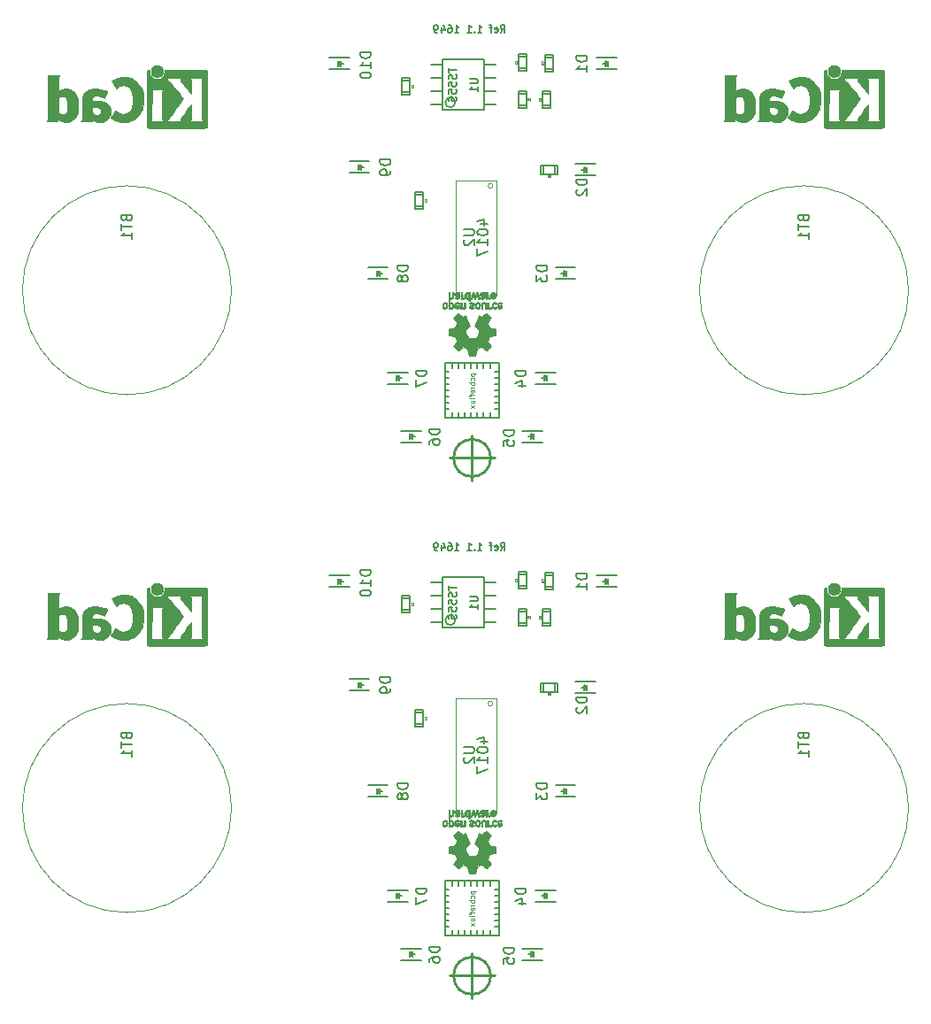
<source format=gbo>
G04 #@! TF.GenerationSoftware,KiCad,Pcbnew,no-vcs-found*
G04 #@! TF.CreationDate,2016-12-05T11:41:50+01:00*
G04 #@! TF.ProjectId,x-mas tree-pan,782D6D617320747265652D70616E2E6B,rev?*
G04 #@! TF.FileFunction,Legend,Bot*
G04 #@! TF.FilePolarity,Positive*
%FSLAX46Y46*%
G04 Gerber Fmt 4.6, Leading zero omitted, Abs format (unit mm)*
G04 Created by KiCad (PCBNEW no-vcs-found) date Mon Dec  5 11:41:50 2016*
%MOMM*%
%LPD*%
G01*
G04 APERTURE LIST*
%ADD10C,0.100000*%
%ADD11C,0.175000*%
%ADD12C,0.050000*%
%ADD13C,0.010000*%
%ADD14C,0.127000*%
%ADD15C,0.150000*%
%ADD16C,0.254000*%
%ADD17C,0.040640*%
%ADD18C,0.149860*%
G04 APERTURE END LIST*
D10*
D11*
X83135333Y-85744666D02*
X83368666Y-85411333D01*
X83535333Y-85744666D02*
X83535333Y-85044666D01*
X83268666Y-85044666D01*
X83202000Y-85078000D01*
X83168666Y-85111333D01*
X83135333Y-85178000D01*
X83135333Y-85278000D01*
X83168666Y-85344666D01*
X83202000Y-85378000D01*
X83268666Y-85411333D01*
X83535333Y-85411333D01*
X82568666Y-85711333D02*
X82635333Y-85744666D01*
X82768666Y-85744666D01*
X82835333Y-85711333D01*
X82868666Y-85644666D01*
X82868666Y-85378000D01*
X82835333Y-85311333D01*
X82768666Y-85278000D01*
X82635333Y-85278000D01*
X82568666Y-85311333D01*
X82535333Y-85378000D01*
X82535333Y-85444666D01*
X82868666Y-85511333D01*
X82335333Y-85278000D02*
X82068666Y-85278000D01*
X82235333Y-85744666D02*
X82235333Y-85144666D01*
X82202000Y-85078000D01*
X82135333Y-85044666D01*
X82068666Y-85044666D01*
X80935333Y-85744666D02*
X81335333Y-85744666D01*
X81135333Y-85744666D02*
X81135333Y-85044666D01*
X81202000Y-85144666D01*
X81268666Y-85211333D01*
X81335333Y-85244666D01*
X80635333Y-85678000D02*
X80602000Y-85711333D01*
X80635333Y-85744666D01*
X80668666Y-85711333D01*
X80635333Y-85678000D01*
X80635333Y-85744666D01*
X79935333Y-85744666D02*
X80335333Y-85744666D01*
X80135333Y-85744666D02*
X80135333Y-85044666D01*
X80202000Y-85144666D01*
X80268666Y-85211333D01*
X80335333Y-85244666D01*
X78735333Y-85744666D02*
X79135333Y-85744666D01*
X78935333Y-85744666D02*
X78935333Y-85044666D01*
X79002000Y-85144666D01*
X79068666Y-85211333D01*
X79135333Y-85244666D01*
X78135333Y-85044666D02*
X78268666Y-85044666D01*
X78335333Y-85078000D01*
X78368666Y-85111333D01*
X78435333Y-85211333D01*
X78468666Y-85344666D01*
X78468666Y-85611333D01*
X78435333Y-85678000D01*
X78402000Y-85711333D01*
X78335333Y-85744666D01*
X78202000Y-85744666D01*
X78135333Y-85711333D01*
X78102000Y-85678000D01*
X78068666Y-85611333D01*
X78068666Y-85444666D01*
X78102000Y-85378000D01*
X78135333Y-85344666D01*
X78202000Y-85311333D01*
X78335333Y-85311333D01*
X78402000Y-85344666D01*
X78435333Y-85378000D01*
X78468666Y-85444666D01*
X77468666Y-85278000D02*
X77468666Y-85744666D01*
X77635333Y-85011333D02*
X77802000Y-85511333D01*
X77368666Y-85511333D01*
X77068666Y-85744666D02*
X76935333Y-85744666D01*
X76868666Y-85711333D01*
X76835333Y-85678000D01*
X76768666Y-85578000D01*
X76735333Y-85444666D01*
X76735333Y-85178000D01*
X76768666Y-85111333D01*
X76802000Y-85078000D01*
X76868666Y-85044666D01*
X77002000Y-85044666D01*
X77068666Y-85078000D01*
X77102000Y-85111333D01*
X77135333Y-85178000D01*
X77135333Y-85344666D01*
X77102000Y-85411333D01*
X77068666Y-85444666D01*
X77002000Y-85478000D01*
X76868666Y-85478000D01*
X76802000Y-85444666D01*
X76768666Y-85411333D01*
X76735333Y-85344666D01*
X83135333Y-135274666D02*
X83368666Y-134941333D01*
X83535333Y-135274666D02*
X83535333Y-134574666D01*
X83268666Y-134574666D01*
X83202000Y-134608000D01*
X83168666Y-134641333D01*
X83135333Y-134708000D01*
X83135333Y-134808000D01*
X83168666Y-134874666D01*
X83202000Y-134908000D01*
X83268666Y-134941333D01*
X83535333Y-134941333D01*
X82568666Y-135241333D02*
X82635333Y-135274666D01*
X82768666Y-135274666D01*
X82835333Y-135241333D01*
X82868666Y-135174666D01*
X82868666Y-134908000D01*
X82835333Y-134841333D01*
X82768666Y-134808000D01*
X82635333Y-134808000D01*
X82568666Y-134841333D01*
X82535333Y-134908000D01*
X82535333Y-134974666D01*
X82868666Y-135041333D01*
X82335333Y-134808000D02*
X82068666Y-134808000D01*
X82235333Y-135274666D02*
X82235333Y-134674666D01*
X82202000Y-134608000D01*
X82135333Y-134574666D01*
X82068666Y-134574666D01*
X80935333Y-135274666D02*
X81335333Y-135274666D01*
X81135333Y-135274666D02*
X81135333Y-134574666D01*
X81202000Y-134674666D01*
X81268666Y-134741333D01*
X81335333Y-134774666D01*
X80635333Y-135208000D02*
X80602000Y-135241333D01*
X80635333Y-135274666D01*
X80668666Y-135241333D01*
X80635333Y-135208000D01*
X80635333Y-135274666D01*
X79935333Y-135274666D02*
X80335333Y-135274666D01*
X80135333Y-135274666D02*
X80135333Y-134574666D01*
X80202000Y-134674666D01*
X80268666Y-134741333D01*
X80335333Y-134774666D01*
X78735333Y-135274666D02*
X79135333Y-135274666D01*
X78935333Y-135274666D02*
X78935333Y-134574666D01*
X79002000Y-134674666D01*
X79068666Y-134741333D01*
X79135333Y-134774666D01*
X78135333Y-134574666D02*
X78268666Y-134574666D01*
X78335333Y-134608000D01*
X78368666Y-134641333D01*
X78435333Y-134741333D01*
X78468666Y-134874666D01*
X78468666Y-135141333D01*
X78435333Y-135208000D01*
X78402000Y-135241333D01*
X78335333Y-135274666D01*
X78202000Y-135274666D01*
X78135333Y-135241333D01*
X78102000Y-135208000D01*
X78068666Y-135141333D01*
X78068666Y-134974666D01*
X78102000Y-134908000D01*
X78135333Y-134874666D01*
X78202000Y-134841333D01*
X78335333Y-134841333D01*
X78402000Y-134874666D01*
X78435333Y-134908000D01*
X78468666Y-134974666D01*
X77468666Y-134808000D02*
X77468666Y-135274666D01*
X77635333Y-134541333D02*
X77802000Y-135041333D01*
X77368666Y-135041333D01*
X77068666Y-135274666D02*
X76935333Y-135274666D01*
X76868666Y-135241333D01*
X76835333Y-135208000D01*
X76768666Y-135108000D01*
X76735333Y-134974666D01*
X76735333Y-134708000D01*
X76768666Y-134641333D01*
X76802000Y-134608000D01*
X76868666Y-134574666D01*
X77002000Y-134574666D01*
X77068666Y-134608000D01*
X77102000Y-134641333D01*
X77135333Y-134708000D01*
X77135333Y-134874666D01*
X77102000Y-134941333D01*
X77068666Y-134974666D01*
X77002000Y-135008000D01*
X76868666Y-135008000D01*
X76802000Y-134974666D01*
X76768666Y-134941333D01*
X76735333Y-134874666D01*
D12*
X122156500Y-159936000D02*
G75*
G03X122156500Y-159936000I-10000500J0D01*
G01*
D13*
G36*
X114882079Y-138430490D02*
X114778973Y-138466238D01*
X114682978Y-138522507D01*
X114597247Y-138599288D01*
X114524930Y-138696573D01*
X114492445Y-138757892D01*
X114464332Y-138843660D01*
X114450705Y-138942677D01*
X114452214Y-139044471D01*
X114468969Y-139136714D01*
X114514763Y-139249432D01*
X114581168Y-139347207D01*
X114664809Y-139428115D01*
X114762312Y-139490232D01*
X114870300Y-139531634D01*
X114985399Y-139550397D01*
X115104234Y-139544598D01*
X115162811Y-139532206D01*
X115276972Y-139487797D01*
X115378365Y-139420033D01*
X115464545Y-139331001D01*
X115533066Y-139222791D01*
X115538864Y-139210973D01*
X115558904Y-139166628D01*
X115571487Y-139129280D01*
X115578319Y-139089880D01*
X115581105Y-139039381D01*
X115581568Y-138984433D01*
X115580803Y-138918415D01*
X115577352Y-138870689D01*
X115569477Y-138832103D01*
X115555443Y-138793506D01*
X115538120Y-138755426D01*
X115473505Y-138647328D01*
X115393934Y-138559803D01*
X115302560Y-138492841D01*
X115202536Y-138446436D01*
X115097012Y-138420581D01*
X114989142Y-138415268D01*
X114882079Y-138430490D01*
X114882079Y-138430490D01*
G37*
X114882079Y-138430490D02*
X114778973Y-138466238D01*
X114682978Y-138522507D01*
X114597247Y-138599288D01*
X114524930Y-138696573D01*
X114492445Y-138757892D01*
X114464332Y-138843660D01*
X114450705Y-138942677D01*
X114452214Y-139044471D01*
X114468969Y-139136714D01*
X114514763Y-139249432D01*
X114581168Y-139347207D01*
X114664809Y-139428115D01*
X114762312Y-139490232D01*
X114870300Y-139531634D01*
X114985399Y-139550397D01*
X115104234Y-139544598D01*
X115162811Y-139532206D01*
X115276972Y-139487797D01*
X115378365Y-139420033D01*
X115464545Y-139331001D01*
X115533066Y-139222791D01*
X115538864Y-139210973D01*
X115558904Y-139166628D01*
X115571487Y-139129280D01*
X115578319Y-139089880D01*
X115581105Y-139039381D01*
X115581568Y-138984433D01*
X115580803Y-138918415D01*
X115577352Y-138870689D01*
X115569477Y-138832103D01*
X115555443Y-138793506D01*
X115538120Y-138755426D01*
X115473505Y-138647328D01*
X115393934Y-138559803D01*
X115302560Y-138492841D01*
X115202536Y-138446436D01*
X115097012Y-138420581D01*
X114989142Y-138415268D01*
X114882079Y-138430490D01*
G36*
X105313730Y-139350825D02*
X105196959Y-139351304D01*
X105157271Y-139351545D01*
X104611514Y-139355135D01*
X104604649Y-141448919D01*
X104603742Y-141732842D01*
X104602938Y-141990640D01*
X104602185Y-142223646D01*
X104601431Y-142433194D01*
X104600625Y-142620618D01*
X104599715Y-142787250D01*
X104598649Y-142934425D01*
X104597376Y-143063477D01*
X104595844Y-143175739D01*
X104594002Y-143272544D01*
X104591797Y-143355226D01*
X104589178Y-143425119D01*
X104586094Y-143483557D01*
X104582492Y-143531872D01*
X104578322Y-143571400D01*
X104573531Y-143603473D01*
X104568069Y-143629424D01*
X104561882Y-143650589D01*
X104554920Y-143668299D01*
X104547131Y-143683889D01*
X104538463Y-143698693D01*
X104528865Y-143714044D01*
X104518285Y-143731276D01*
X104516116Y-143734946D01*
X104479732Y-143797031D01*
X105005569Y-143793434D01*
X105531406Y-143789838D01*
X105538271Y-143674331D01*
X105542008Y-143618899D01*
X105545903Y-143586851D01*
X105551189Y-143574135D01*
X105559097Y-143576696D01*
X105565730Y-143584024D01*
X105594626Y-143610714D01*
X105641721Y-143645021D01*
X105700380Y-143682846D01*
X105763969Y-143720090D01*
X105825851Y-143752653D01*
X105873366Y-143774077D01*
X105984684Y-143809283D01*
X106112404Y-143834222D01*
X106247099Y-143847941D01*
X106379337Y-143849486D01*
X106499692Y-143837906D01*
X106501674Y-143837574D01*
X106666359Y-143796250D01*
X106820521Y-143730412D01*
X106962672Y-143641474D01*
X107091325Y-143530852D01*
X107204993Y-143399961D01*
X107302190Y-143250216D01*
X107381428Y-143083033D01*
X107424570Y-142959190D01*
X107453021Y-142855581D01*
X107474120Y-142755252D01*
X107488512Y-142652109D01*
X107496842Y-142540057D01*
X107499755Y-142413001D01*
X107498465Y-142309252D01*
X106485350Y-142309252D01*
X106480556Y-142483222D01*
X106465432Y-142632895D01*
X106439515Y-142759597D01*
X106402337Y-142864658D01*
X106353435Y-142949406D01*
X106292342Y-143015169D01*
X106221823Y-143061659D01*
X106185129Y-143079014D01*
X106153304Y-143089419D01*
X106117823Y-143094179D01*
X106070159Y-143094601D01*
X106018811Y-143092748D01*
X105917831Y-143083841D01*
X105837965Y-143066398D01*
X105812865Y-143057661D01*
X105755552Y-143031857D01*
X105695103Y-142999453D01*
X105668703Y-142983233D01*
X105600054Y-142938205D01*
X105600054Y-141510982D01*
X105675568Y-141465718D01*
X105780879Y-141414572D01*
X105888475Y-141384324D01*
X105994419Y-141374795D01*
X106094776Y-141385807D01*
X106185613Y-141417181D01*
X106262993Y-141468740D01*
X106287961Y-141493488D01*
X106348144Y-141574577D01*
X106396855Y-141672734D01*
X106434501Y-141789643D01*
X106461488Y-141926985D01*
X106478225Y-142086444D01*
X106485117Y-142269700D01*
X106485350Y-142309252D01*
X107498465Y-142309252D01*
X107497927Y-142266067D01*
X107486353Y-142040053D01*
X107463080Y-141836192D01*
X107427496Y-141651513D01*
X107378987Y-141483048D01*
X107316940Y-141327826D01*
X107294799Y-141281808D01*
X107205615Y-141131739D01*
X107097841Y-140998377D01*
X106974010Y-140883877D01*
X106836658Y-140790389D01*
X106688317Y-140720068D01*
X106599396Y-140691060D01*
X106512067Y-140673840D01*
X106406989Y-140663594D01*
X106292971Y-140660318D01*
X106178823Y-140664009D01*
X106073352Y-140674660D01*
X105988666Y-140691370D01*
X105887872Y-140724140D01*
X105790178Y-140766279D01*
X105704704Y-140813519D01*
X105659211Y-140845581D01*
X105627831Y-140869422D01*
X105605858Y-140883939D01*
X105600859Y-140886000D01*
X105599310Y-140872718D01*
X105597865Y-140834663D01*
X105596557Y-140774519D01*
X105595417Y-140694973D01*
X105594479Y-140598711D01*
X105593774Y-140488419D01*
X105593333Y-140366781D01*
X105593189Y-140242885D01*
X105593270Y-140084196D01*
X105593665Y-139950408D01*
X105594605Y-139838960D01*
X105596320Y-139747295D01*
X105599043Y-139672853D01*
X105603003Y-139613075D01*
X105608431Y-139565402D01*
X105615559Y-139527274D01*
X105624616Y-139496134D01*
X105635833Y-139469421D01*
X105649442Y-139444577D01*
X105665672Y-139419043D01*
X105667760Y-139415881D01*
X105688694Y-139382810D01*
X105701333Y-139360069D01*
X105703027Y-139355272D01*
X105689784Y-139353759D01*
X105651998Y-139352528D01*
X105592584Y-139351599D01*
X105514458Y-139350992D01*
X105420535Y-139350727D01*
X105313730Y-139350825D01*
X105313730Y-139350825D01*
G37*
X105313730Y-139350825D02*
X105196959Y-139351304D01*
X105157271Y-139351545D01*
X104611514Y-139355135D01*
X104604649Y-141448919D01*
X104603742Y-141732842D01*
X104602938Y-141990640D01*
X104602185Y-142223646D01*
X104601431Y-142433194D01*
X104600625Y-142620618D01*
X104599715Y-142787250D01*
X104598649Y-142934425D01*
X104597376Y-143063477D01*
X104595844Y-143175739D01*
X104594002Y-143272544D01*
X104591797Y-143355226D01*
X104589178Y-143425119D01*
X104586094Y-143483557D01*
X104582492Y-143531872D01*
X104578322Y-143571400D01*
X104573531Y-143603473D01*
X104568069Y-143629424D01*
X104561882Y-143650589D01*
X104554920Y-143668299D01*
X104547131Y-143683889D01*
X104538463Y-143698693D01*
X104528865Y-143714044D01*
X104518285Y-143731276D01*
X104516116Y-143734946D01*
X104479732Y-143797031D01*
X105005569Y-143793434D01*
X105531406Y-143789838D01*
X105538271Y-143674331D01*
X105542008Y-143618899D01*
X105545903Y-143586851D01*
X105551189Y-143574135D01*
X105559097Y-143576696D01*
X105565730Y-143584024D01*
X105594626Y-143610714D01*
X105641721Y-143645021D01*
X105700380Y-143682846D01*
X105763969Y-143720090D01*
X105825851Y-143752653D01*
X105873366Y-143774077D01*
X105984684Y-143809283D01*
X106112404Y-143834222D01*
X106247099Y-143847941D01*
X106379337Y-143849486D01*
X106499692Y-143837906D01*
X106501674Y-143837574D01*
X106666359Y-143796250D01*
X106820521Y-143730412D01*
X106962672Y-143641474D01*
X107091325Y-143530852D01*
X107204993Y-143399961D01*
X107302190Y-143250216D01*
X107381428Y-143083033D01*
X107424570Y-142959190D01*
X107453021Y-142855581D01*
X107474120Y-142755252D01*
X107488512Y-142652109D01*
X107496842Y-142540057D01*
X107499755Y-142413001D01*
X107498465Y-142309252D01*
X106485350Y-142309252D01*
X106480556Y-142483222D01*
X106465432Y-142632895D01*
X106439515Y-142759597D01*
X106402337Y-142864658D01*
X106353435Y-142949406D01*
X106292342Y-143015169D01*
X106221823Y-143061659D01*
X106185129Y-143079014D01*
X106153304Y-143089419D01*
X106117823Y-143094179D01*
X106070159Y-143094601D01*
X106018811Y-143092748D01*
X105917831Y-143083841D01*
X105837965Y-143066398D01*
X105812865Y-143057661D01*
X105755552Y-143031857D01*
X105695103Y-142999453D01*
X105668703Y-142983233D01*
X105600054Y-142938205D01*
X105600054Y-141510982D01*
X105675568Y-141465718D01*
X105780879Y-141414572D01*
X105888475Y-141384324D01*
X105994419Y-141374795D01*
X106094776Y-141385807D01*
X106185613Y-141417181D01*
X106262993Y-141468740D01*
X106287961Y-141493488D01*
X106348144Y-141574577D01*
X106396855Y-141672734D01*
X106434501Y-141789643D01*
X106461488Y-141926985D01*
X106478225Y-142086444D01*
X106485117Y-142269700D01*
X106485350Y-142309252D01*
X107498465Y-142309252D01*
X107497927Y-142266067D01*
X107486353Y-142040053D01*
X107463080Y-141836192D01*
X107427496Y-141651513D01*
X107378987Y-141483048D01*
X107316940Y-141327826D01*
X107294799Y-141281808D01*
X107205615Y-141131739D01*
X107097841Y-140998377D01*
X106974010Y-140883877D01*
X106836658Y-140790389D01*
X106688317Y-140720068D01*
X106599396Y-140691060D01*
X106512067Y-140673840D01*
X106406989Y-140663594D01*
X106292971Y-140660318D01*
X106178823Y-140664009D01*
X106073352Y-140674660D01*
X105988666Y-140691370D01*
X105887872Y-140724140D01*
X105790178Y-140766279D01*
X105704704Y-140813519D01*
X105659211Y-140845581D01*
X105627831Y-140869422D01*
X105605858Y-140883939D01*
X105600859Y-140886000D01*
X105599310Y-140872718D01*
X105597865Y-140834663D01*
X105596557Y-140774519D01*
X105595417Y-140694973D01*
X105594479Y-140598711D01*
X105593774Y-140488419D01*
X105593333Y-140366781D01*
X105593189Y-140242885D01*
X105593270Y-140084196D01*
X105593665Y-139950408D01*
X105594605Y-139838960D01*
X105596320Y-139747295D01*
X105599043Y-139672853D01*
X105603003Y-139613075D01*
X105608431Y-139565402D01*
X105615559Y-139527274D01*
X105624616Y-139496134D01*
X105635833Y-139469421D01*
X105649442Y-139444577D01*
X105665672Y-139419043D01*
X105667760Y-139415881D01*
X105688694Y-139382810D01*
X105701333Y-139360069D01*
X105703027Y-139355272D01*
X105689784Y-139353759D01*
X105651998Y-139352528D01*
X105592584Y-139351599D01*
X105514458Y-139350992D01*
X105420535Y-139350727D01*
X105313730Y-139350825D01*
G36*
X108988495Y-140658229D02*
X108920469Y-140663378D01*
X108725837Y-140689273D01*
X108553471Y-140730575D01*
X108402530Y-140787853D01*
X108272175Y-140861674D01*
X108161566Y-140952608D01*
X108069865Y-141061222D01*
X107996230Y-141188085D01*
X107942461Y-141325352D01*
X107928813Y-141369137D01*
X107916927Y-141410141D01*
X107906666Y-141450569D01*
X107897887Y-141492630D01*
X107890452Y-141538531D01*
X107884220Y-141590480D01*
X107879050Y-141650685D01*
X107874804Y-141721352D01*
X107871340Y-141804689D01*
X107868519Y-141902905D01*
X107866200Y-142018205D01*
X107864243Y-142152799D01*
X107862509Y-142308893D01*
X107860857Y-142488695D01*
X107859676Y-142629676D01*
X107851730Y-143597622D01*
X107800244Y-143690770D01*
X107775863Y-143735645D01*
X107757720Y-143770501D01*
X107749065Y-143789054D01*
X107748757Y-143790311D01*
X107761986Y-143791749D01*
X107799674Y-143793074D01*
X107858817Y-143794249D01*
X107936414Y-143795237D01*
X108029464Y-143795999D01*
X108134965Y-143796500D01*
X108249916Y-143796701D01*
X108263622Y-143796703D01*
X108778487Y-143796703D01*
X108778487Y-143680000D01*
X108779365Y-143627260D01*
X108781708Y-143586926D01*
X108785079Y-143565300D01*
X108786569Y-143563298D01*
X108800196Y-143571683D01*
X108828243Y-143593692D01*
X108864697Y-143624601D01*
X108865515Y-143625316D01*
X108932038Y-143674843D01*
X109016052Y-143724575D01*
X109108063Y-143769626D01*
X109198579Y-143805110D01*
X109238433Y-143817236D01*
X109317745Y-143832637D01*
X109415065Y-143842465D01*
X109521484Y-143846580D01*
X109628093Y-143844841D01*
X109725983Y-143837108D01*
X109794487Y-143825981D01*
X109962480Y-143776648D01*
X110113719Y-143706342D01*
X110247218Y-143615933D01*
X110361994Y-143506295D01*
X110457063Y-143378299D01*
X110531440Y-143232818D01*
X110563526Y-143144541D01*
X110583635Y-143058739D01*
X110596962Y-142955736D01*
X110603128Y-142845034D01*
X110602926Y-142828925D01*
X109674352Y-142828925D01*
X109666652Y-142911184D01*
X109641011Y-142979546D01*
X109593622Y-143042970D01*
X109575421Y-143061567D01*
X109510718Y-143111846D01*
X109435934Y-143144056D01*
X109346338Y-143159648D01*
X109251988Y-143160796D01*
X109162499Y-143153216D01*
X109093982Y-143138389D01*
X109064225Y-143127253D01*
X109010592Y-143096904D01*
X108953765Y-143054221D01*
X108901918Y-143006317D01*
X108863222Y-142960301D01*
X108852946Y-142943421D01*
X108844958Y-142919782D01*
X108839279Y-142882168D01*
X108835644Y-142826985D01*
X108833789Y-142750640D01*
X108833406Y-142677981D01*
X108833665Y-142593270D01*
X108834713Y-142532018D01*
X108836955Y-142490227D01*
X108840794Y-142463899D01*
X108846635Y-142449035D01*
X108854882Y-142441639D01*
X108857433Y-142440461D01*
X108879600Y-142436833D01*
X108923320Y-142433866D01*
X108982689Y-142431827D01*
X109051804Y-142430983D01*
X109066811Y-142430982D01*
X109159195Y-142432457D01*
X109230568Y-142436842D01*
X109287281Y-142444738D01*
X109334128Y-142456270D01*
X109450331Y-142500215D01*
X109541457Y-142554243D01*
X109608295Y-142619219D01*
X109651635Y-142696005D01*
X109672266Y-142785467D01*
X109674352Y-142828925D01*
X110602926Y-142828925D01*
X110601756Y-142736133D01*
X110592468Y-142638536D01*
X110585223Y-142599105D01*
X110538961Y-142452701D01*
X110468616Y-142317995D01*
X110375516Y-142196280D01*
X110260988Y-142088847D01*
X110126360Y-141996988D01*
X109972960Y-141921996D01*
X109842541Y-141876458D01*
X109755377Y-141852533D01*
X109672004Y-141833943D01*
X109587024Y-141820084D01*
X109495035Y-141810351D01*
X109390638Y-141804141D01*
X109268432Y-141800851D01*
X109157945Y-141799924D01*
X108830323Y-141799027D01*
X108836599Y-141700547D01*
X108854421Y-141593695D01*
X108892333Y-141501852D01*
X108948720Y-141427310D01*
X109021969Y-141372364D01*
X109086465Y-141345552D01*
X109178877Y-141328654D01*
X109288889Y-141326227D01*
X109411344Y-141337378D01*
X109541086Y-141361210D01*
X109672958Y-141396830D01*
X109801802Y-141443343D01*
X109895434Y-141485883D01*
X109940483Y-141507728D01*
X109974844Y-141522984D01*
X109992319Y-141528937D01*
X109993267Y-141528746D01*
X109999297Y-141515412D01*
X110014355Y-141480068D01*
X110037023Y-141426101D01*
X110065885Y-141356896D01*
X110099523Y-141275840D01*
X110133716Y-141193118D01*
X110270414Y-140861803D01*
X110173180Y-140845833D01*
X110131036Y-140837820D01*
X110067681Y-140824361D01*
X109988543Y-140806679D01*
X109899049Y-140785996D01*
X109804627Y-140763532D01*
X109767027Y-140754403D01*
X109604363Y-140716674D01*
X109461950Y-140688388D01*
X109334473Y-140668972D01*
X109216616Y-140657854D01*
X109103062Y-140654464D01*
X108988495Y-140658229D01*
X108988495Y-140658229D01*
G37*
X108988495Y-140658229D02*
X108920469Y-140663378D01*
X108725837Y-140689273D01*
X108553471Y-140730575D01*
X108402530Y-140787853D01*
X108272175Y-140861674D01*
X108161566Y-140952608D01*
X108069865Y-141061222D01*
X107996230Y-141188085D01*
X107942461Y-141325352D01*
X107928813Y-141369137D01*
X107916927Y-141410141D01*
X107906666Y-141450569D01*
X107897887Y-141492630D01*
X107890452Y-141538531D01*
X107884220Y-141590480D01*
X107879050Y-141650685D01*
X107874804Y-141721352D01*
X107871340Y-141804689D01*
X107868519Y-141902905D01*
X107866200Y-142018205D01*
X107864243Y-142152799D01*
X107862509Y-142308893D01*
X107860857Y-142488695D01*
X107859676Y-142629676D01*
X107851730Y-143597622D01*
X107800244Y-143690770D01*
X107775863Y-143735645D01*
X107757720Y-143770501D01*
X107749065Y-143789054D01*
X107748757Y-143790311D01*
X107761986Y-143791749D01*
X107799674Y-143793074D01*
X107858817Y-143794249D01*
X107936414Y-143795237D01*
X108029464Y-143795999D01*
X108134965Y-143796500D01*
X108249916Y-143796701D01*
X108263622Y-143796703D01*
X108778487Y-143796703D01*
X108778487Y-143680000D01*
X108779365Y-143627260D01*
X108781708Y-143586926D01*
X108785079Y-143565300D01*
X108786569Y-143563298D01*
X108800196Y-143571683D01*
X108828243Y-143593692D01*
X108864697Y-143624601D01*
X108865515Y-143625316D01*
X108932038Y-143674843D01*
X109016052Y-143724575D01*
X109108063Y-143769626D01*
X109198579Y-143805110D01*
X109238433Y-143817236D01*
X109317745Y-143832637D01*
X109415065Y-143842465D01*
X109521484Y-143846580D01*
X109628093Y-143844841D01*
X109725983Y-143837108D01*
X109794487Y-143825981D01*
X109962480Y-143776648D01*
X110113719Y-143706342D01*
X110247218Y-143615933D01*
X110361994Y-143506295D01*
X110457063Y-143378299D01*
X110531440Y-143232818D01*
X110563526Y-143144541D01*
X110583635Y-143058739D01*
X110596962Y-142955736D01*
X110603128Y-142845034D01*
X110602926Y-142828925D01*
X109674352Y-142828925D01*
X109666652Y-142911184D01*
X109641011Y-142979546D01*
X109593622Y-143042970D01*
X109575421Y-143061567D01*
X109510718Y-143111846D01*
X109435934Y-143144056D01*
X109346338Y-143159648D01*
X109251988Y-143160796D01*
X109162499Y-143153216D01*
X109093982Y-143138389D01*
X109064225Y-143127253D01*
X109010592Y-143096904D01*
X108953765Y-143054221D01*
X108901918Y-143006317D01*
X108863222Y-142960301D01*
X108852946Y-142943421D01*
X108844958Y-142919782D01*
X108839279Y-142882168D01*
X108835644Y-142826985D01*
X108833789Y-142750640D01*
X108833406Y-142677981D01*
X108833665Y-142593270D01*
X108834713Y-142532018D01*
X108836955Y-142490227D01*
X108840794Y-142463899D01*
X108846635Y-142449035D01*
X108854882Y-142441639D01*
X108857433Y-142440461D01*
X108879600Y-142436833D01*
X108923320Y-142433866D01*
X108982689Y-142431827D01*
X109051804Y-142430983D01*
X109066811Y-142430982D01*
X109159195Y-142432457D01*
X109230568Y-142436842D01*
X109287281Y-142444738D01*
X109334128Y-142456270D01*
X109450331Y-142500215D01*
X109541457Y-142554243D01*
X109608295Y-142619219D01*
X109651635Y-142696005D01*
X109672266Y-142785467D01*
X109674352Y-142828925D01*
X110602926Y-142828925D01*
X110601756Y-142736133D01*
X110592468Y-142638536D01*
X110585223Y-142599105D01*
X110538961Y-142452701D01*
X110468616Y-142317995D01*
X110375516Y-142196280D01*
X110260988Y-142088847D01*
X110126360Y-141996988D01*
X109972960Y-141921996D01*
X109842541Y-141876458D01*
X109755377Y-141852533D01*
X109672004Y-141833943D01*
X109587024Y-141820084D01*
X109495035Y-141810351D01*
X109390638Y-141804141D01*
X109268432Y-141800851D01*
X109157945Y-141799924D01*
X108830323Y-141799027D01*
X108836599Y-141700547D01*
X108854421Y-141593695D01*
X108892333Y-141501852D01*
X108948720Y-141427310D01*
X109021969Y-141372364D01*
X109086465Y-141345552D01*
X109178877Y-141328654D01*
X109288889Y-141326227D01*
X109411344Y-141337378D01*
X109541086Y-141361210D01*
X109672958Y-141396830D01*
X109801802Y-141443343D01*
X109895434Y-141485883D01*
X109940483Y-141507728D01*
X109974844Y-141522984D01*
X109992319Y-141528937D01*
X109993267Y-141528746D01*
X109999297Y-141515412D01*
X110014355Y-141480068D01*
X110037023Y-141426101D01*
X110065885Y-141356896D01*
X110099523Y-141275840D01*
X110133716Y-141193118D01*
X110270414Y-140861803D01*
X110173180Y-140845833D01*
X110131036Y-140837820D01*
X110067681Y-140824361D01*
X109988543Y-140806679D01*
X109899049Y-140785996D01*
X109804627Y-140763532D01*
X109767027Y-140754403D01*
X109604363Y-140716674D01*
X109461950Y-140688388D01*
X109334473Y-140668972D01*
X109216616Y-140657854D01*
X109103062Y-140654464D01*
X108988495Y-140658229D01*
G36*
X111716038Y-139554499D02*
X111567986Y-139570707D01*
X111424548Y-139599718D01*
X111279890Y-139643045D01*
X111128176Y-139702201D01*
X110963572Y-139778700D01*
X110933929Y-139793517D01*
X110865902Y-139827031D01*
X110801744Y-139857208D01*
X110747785Y-139881166D01*
X110710360Y-139896024D01*
X110704611Y-139897895D01*
X110649514Y-139914402D01*
X110896149Y-140273201D01*
X110956448Y-140360893D01*
X111011578Y-140441012D01*
X111059664Y-140510836D01*
X111098832Y-140567647D01*
X111127206Y-140608723D01*
X111142913Y-140631346D01*
X111145464Y-140634928D01*
X111155829Y-140627438D01*
X111181340Y-140604918D01*
X111217437Y-140571461D01*
X111237358Y-140552550D01*
X111350227Y-140462778D01*
X111476986Y-140394561D01*
X111586217Y-140357195D01*
X111651786Y-140345460D01*
X111733884Y-140338308D01*
X111822856Y-140335874D01*
X111909044Y-140338288D01*
X111982795Y-140345683D01*
X112012224Y-140351347D01*
X112144867Y-140396982D01*
X112264394Y-140466663D01*
X112370717Y-140560260D01*
X112463747Y-140677649D01*
X112543395Y-140818700D01*
X112609574Y-140983286D01*
X112662194Y-141171280D01*
X112693467Y-141332217D01*
X112701626Y-141403263D01*
X112707185Y-141495046D01*
X112710198Y-141600968D01*
X112710719Y-141714434D01*
X112708800Y-141828849D01*
X112704497Y-141937617D01*
X112697863Y-142034143D01*
X112688951Y-142111831D01*
X112687021Y-142123817D01*
X112644501Y-142316892D01*
X112586567Y-142487773D01*
X112512867Y-142637224D01*
X112423049Y-142766011D01*
X112359293Y-142835639D01*
X112244714Y-142930173D01*
X112119058Y-143000246D01*
X111984443Y-143045477D01*
X111842989Y-143065484D01*
X111696817Y-143059885D01*
X111548045Y-143028300D01*
X111460089Y-142997394D01*
X111338371Y-142935506D01*
X111212920Y-142846729D01*
X111142647Y-142786694D01*
X111103189Y-142751947D01*
X111072188Y-142726454D01*
X111054542Y-142714170D01*
X111052352Y-142713795D01*
X111044476Y-142726347D01*
X111024068Y-142759516D01*
X110992868Y-142810458D01*
X110952614Y-142876331D01*
X110905043Y-142954289D01*
X110851896Y-143041490D01*
X110822313Y-143090067D01*
X110596352Y-143461215D01*
X110878473Y-143600639D01*
X110980478Y-143650719D01*
X111063111Y-143690210D01*
X111131422Y-143721073D01*
X111190463Y-143745268D01*
X111245286Y-143764758D01*
X111300940Y-143781503D01*
X111362477Y-143797465D01*
X111421460Y-143811482D01*
X111473885Y-143822329D01*
X111528712Y-143830526D01*
X111591428Y-143836528D01*
X111667523Y-143840790D01*
X111762484Y-143843767D01*
X111826487Y-143845052D01*
X111917808Y-143845930D01*
X112005373Y-143845487D01*
X112083388Y-143843852D01*
X112146058Y-143841149D01*
X112187587Y-143837505D01*
X112190048Y-143837142D01*
X112405697Y-143790487D01*
X112608207Y-143719729D01*
X112797505Y-143624914D01*
X112973521Y-143506089D01*
X113136184Y-143363300D01*
X113285422Y-143196594D01*
X113393504Y-143048433D01*
X113508566Y-142854502D01*
X113601577Y-142649699D01*
X113672987Y-142432383D01*
X113723244Y-142200912D01*
X113752799Y-141953643D01*
X113762111Y-141702559D01*
X113754452Y-141459670D01*
X113730387Y-141235570D01*
X113689148Y-141026477D01*
X113629973Y-140828613D01*
X113552096Y-140638196D01*
X113542797Y-140618468D01*
X113440352Y-140434059D01*
X113314528Y-140258576D01*
X113168888Y-140095650D01*
X113006999Y-139948914D01*
X112832424Y-139822001D01*
X112669756Y-139728905D01*
X112505427Y-139655991D01*
X112340749Y-139603174D01*
X112169348Y-139569015D01*
X111984847Y-139552078D01*
X111874541Y-139549580D01*
X111716038Y-139554499D01*
X111716038Y-139554499D01*
G37*
X111716038Y-139554499D02*
X111567986Y-139570707D01*
X111424548Y-139599718D01*
X111279890Y-139643045D01*
X111128176Y-139702201D01*
X110963572Y-139778700D01*
X110933929Y-139793517D01*
X110865902Y-139827031D01*
X110801744Y-139857208D01*
X110747785Y-139881166D01*
X110710360Y-139896024D01*
X110704611Y-139897895D01*
X110649514Y-139914402D01*
X110896149Y-140273201D01*
X110956448Y-140360893D01*
X111011578Y-140441012D01*
X111059664Y-140510836D01*
X111098832Y-140567647D01*
X111127206Y-140608723D01*
X111142913Y-140631346D01*
X111145464Y-140634928D01*
X111155829Y-140627438D01*
X111181340Y-140604918D01*
X111217437Y-140571461D01*
X111237358Y-140552550D01*
X111350227Y-140462778D01*
X111476986Y-140394561D01*
X111586217Y-140357195D01*
X111651786Y-140345460D01*
X111733884Y-140338308D01*
X111822856Y-140335874D01*
X111909044Y-140338288D01*
X111982795Y-140345683D01*
X112012224Y-140351347D01*
X112144867Y-140396982D01*
X112264394Y-140466663D01*
X112370717Y-140560260D01*
X112463747Y-140677649D01*
X112543395Y-140818700D01*
X112609574Y-140983286D01*
X112662194Y-141171280D01*
X112693467Y-141332217D01*
X112701626Y-141403263D01*
X112707185Y-141495046D01*
X112710198Y-141600968D01*
X112710719Y-141714434D01*
X112708800Y-141828849D01*
X112704497Y-141937617D01*
X112697863Y-142034143D01*
X112688951Y-142111831D01*
X112687021Y-142123817D01*
X112644501Y-142316892D01*
X112586567Y-142487773D01*
X112512867Y-142637224D01*
X112423049Y-142766011D01*
X112359293Y-142835639D01*
X112244714Y-142930173D01*
X112119058Y-143000246D01*
X111984443Y-143045477D01*
X111842989Y-143065484D01*
X111696817Y-143059885D01*
X111548045Y-143028300D01*
X111460089Y-142997394D01*
X111338371Y-142935506D01*
X111212920Y-142846729D01*
X111142647Y-142786694D01*
X111103189Y-142751947D01*
X111072188Y-142726454D01*
X111054542Y-142714170D01*
X111052352Y-142713795D01*
X111044476Y-142726347D01*
X111024068Y-142759516D01*
X110992868Y-142810458D01*
X110952614Y-142876331D01*
X110905043Y-142954289D01*
X110851896Y-143041490D01*
X110822313Y-143090067D01*
X110596352Y-143461215D01*
X110878473Y-143600639D01*
X110980478Y-143650719D01*
X111063111Y-143690210D01*
X111131422Y-143721073D01*
X111190463Y-143745268D01*
X111245286Y-143764758D01*
X111300940Y-143781503D01*
X111362477Y-143797465D01*
X111421460Y-143811482D01*
X111473885Y-143822329D01*
X111528712Y-143830526D01*
X111591428Y-143836528D01*
X111667523Y-143840790D01*
X111762484Y-143843767D01*
X111826487Y-143845052D01*
X111917808Y-143845930D01*
X112005373Y-143845487D01*
X112083388Y-143843852D01*
X112146058Y-143841149D01*
X112187587Y-143837505D01*
X112190048Y-143837142D01*
X112405697Y-143790487D01*
X112608207Y-143719729D01*
X112797505Y-143624914D01*
X112973521Y-143506089D01*
X113136184Y-143363300D01*
X113285422Y-143196594D01*
X113393504Y-143048433D01*
X113508566Y-142854502D01*
X113601577Y-142649699D01*
X113672987Y-142432383D01*
X113723244Y-142200912D01*
X113752799Y-141953643D01*
X113762111Y-141702559D01*
X113754452Y-141459670D01*
X113730387Y-141235570D01*
X113689148Y-141026477D01*
X113629973Y-140828613D01*
X113552096Y-140638196D01*
X113542797Y-140618468D01*
X113440352Y-140434059D01*
X113314528Y-140258576D01*
X113168888Y-140095650D01*
X113006999Y-139948914D01*
X112832424Y-139822001D01*
X112669756Y-139728905D01*
X112505427Y-139655991D01*
X112340749Y-139603174D01*
X112169348Y-139569015D01*
X111984847Y-139552078D01*
X111874541Y-139549580D01*
X111716038Y-139554499D01*
G36*
X118111743Y-138867689D02*
X117847220Y-138867725D01*
X117724088Y-138867730D01*
X115753189Y-138867730D01*
X115753189Y-138983910D01*
X115740789Y-139125291D01*
X115703364Y-139255684D01*
X115640577Y-139375862D01*
X115552094Y-139486602D01*
X115522157Y-139516511D01*
X115414466Y-139601348D01*
X115295725Y-139663221D01*
X115169460Y-139702159D01*
X115039197Y-139718190D01*
X114908465Y-139711342D01*
X114780788Y-139681643D01*
X114659695Y-139629120D01*
X114548712Y-139553803D01*
X114498868Y-139508363D01*
X114405983Y-139396952D01*
X114337873Y-139274435D01*
X114295129Y-139142215D01*
X114278347Y-139001692D01*
X114278124Y-138987867D01*
X114277244Y-138867734D01*
X114224443Y-138867732D01*
X114177604Y-138874089D01*
X114134817Y-138889556D01*
X114131989Y-138891154D01*
X114122325Y-138896168D01*
X114113451Y-138900073D01*
X114105335Y-138904007D01*
X114097943Y-138909106D01*
X114091245Y-138916508D01*
X114085208Y-138927351D01*
X114079801Y-138942772D01*
X114074990Y-138963909D01*
X114070745Y-138991899D01*
X114067032Y-139027879D01*
X114063821Y-139072987D01*
X114061078Y-139128360D01*
X114058772Y-139195137D01*
X114056871Y-139274453D01*
X114055342Y-139367447D01*
X114054154Y-139475257D01*
X114053274Y-139599019D01*
X114052670Y-139739871D01*
X114052311Y-139898950D01*
X114052165Y-140077395D01*
X114052198Y-140276342D01*
X114052380Y-140496929D01*
X114052677Y-140740293D01*
X114053059Y-141007572D01*
X114053492Y-141299903D01*
X114053945Y-141618424D01*
X114053998Y-141657230D01*
X114054404Y-141977782D01*
X114054749Y-142272012D01*
X114055069Y-142541056D01*
X114055400Y-142786052D01*
X114055779Y-143008137D01*
X114056243Y-143208447D01*
X114056828Y-143388119D01*
X114057570Y-143548290D01*
X114058506Y-143690098D01*
X114059673Y-143814679D01*
X114061107Y-143923170D01*
X114062844Y-144016707D01*
X114064922Y-144096429D01*
X114067376Y-144163472D01*
X114070244Y-144218973D01*
X114073561Y-144264068D01*
X114077364Y-144299895D01*
X114081690Y-144327591D01*
X114086575Y-144348293D01*
X114092055Y-144363137D01*
X114098168Y-144373260D01*
X114104950Y-144379800D01*
X114112437Y-144383893D01*
X114120666Y-144386676D01*
X114129673Y-144389287D01*
X114139495Y-144392862D01*
X114141894Y-144393950D01*
X114149435Y-144396396D01*
X114162056Y-144398642D01*
X114180859Y-144400698D01*
X114206947Y-144402572D01*
X114241422Y-144404271D01*
X114285385Y-144405803D01*
X114339939Y-144407177D01*
X114406185Y-144408400D01*
X114485226Y-144409481D01*
X114578163Y-144410427D01*
X114686099Y-144411247D01*
X114810136Y-144411947D01*
X114951376Y-144412538D01*
X115110921Y-144413025D01*
X115289872Y-144413419D01*
X115489332Y-144413725D01*
X115710404Y-144413953D01*
X115954188Y-144414110D01*
X116221787Y-144414205D01*
X116514303Y-144414245D01*
X116832839Y-144414238D01*
X116936021Y-144414228D01*
X117261623Y-144414176D01*
X117560881Y-144414091D01*
X117834909Y-144413963D01*
X118084824Y-144413785D01*
X118311740Y-144413548D01*
X118516773Y-144413242D01*
X118701038Y-144412860D01*
X118865650Y-144412392D01*
X119011725Y-144411830D01*
X119140376Y-144411165D01*
X119252721Y-144410388D01*
X119349874Y-144409491D01*
X119432950Y-144408465D01*
X119503064Y-144407301D01*
X119561332Y-144405991D01*
X119608869Y-144404525D01*
X119646790Y-144402896D01*
X119676210Y-144401093D01*
X119698245Y-144399110D01*
X119714010Y-144396936D01*
X119724620Y-144394563D01*
X119730404Y-144392391D01*
X119740684Y-144388056D01*
X119750122Y-144384859D01*
X119758755Y-144381665D01*
X119766619Y-144377338D01*
X119773748Y-144370744D01*
X119780179Y-144360747D01*
X119785947Y-144346212D01*
X119791089Y-144326003D01*
X119795640Y-144298985D01*
X119799635Y-144264023D01*
X119803111Y-144219981D01*
X119806102Y-144165724D01*
X119808646Y-144100117D01*
X119810777Y-144022024D01*
X119812532Y-143930310D01*
X119813945Y-143823840D01*
X119814315Y-143782973D01*
X119447884Y-143782973D01*
X118152734Y-143782973D01*
X118177655Y-143745217D01*
X118202447Y-143706417D01*
X118223440Y-143669469D01*
X118240935Y-143631788D01*
X118255230Y-143590788D01*
X118266623Y-143543883D01*
X118275413Y-143488487D01*
X118281898Y-143422016D01*
X118286377Y-143341883D01*
X118289150Y-143245502D01*
X118290513Y-143130289D01*
X118290767Y-142993657D01*
X118290209Y-142833020D01*
X118289893Y-142773382D01*
X118286325Y-142134041D01*
X117881298Y-142685449D01*
X117766554Y-142841876D01*
X117667143Y-142978088D01*
X117581990Y-143095890D01*
X117510022Y-143197084D01*
X117450166Y-143283477D01*
X117401348Y-143356874D01*
X117362495Y-143419077D01*
X117332534Y-143471893D01*
X117310391Y-143517125D01*
X117294993Y-143556578D01*
X117285266Y-143592058D01*
X117280137Y-143625368D01*
X117278532Y-143658313D01*
X117279379Y-143692697D01*
X117279595Y-143697019D01*
X117284054Y-143783031D01*
X115864692Y-143782973D01*
X115970265Y-143676522D01*
X115998913Y-143647406D01*
X116026090Y-143619076D01*
X116052989Y-143589968D01*
X116080803Y-143558520D01*
X116110725Y-143523169D01*
X116143946Y-143482354D01*
X116181661Y-143434511D01*
X116225060Y-143378079D01*
X116275338Y-143311494D01*
X116333688Y-143233195D01*
X116401300Y-143141619D01*
X116479369Y-143035204D01*
X116569088Y-142912387D01*
X116671648Y-142771605D01*
X116788242Y-142611297D01*
X116883809Y-142479798D01*
X117003749Y-142314596D01*
X117108380Y-142170152D01*
X117198648Y-142045094D01*
X117275503Y-141938052D01*
X117339891Y-141847654D01*
X117392761Y-141772529D01*
X117435060Y-141711304D01*
X117467736Y-141662610D01*
X117491738Y-141625074D01*
X117508013Y-141597325D01*
X117517508Y-141577992D01*
X117521173Y-141565703D01*
X117520071Y-141559242D01*
X117506724Y-141542048D01*
X117477866Y-141505655D01*
X117435240Y-141452224D01*
X117380585Y-141383919D01*
X117315644Y-141302903D01*
X117242158Y-141211340D01*
X117161868Y-141111392D01*
X117076515Y-141005224D01*
X116987840Y-140894997D01*
X116897586Y-140782876D01*
X116847944Y-140721244D01*
X115615373Y-140721244D01*
X115564146Y-140813919D01*
X115512919Y-140906595D01*
X115512919Y-143597622D01*
X115564146Y-143690298D01*
X115615373Y-143782973D01*
X115009396Y-143782973D01*
X114864734Y-143782931D01*
X114745244Y-143782741D01*
X114648642Y-143782308D01*
X114572642Y-143781536D01*
X114514957Y-143780330D01*
X114473301Y-143778594D01*
X114445389Y-143776232D01*
X114428935Y-143773150D01*
X114421652Y-143769251D01*
X114421255Y-143764440D01*
X114425458Y-143758622D01*
X114425501Y-143758574D01*
X114442813Y-143733532D01*
X114465736Y-143692815D01*
X114485981Y-143652168D01*
X114524379Y-143570162D01*
X114532211Y-140721244D01*
X115615373Y-140721244D01*
X116847944Y-140721244D01*
X116807493Y-140671024D01*
X116719302Y-140561604D01*
X116634754Y-140456778D01*
X116555592Y-140358711D01*
X116483556Y-140269566D01*
X116420387Y-140191505D01*
X116367827Y-140126692D01*
X116327617Y-140077290D01*
X116304000Y-140048487D01*
X116212290Y-139940778D01*
X116124060Y-139843580D01*
X116042403Y-139760076D01*
X115970410Y-139693448D01*
X115919319Y-139652599D01*
X115858907Y-139609135D01*
X117248298Y-139609135D01*
X117247908Y-139690666D01*
X117251791Y-139750606D01*
X117266390Y-139806177D01*
X117288988Y-139858855D01*
X117303678Y-139888615D01*
X117319472Y-139918103D01*
X117337814Y-139949276D01*
X117360145Y-139984093D01*
X117387909Y-140024510D01*
X117422549Y-140072486D01*
X117465507Y-140129978D01*
X117518227Y-140198943D01*
X117582151Y-140281339D01*
X117658721Y-140379124D01*
X117749381Y-140494255D01*
X117855574Y-140628690D01*
X117867568Y-140643859D01*
X118286325Y-141173412D01*
X118290378Y-140586922D01*
X118291195Y-140411251D01*
X118291021Y-140262532D01*
X118289849Y-140140275D01*
X118287669Y-140043989D01*
X118284474Y-139973183D01*
X118280256Y-139927369D01*
X118278838Y-139918679D01*
X118256591Y-139827135D01*
X118227443Y-139744608D01*
X118194182Y-139678253D01*
X118174200Y-139650110D01*
X118139722Y-139609135D01*
X118793914Y-139609135D01*
X118949969Y-139609269D01*
X119080467Y-139609703D01*
X119187310Y-139610489D01*
X119272398Y-139611676D01*
X119337635Y-139613317D01*
X119384921Y-139615461D01*
X119416157Y-139618159D01*
X119433246Y-139621462D01*
X119438088Y-139625421D01*
X119437753Y-139626298D01*
X119423885Y-139647231D01*
X119400732Y-139680412D01*
X119388754Y-139697193D01*
X119376369Y-139713940D01*
X119365237Y-139728915D01*
X119355288Y-139743594D01*
X119346451Y-139759449D01*
X119338657Y-139777955D01*
X119331835Y-139800585D01*
X119325916Y-139828813D01*
X119320829Y-139864113D01*
X119316504Y-139907958D01*
X119312871Y-139961822D01*
X119309860Y-140027180D01*
X119307401Y-140105504D01*
X119305423Y-140198268D01*
X119303858Y-140306947D01*
X119302634Y-140433013D01*
X119301681Y-140577942D01*
X119300930Y-140743206D01*
X119300311Y-140930279D01*
X119299752Y-141140635D01*
X119299185Y-141375748D01*
X119298655Y-141591741D01*
X119298155Y-141832535D01*
X119297895Y-142062274D01*
X119297868Y-142279493D01*
X119298067Y-142482722D01*
X119298486Y-142670496D01*
X119299118Y-142841345D01*
X119299956Y-142993803D01*
X119300992Y-143126403D01*
X119302220Y-143237676D01*
X119303633Y-143326156D01*
X119305225Y-143390375D01*
X119306987Y-143428865D01*
X119307321Y-143432933D01*
X119319466Y-143526248D01*
X119338427Y-143601190D01*
X119367302Y-143666594D01*
X119409190Y-143731293D01*
X119414429Y-143738352D01*
X119447884Y-143782973D01*
X119814315Y-143782973D01*
X119815054Y-143701479D01*
X119815893Y-143562090D01*
X119816498Y-143404539D01*
X119816905Y-143227691D01*
X119817150Y-143030410D01*
X119817267Y-142811560D01*
X119817295Y-142570007D01*
X119817267Y-142304615D01*
X119817220Y-142014249D01*
X119817190Y-141697773D01*
X119817189Y-141634946D01*
X119817172Y-141315137D01*
X119817112Y-141021661D01*
X119817002Y-140753390D01*
X119816833Y-140509198D01*
X119816597Y-140287957D01*
X119816284Y-140088540D01*
X119815885Y-139909820D01*
X119815393Y-139750671D01*
X119814797Y-139609966D01*
X119814090Y-139486576D01*
X119813263Y-139379376D01*
X119812307Y-139287238D01*
X119811213Y-139209035D01*
X119809973Y-139143641D01*
X119808578Y-139089928D01*
X119807018Y-139046769D01*
X119805286Y-139013037D01*
X119803372Y-138987605D01*
X119801268Y-138969347D01*
X119798966Y-138957134D01*
X119796455Y-138949841D01*
X119796363Y-138949659D01*
X119791192Y-138938518D01*
X119786885Y-138928431D01*
X119782121Y-138919346D01*
X119775578Y-138911212D01*
X119765935Y-138903976D01*
X119751871Y-138897586D01*
X119732063Y-138891989D01*
X119705191Y-138887133D01*
X119669933Y-138882966D01*
X119624968Y-138879436D01*
X119568974Y-138876491D01*
X119500629Y-138874077D01*
X119418614Y-138872144D01*
X119321605Y-138870638D01*
X119208282Y-138869508D01*
X119077323Y-138868702D01*
X118927407Y-138868166D01*
X118757213Y-138867849D01*
X118565418Y-138867699D01*
X118350702Y-138867663D01*
X118111743Y-138867689D01*
X118111743Y-138867689D01*
G37*
X118111743Y-138867689D02*
X117847220Y-138867725D01*
X117724088Y-138867730D01*
X115753189Y-138867730D01*
X115753189Y-138983910D01*
X115740789Y-139125291D01*
X115703364Y-139255684D01*
X115640577Y-139375862D01*
X115552094Y-139486602D01*
X115522157Y-139516511D01*
X115414466Y-139601348D01*
X115295725Y-139663221D01*
X115169460Y-139702159D01*
X115039197Y-139718190D01*
X114908465Y-139711342D01*
X114780788Y-139681643D01*
X114659695Y-139629120D01*
X114548712Y-139553803D01*
X114498868Y-139508363D01*
X114405983Y-139396952D01*
X114337873Y-139274435D01*
X114295129Y-139142215D01*
X114278347Y-139001692D01*
X114278124Y-138987867D01*
X114277244Y-138867734D01*
X114224443Y-138867732D01*
X114177604Y-138874089D01*
X114134817Y-138889556D01*
X114131989Y-138891154D01*
X114122325Y-138896168D01*
X114113451Y-138900073D01*
X114105335Y-138904007D01*
X114097943Y-138909106D01*
X114091245Y-138916508D01*
X114085208Y-138927351D01*
X114079801Y-138942772D01*
X114074990Y-138963909D01*
X114070745Y-138991899D01*
X114067032Y-139027879D01*
X114063821Y-139072987D01*
X114061078Y-139128360D01*
X114058772Y-139195137D01*
X114056871Y-139274453D01*
X114055342Y-139367447D01*
X114054154Y-139475257D01*
X114053274Y-139599019D01*
X114052670Y-139739871D01*
X114052311Y-139898950D01*
X114052165Y-140077395D01*
X114052198Y-140276342D01*
X114052380Y-140496929D01*
X114052677Y-140740293D01*
X114053059Y-141007572D01*
X114053492Y-141299903D01*
X114053945Y-141618424D01*
X114053998Y-141657230D01*
X114054404Y-141977782D01*
X114054749Y-142272012D01*
X114055069Y-142541056D01*
X114055400Y-142786052D01*
X114055779Y-143008137D01*
X114056243Y-143208447D01*
X114056828Y-143388119D01*
X114057570Y-143548290D01*
X114058506Y-143690098D01*
X114059673Y-143814679D01*
X114061107Y-143923170D01*
X114062844Y-144016707D01*
X114064922Y-144096429D01*
X114067376Y-144163472D01*
X114070244Y-144218973D01*
X114073561Y-144264068D01*
X114077364Y-144299895D01*
X114081690Y-144327591D01*
X114086575Y-144348293D01*
X114092055Y-144363137D01*
X114098168Y-144373260D01*
X114104950Y-144379800D01*
X114112437Y-144383893D01*
X114120666Y-144386676D01*
X114129673Y-144389287D01*
X114139495Y-144392862D01*
X114141894Y-144393950D01*
X114149435Y-144396396D01*
X114162056Y-144398642D01*
X114180859Y-144400698D01*
X114206947Y-144402572D01*
X114241422Y-144404271D01*
X114285385Y-144405803D01*
X114339939Y-144407177D01*
X114406185Y-144408400D01*
X114485226Y-144409481D01*
X114578163Y-144410427D01*
X114686099Y-144411247D01*
X114810136Y-144411947D01*
X114951376Y-144412538D01*
X115110921Y-144413025D01*
X115289872Y-144413419D01*
X115489332Y-144413725D01*
X115710404Y-144413953D01*
X115954188Y-144414110D01*
X116221787Y-144414205D01*
X116514303Y-144414245D01*
X116832839Y-144414238D01*
X116936021Y-144414228D01*
X117261623Y-144414176D01*
X117560881Y-144414091D01*
X117834909Y-144413963D01*
X118084824Y-144413785D01*
X118311740Y-144413548D01*
X118516773Y-144413242D01*
X118701038Y-144412860D01*
X118865650Y-144412392D01*
X119011725Y-144411830D01*
X119140376Y-144411165D01*
X119252721Y-144410388D01*
X119349874Y-144409491D01*
X119432950Y-144408465D01*
X119503064Y-144407301D01*
X119561332Y-144405991D01*
X119608869Y-144404525D01*
X119646790Y-144402896D01*
X119676210Y-144401093D01*
X119698245Y-144399110D01*
X119714010Y-144396936D01*
X119724620Y-144394563D01*
X119730404Y-144392391D01*
X119740684Y-144388056D01*
X119750122Y-144384859D01*
X119758755Y-144381665D01*
X119766619Y-144377338D01*
X119773748Y-144370744D01*
X119780179Y-144360747D01*
X119785947Y-144346212D01*
X119791089Y-144326003D01*
X119795640Y-144298985D01*
X119799635Y-144264023D01*
X119803111Y-144219981D01*
X119806102Y-144165724D01*
X119808646Y-144100117D01*
X119810777Y-144022024D01*
X119812532Y-143930310D01*
X119813945Y-143823840D01*
X119814315Y-143782973D01*
X119447884Y-143782973D01*
X118152734Y-143782973D01*
X118177655Y-143745217D01*
X118202447Y-143706417D01*
X118223440Y-143669469D01*
X118240935Y-143631788D01*
X118255230Y-143590788D01*
X118266623Y-143543883D01*
X118275413Y-143488487D01*
X118281898Y-143422016D01*
X118286377Y-143341883D01*
X118289150Y-143245502D01*
X118290513Y-143130289D01*
X118290767Y-142993657D01*
X118290209Y-142833020D01*
X118289893Y-142773382D01*
X118286325Y-142134041D01*
X117881298Y-142685449D01*
X117766554Y-142841876D01*
X117667143Y-142978088D01*
X117581990Y-143095890D01*
X117510022Y-143197084D01*
X117450166Y-143283477D01*
X117401348Y-143356874D01*
X117362495Y-143419077D01*
X117332534Y-143471893D01*
X117310391Y-143517125D01*
X117294993Y-143556578D01*
X117285266Y-143592058D01*
X117280137Y-143625368D01*
X117278532Y-143658313D01*
X117279379Y-143692697D01*
X117279595Y-143697019D01*
X117284054Y-143783031D01*
X115864692Y-143782973D01*
X115970265Y-143676522D01*
X115998913Y-143647406D01*
X116026090Y-143619076D01*
X116052989Y-143589968D01*
X116080803Y-143558520D01*
X116110725Y-143523169D01*
X116143946Y-143482354D01*
X116181661Y-143434511D01*
X116225060Y-143378079D01*
X116275338Y-143311494D01*
X116333688Y-143233195D01*
X116401300Y-143141619D01*
X116479369Y-143035204D01*
X116569088Y-142912387D01*
X116671648Y-142771605D01*
X116788242Y-142611297D01*
X116883809Y-142479798D01*
X117003749Y-142314596D01*
X117108380Y-142170152D01*
X117198648Y-142045094D01*
X117275503Y-141938052D01*
X117339891Y-141847654D01*
X117392761Y-141772529D01*
X117435060Y-141711304D01*
X117467736Y-141662610D01*
X117491738Y-141625074D01*
X117508013Y-141597325D01*
X117517508Y-141577992D01*
X117521173Y-141565703D01*
X117520071Y-141559242D01*
X117506724Y-141542048D01*
X117477866Y-141505655D01*
X117435240Y-141452224D01*
X117380585Y-141383919D01*
X117315644Y-141302903D01*
X117242158Y-141211340D01*
X117161868Y-141111392D01*
X117076515Y-141005224D01*
X116987840Y-140894997D01*
X116897586Y-140782876D01*
X116847944Y-140721244D01*
X115615373Y-140721244D01*
X115564146Y-140813919D01*
X115512919Y-140906595D01*
X115512919Y-143597622D01*
X115564146Y-143690298D01*
X115615373Y-143782973D01*
X115009396Y-143782973D01*
X114864734Y-143782931D01*
X114745244Y-143782741D01*
X114648642Y-143782308D01*
X114572642Y-143781536D01*
X114514957Y-143780330D01*
X114473301Y-143778594D01*
X114445389Y-143776232D01*
X114428935Y-143773150D01*
X114421652Y-143769251D01*
X114421255Y-143764440D01*
X114425458Y-143758622D01*
X114425501Y-143758574D01*
X114442813Y-143733532D01*
X114465736Y-143692815D01*
X114485981Y-143652168D01*
X114524379Y-143570162D01*
X114532211Y-140721244D01*
X115615373Y-140721244D01*
X116847944Y-140721244D01*
X116807493Y-140671024D01*
X116719302Y-140561604D01*
X116634754Y-140456778D01*
X116555592Y-140358711D01*
X116483556Y-140269566D01*
X116420387Y-140191505D01*
X116367827Y-140126692D01*
X116327617Y-140077290D01*
X116304000Y-140048487D01*
X116212290Y-139940778D01*
X116124060Y-139843580D01*
X116042403Y-139760076D01*
X115970410Y-139693448D01*
X115919319Y-139652599D01*
X115858907Y-139609135D01*
X117248298Y-139609135D01*
X117247908Y-139690666D01*
X117251791Y-139750606D01*
X117266390Y-139806177D01*
X117288988Y-139858855D01*
X117303678Y-139888615D01*
X117319472Y-139918103D01*
X117337814Y-139949276D01*
X117360145Y-139984093D01*
X117387909Y-140024510D01*
X117422549Y-140072486D01*
X117465507Y-140129978D01*
X117518227Y-140198943D01*
X117582151Y-140281339D01*
X117658721Y-140379124D01*
X117749381Y-140494255D01*
X117855574Y-140628690D01*
X117867568Y-140643859D01*
X118286325Y-141173412D01*
X118290378Y-140586922D01*
X118291195Y-140411251D01*
X118291021Y-140262532D01*
X118289849Y-140140275D01*
X118287669Y-140043989D01*
X118284474Y-139973183D01*
X118280256Y-139927369D01*
X118278838Y-139918679D01*
X118256591Y-139827135D01*
X118227443Y-139744608D01*
X118194182Y-139678253D01*
X118174200Y-139650110D01*
X118139722Y-139609135D01*
X118793914Y-139609135D01*
X118949969Y-139609269D01*
X119080467Y-139609703D01*
X119187310Y-139610489D01*
X119272398Y-139611676D01*
X119337635Y-139613317D01*
X119384921Y-139615461D01*
X119416157Y-139618159D01*
X119433246Y-139621462D01*
X119438088Y-139625421D01*
X119437753Y-139626298D01*
X119423885Y-139647231D01*
X119400732Y-139680412D01*
X119388754Y-139697193D01*
X119376369Y-139713940D01*
X119365237Y-139728915D01*
X119355288Y-139743594D01*
X119346451Y-139759449D01*
X119338657Y-139777955D01*
X119331835Y-139800585D01*
X119325916Y-139828813D01*
X119320829Y-139864113D01*
X119316504Y-139907958D01*
X119312871Y-139961822D01*
X119309860Y-140027180D01*
X119307401Y-140105504D01*
X119305423Y-140198268D01*
X119303858Y-140306947D01*
X119302634Y-140433013D01*
X119301681Y-140577942D01*
X119300930Y-140743206D01*
X119300311Y-140930279D01*
X119299752Y-141140635D01*
X119299185Y-141375748D01*
X119298655Y-141591741D01*
X119298155Y-141832535D01*
X119297895Y-142062274D01*
X119297868Y-142279493D01*
X119298067Y-142482722D01*
X119298486Y-142670496D01*
X119299118Y-142841345D01*
X119299956Y-142993803D01*
X119300992Y-143126403D01*
X119302220Y-143237676D01*
X119303633Y-143326156D01*
X119305225Y-143390375D01*
X119306987Y-143428865D01*
X119307321Y-143432933D01*
X119319466Y-143526248D01*
X119338427Y-143601190D01*
X119367302Y-143666594D01*
X119409190Y-143731293D01*
X119414429Y-143738352D01*
X119447884Y-143782973D01*
X119814315Y-143782973D01*
X119815054Y-143701479D01*
X119815893Y-143562090D01*
X119816498Y-143404539D01*
X119816905Y-143227691D01*
X119817150Y-143030410D01*
X119817267Y-142811560D01*
X119817295Y-142570007D01*
X119817267Y-142304615D01*
X119817220Y-142014249D01*
X119817190Y-141697773D01*
X119817189Y-141634946D01*
X119817172Y-141315137D01*
X119817112Y-141021661D01*
X119817002Y-140753390D01*
X119816833Y-140509198D01*
X119816597Y-140287957D01*
X119816284Y-140088540D01*
X119815885Y-139909820D01*
X119815393Y-139750671D01*
X119814797Y-139609966D01*
X119814090Y-139486576D01*
X119813263Y-139379376D01*
X119812307Y-139287238D01*
X119811213Y-139209035D01*
X119809973Y-139143641D01*
X119808578Y-139089928D01*
X119807018Y-139046769D01*
X119805286Y-139013037D01*
X119803372Y-138987605D01*
X119801268Y-138969347D01*
X119798966Y-138957134D01*
X119796455Y-138949841D01*
X119796363Y-138949659D01*
X119791192Y-138938518D01*
X119786885Y-138928431D01*
X119782121Y-138919346D01*
X119775578Y-138911212D01*
X119765935Y-138903976D01*
X119751871Y-138897586D01*
X119732063Y-138891989D01*
X119705191Y-138887133D01*
X119669933Y-138882966D01*
X119624968Y-138879436D01*
X119568974Y-138876491D01*
X119500629Y-138874077D01*
X119418614Y-138872144D01*
X119321605Y-138870638D01*
X119208282Y-138869508D01*
X119077323Y-138868702D01*
X118927407Y-138868166D01*
X118757213Y-138867849D01*
X118565418Y-138867699D01*
X118350702Y-138867663D01*
X118111743Y-138867689D01*
G36*
X118111743Y-89337689D02*
X117847220Y-89337725D01*
X117724088Y-89337730D01*
X115753189Y-89337730D01*
X115753189Y-89453910D01*
X115740789Y-89595291D01*
X115703364Y-89725684D01*
X115640577Y-89845862D01*
X115552094Y-89956602D01*
X115522157Y-89986511D01*
X115414466Y-90071348D01*
X115295725Y-90133221D01*
X115169460Y-90172159D01*
X115039197Y-90188190D01*
X114908465Y-90181342D01*
X114780788Y-90151643D01*
X114659695Y-90099120D01*
X114548712Y-90023803D01*
X114498868Y-89978363D01*
X114405983Y-89866952D01*
X114337873Y-89744435D01*
X114295129Y-89612215D01*
X114278347Y-89471692D01*
X114278124Y-89457867D01*
X114277244Y-89337734D01*
X114224443Y-89337732D01*
X114177604Y-89344089D01*
X114134817Y-89359556D01*
X114131989Y-89361154D01*
X114122325Y-89366168D01*
X114113451Y-89370073D01*
X114105335Y-89374007D01*
X114097943Y-89379106D01*
X114091245Y-89386508D01*
X114085208Y-89397351D01*
X114079801Y-89412772D01*
X114074990Y-89433909D01*
X114070745Y-89461899D01*
X114067032Y-89497879D01*
X114063821Y-89542987D01*
X114061078Y-89598360D01*
X114058772Y-89665137D01*
X114056871Y-89744453D01*
X114055342Y-89837447D01*
X114054154Y-89945257D01*
X114053274Y-90069019D01*
X114052670Y-90209871D01*
X114052311Y-90368950D01*
X114052165Y-90547395D01*
X114052198Y-90746342D01*
X114052380Y-90966929D01*
X114052677Y-91210293D01*
X114053059Y-91477572D01*
X114053492Y-91769903D01*
X114053945Y-92088424D01*
X114053998Y-92127230D01*
X114054404Y-92447782D01*
X114054749Y-92742012D01*
X114055069Y-93011056D01*
X114055400Y-93256052D01*
X114055779Y-93478137D01*
X114056243Y-93678447D01*
X114056828Y-93858119D01*
X114057570Y-94018290D01*
X114058506Y-94160098D01*
X114059673Y-94284679D01*
X114061107Y-94393170D01*
X114062844Y-94486707D01*
X114064922Y-94566429D01*
X114067376Y-94633472D01*
X114070244Y-94688973D01*
X114073561Y-94734068D01*
X114077364Y-94769895D01*
X114081690Y-94797591D01*
X114086575Y-94818293D01*
X114092055Y-94833137D01*
X114098168Y-94843260D01*
X114104950Y-94849800D01*
X114112437Y-94853893D01*
X114120666Y-94856676D01*
X114129673Y-94859287D01*
X114139495Y-94862862D01*
X114141894Y-94863950D01*
X114149435Y-94866396D01*
X114162056Y-94868642D01*
X114180859Y-94870698D01*
X114206947Y-94872572D01*
X114241422Y-94874271D01*
X114285385Y-94875803D01*
X114339939Y-94877177D01*
X114406185Y-94878400D01*
X114485226Y-94879481D01*
X114578163Y-94880427D01*
X114686099Y-94881247D01*
X114810136Y-94881947D01*
X114951376Y-94882538D01*
X115110921Y-94883025D01*
X115289872Y-94883419D01*
X115489332Y-94883725D01*
X115710404Y-94883953D01*
X115954188Y-94884110D01*
X116221787Y-94884205D01*
X116514303Y-94884245D01*
X116832839Y-94884238D01*
X116936021Y-94884228D01*
X117261623Y-94884176D01*
X117560881Y-94884091D01*
X117834909Y-94883963D01*
X118084824Y-94883785D01*
X118311740Y-94883548D01*
X118516773Y-94883242D01*
X118701038Y-94882860D01*
X118865650Y-94882392D01*
X119011725Y-94881830D01*
X119140376Y-94881165D01*
X119252721Y-94880388D01*
X119349874Y-94879491D01*
X119432950Y-94878465D01*
X119503064Y-94877301D01*
X119561332Y-94875991D01*
X119608869Y-94874525D01*
X119646790Y-94872896D01*
X119676210Y-94871093D01*
X119698245Y-94869110D01*
X119714010Y-94866936D01*
X119724620Y-94864563D01*
X119730404Y-94862391D01*
X119740684Y-94858056D01*
X119750122Y-94854859D01*
X119758755Y-94851665D01*
X119766619Y-94847338D01*
X119773748Y-94840744D01*
X119780179Y-94830747D01*
X119785947Y-94816212D01*
X119791089Y-94796003D01*
X119795640Y-94768985D01*
X119799635Y-94734023D01*
X119803111Y-94689981D01*
X119806102Y-94635724D01*
X119808646Y-94570117D01*
X119810777Y-94492024D01*
X119812532Y-94400310D01*
X119813945Y-94293840D01*
X119814315Y-94252973D01*
X119447884Y-94252973D01*
X118152734Y-94252973D01*
X118177655Y-94215217D01*
X118202447Y-94176417D01*
X118223440Y-94139469D01*
X118240935Y-94101788D01*
X118255230Y-94060788D01*
X118266623Y-94013883D01*
X118275413Y-93958487D01*
X118281898Y-93892016D01*
X118286377Y-93811883D01*
X118289150Y-93715502D01*
X118290513Y-93600289D01*
X118290767Y-93463657D01*
X118290209Y-93303020D01*
X118289893Y-93243382D01*
X118286325Y-92604041D01*
X117881298Y-93155449D01*
X117766554Y-93311876D01*
X117667143Y-93448088D01*
X117581990Y-93565890D01*
X117510022Y-93667084D01*
X117450166Y-93753477D01*
X117401348Y-93826874D01*
X117362495Y-93889077D01*
X117332534Y-93941893D01*
X117310391Y-93987125D01*
X117294993Y-94026578D01*
X117285266Y-94062058D01*
X117280137Y-94095368D01*
X117278532Y-94128313D01*
X117279379Y-94162697D01*
X117279595Y-94167019D01*
X117284054Y-94253031D01*
X115864692Y-94252973D01*
X115970265Y-94146522D01*
X115998913Y-94117406D01*
X116026090Y-94089076D01*
X116052989Y-94059968D01*
X116080803Y-94028520D01*
X116110725Y-93993169D01*
X116143946Y-93952354D01*
X116181661Y-93904511D01*
X116225060Y-93848079D01*
X116275338Y-93781494D01*
X116333688Y-93703195D01*
X116401300Y-93611619D01*
X116479369Y-93505204D01*
X116569088Y-93382387D01*
X116671648Y-93241605D01*
X116788242Y-93081297D01*
X116883809Y-92949798D01*
X117003749Y-92784596D01*
X117108380Y-92640152D01*
X117198648Y-92515094D01*
X117275503Y-92408052D01*
X117339891Y-92317654D01*
X117392761Y-92242529D01*
X117435060Y-92181304D01*
X117467736Y-92132610D01*
X117491738Y-92095074D01*
X117508013Y-92067325D01*
X117517508Y-92047992D01*
X117521173Y-92035703D01*
X117520071Y-92029242D01*
X117506724Y-92012048D01*
X117477866Y-91975655D01*
X117435240Y-91922224D01*
X117380585Y-91853919D01*
X117315644Y-91772903D01*
X117242158Y-91681340D01*
X117161868Y-91581392D01*
X117076515Y-91475224D01*
X116987840Y-91364997D01*
X116897586Y-91252876D01*
X116847944Y-91191244D01*
X115615373Y-91191244D01*
X115564146Y-91283919D01*
X115512919Y-91376595D01*
X115512919Y-94067622D01*
X115564146Y-94160298D01*
X115615373Y-94252973D01*
X115009396Y-94252973D01*
X114864734Y-94252931D01*
X114745244Y-94252741D01*
X114648642Y-94252308D01*
X114572642Y-94251536D01*
X114514957Y-94250330D01*
X114473301Y-94248594D01*
X114445389Y-94246232D01*
X114428935Y-94243150D01*
X114421652Y-94239251D01*
X114421255Y-94234440D01*
X114425458Y-94228622D01*
X114425501Y-94228574D01*
X114442813Y-94203532D01*
X114465736Y-94162815D01*
X114485981Y-94122168D01*
X114524379Y-94040162D01*
X114532211Y-91191244D01*
X115615373Y-91191244D01*
X116847944Y-91191244D01*
X116807493Y-91141024D01*
X116719302Y-91031604D01*
X116634754Y-90926778D01*
X116555592Y-90828711D01*
X116483556Y-90739566D01*
X116420387Y-90661505D01*
X116367827Y-90596692D01*
X116327617Y-90547290D01*
X116304000Y-90518487D01*
X116212290Y-90410778D01*
X116124060Y-90313580D01*
X116042403Y-90230076D01*
X115970410Y-90163448D01*
X115919319Y-90122599D01*
X115858907Y-90079135D01*
X117248298Y-90079135D01*
X117247908Y-90160666D01*
X117251791Y-90220606D01*
X117266390Y-90276177D01*
X117288988Y-90328855D01*
X117303678Y-90358615D01*
X117319472Y-90388103D01*
X117337814Y-90419276D01*
X117360145Y-90454093D01*
X117387909Y-90494510D01*
X117422549Y-90542486D01*
X117465507Y-90599978D01*
X117518227Y-90668943D01*
X117582151Y-90751339D01*
X117658721Y-90849124D01*
X117749381Y-90964255D01*
X117855574Y-91098690D01*
X117867568Y-91113859D01*
X118286325Y-91643412D01*
X118290378Y-91056922D01*
X118291195Y-90881251D01*
X118291021Y-90732532D01*
X118289849Y-90610275D01*
X118287669Y-90513989D01*
X118284474Y-90443183D01*
X118280256Y-90397369D01*
X118278838Y-90388679D01*
X118256591Y-90297135D01*
X118227443Y-90214608D01*
X118194182Y-90148253D01*
X118174200Y-90120110D01*
X118139722Y-90079135D01*
X118793914Y-90079135D01*
X118949969Y-90079269D01*
X119080467Y-90079703D01*
X119187310Y-90080489D01*
X119272398Y-90081676D01*
X119337635Y-90083317D01*
X119384921Y-90085461D01*
X119416157Y-90088159D01*
X119433246Y-90091462D01*
X119438088Y-90095421D01*
X119437753Y-90096298D01*
X119423885Y-90117231D01*
X119400732Y-90150412D01*
X119388754Y-90167193D01*
X119376369Y-90183940D01*
X119365237Y-90198915D01*
X119355288Y-90213594D01*
X119346451Y-90229449D01*
X119338657Y-90247955D01*
X119331835Y-90270585D01*
X119325916Y-90298813D01*
X119320829Y-90334113D01*
X119316504Y-90377958D01*
X119312871Y-90431822D01*
X119309860Y-90497180D01*
X119307401Y-90575504D01*
X119305423Y-90668268D01*
X119303858Y-90776947D01*
X119302634Y-90903013D01*
X119301681Y-91047942D01*
X119300930Y-91213206D01*
X119300311Y-91400279D01*
X119299752Y-91610635D01*
X119299185Y-91845748D01*
X119298655Y-92061741D01*
X119298155Y-92302535D01*
X119297895Y-92532274D01*
X119297868Y-92749493D01*
X119298067Y-92952722D01*
X119298486Y-93140496D01*
X119299118Y-93311345D01*
X119299956Y-93463803D01*
X119300992Y-93596403D01*
X119302220Y-93707676D01*
X119303633Y-93796156D01*
X119305225Y-93860375D01*
X119306987Y-93898865D01*
X119307321Y-93902933D01*
X119319466Y-93996248D01*
X119338427Y-94071190D01*
X119367302Y-94136594D01*
X119409190Y-94201293D01*
X119414429Y-94208352D01*
X119447884Y-94252973D01*
X119814315Y-94252973D01*
X119815054Y-94171479D01*
X119815893Y-94032090D01*
X119816498Y-93874539D01*
X119816905Y-93697691D01*
X119817150Y-93500410D01*
X119817267Y-93281560D01*
X119817295Y-93040007D01*
X119817267Y-92774615D01*
X119817220Y-92484249D01*
X119817190Y-92167773D01*
X119817189Y-92104946D01*
X119817172Y-91785137D01*
X119817112Y-91491661D01*
X119817002Y-91223390D01*
X119816833Y-90979198D01*
X119816597Y-90757957D01*
X119816284Y-90558540D01*
X119815885Y-90379820D01*
X119815393Y-90220671D01*
X119814797Y-90079966D01*
X119814090Y-89956576D01*
X119813263Y-89849376D01*
X119812307Y-89757238D01*
X119811213Y-89679035D01*
X119809973Y-89613641D01*
X119808578Y-89559928D01*
X119807018Y-89516769D01*
X119805286Y-89483037D01*
X119803372Y-89457605D01*
X119801268Y-89439347D01*
X119798966Y-89427134D01*
X119796455Y-89419841D01*
X119796363Y-89419659D01*
X119791192Y-89408518D01*
X119786885Y-89398431D01*
X119782121Y-89389346D01*
X119775578Y-89381212D01*
X119765935Y-89373976D01*
X119751871Y-89367586D01*
X119732063Y-89361989D01*
X119705191Y-89357133D01*
X119669933Y-89352966D01*
X119624968Y-89349436D01*
X119568974Y-89346491D01*
X119500629Y-89344077D01*
X119418614Y-89342144D01*
X119321605Y-89340638D01*
X119208282Y-89339508D01*
X119077323Y-89338702D01*
X118927407Y-89338166D01*
X118757213Y-89337849D01*
X118565418Y-89337699D01*
X118350702Y-89337663D01*
X118111743Y-89337689D01*
X118111743Y-89337689D01*
G37*
X118111743Y-89337689D02*
X117847220Y-89337725D01*
X117724088Y-89337730D01*
X115753189Y-89337730D01*
X115753189Y-89453910D01*
X115740789Y-89595291D01*
X115703364Y-89725684D01*
X115640577Y-89845862D01*
X115552094Y-89956602D01*
X115522157Y-89986511D01*
X115414466Y-90071348D01*
X115295725Y-90133221D01*
X115169460Y-90172159D01*
X115039197Y-90188190D01*
X114908465Y-90181342D01*
X114780788Y-90151643D01*
X114659695Y-90099120D01*
X114548712Y-90023803D01*
X114498868Y-89978363D01*
X114405983Y-89866952D01*
X114337873Y-89744435D01*
X114295129Y-89612215D01*
X114278347Y-89471692D01*
X114278124Y-89457867D01*
X114277244Y-89337734D01*
X114224443Y-89337732D01*
X114177604Y-89344089D01*
X114134817Y-89359556D01*
X114131989Y-89361154D01*
X114122325Y-89366168D01*
X114113451Y-89370073D01*
X114105335Y-89374007D01*
X114097943Y-89379106D01*
X114091245Y-89386508D01*
X114085208Y-89397351D01*
X114079801Y-89412772D01*
X114074990Y-89433909D01*
X114070745Y-89461899D01*
X114067032Y-89497879D01*
X114063821Y-89542987D01*
X114061078Y-89598360D01*
X114058772Y-89665137D01*
X114056871Y-89744453D01*
X114055342Y-89837447D01*
X114054154Y-89945257D01*
X114053274Y-90069019D01*
X114052670Y-90209871D01*
X114052311Y-90368950D01*
X114052165Y-90547395D01*
X114052198Y-90746342D01*
X114052380Y-90966929D01*
X114052677Y-91210293D01*
X114053059Y-91477572D01*
X114053492Y-91769903D01*
X114053945Y-92088424D01*
X114053998Y-92127230D01*
X114054404Y-92447782D01*
X114054749Y-92742012D01*
X114055069Y-93011056D01*
X114055400Y-93256052D01*
X114055779Y-93478137D01*
X114056243Y-93678447D01*
X114056828Y-93858119D01*
X114057570Y-94018290D01*
X114058506Y-94160098D01*
X114059673Y-94284679D01*
X114061107Y-94393170D01*
X114062844Y-94486707D01*
X114064922Y-94566429D01*
X114067376Y-94633472D01*
X114070244Y-94688973D01*
X114073561Y-94734068D01*
X114077364Y-94769895D01*
X114081690Y-94797591D01*
X114086575Y-94818293D01*
X114092055Y-94833137D01*
X114098168Y-94843260D01*
X114104950Y-94849800D01*
X114112437Y-94853893D01*
X114120666Y-94856676D01*
X114129673Y-94859287D01*
X114139495Y-94862862D01*
X114141894Y-94863950D01*
X114149435Y-94866396D01*
X114162056Y-94868642D01*
X114180859Y-94870698D01*
X114206947Y-94872572D01*
X114241422Y-94874271D01*
X114285385Y-94875803D01*
X114339939Y-94877177D01*
X114406185Y-94878400D01*
X114485226Y-94879481D01*
X114578163Y-94880427D01*
X114686099Y-94881247D01*
X114810136Y-94881947D01*
X114951376Y-94882538D01*
X115110921Y-94883025D01*
X115289872Y-94883419D01*
X115489332Y-94883725D01*
X115710404Y-94883953D01*
X115954188Y-94884110D01*
X116221787Y-94884205D01*
X116514303Y-94884245D01*
X116832839Y-94884238D01*
X116936021Y-94884228D01*
X117261623Y-94884176D01*
X117560881Y-94884091D01*
X117834909Y-94883963D01*
X118084824Y-94883785D01*
X118311740Y-94883548D01*
X118516773Y-94883242D01*
X118701038Y-94882860D01*
X118865650Y-94882392D01*
X119011725Y-94881830D01*
X119140376Y-94881165D01*
X119252721Y-94880388D01*
X119349874Y-94879491D01*
X119432950Y-94878465D01*
X119503064Y-94877301D01*
X119561332Y-94875991D01*
X119608869Y-94874525D01*
X119646790Y-94872896D01*
X119676210Y-94871093D01*
X119698245Y-94869110D01*
X119714010Y-94866936D01*
X119724620Y-94864563D01*
X119730404Y-94862391D01*
X119740684Y-94858056D01*
X119750122Y-94854859D01*
X119758755Y-94851665D01*
X119766619Y-94847338D01*
X119773748Y-94840744D01*
X119780179Y-94830747D01*
X119785947Y-94816212D01*
X119791089Y-94796003D01*
X119795640Y-94768985D01*
X119799635Y-94734023D01*
X119803111Y-94689981D01*
X119806102Y-94635724D01*
X119808646Y-94570117D01*
X119810777Y-94492024D01*
X119812532Y-94400310D01*
X119813945Y-94293840D01*
X119814315Y-94252973D01*
X119447884Y-94252973D01*
X118152734Y-94252973D01*
X118177655Y-94215217D01*
X118202447Y-94176417D01*
X118223440Y-94139469D01*
X118240935Y-94101788D01*
X118255230Y-94060788D01*
X118266623Y-94013883D01*
X118275413Y-93958487D01*
X118281898Y-93892016D01*
X118286377Y-93811883D01*
X118289150Y-93715502D01*
X118290513Y-93600289D01*
X118290767Y-93463657D01*
X118290209Y-93303020D01*
X118289893Y-93243382D01*
X118286325Y-92604041D01*
X117881298Y-93155449D01*
X117766554Y-93311876D01*
X117667143Y-93448088D01*
X117581990Y-93565890D01*
X117510022Y-93667084D01*
X117450166Y-93753477D01*
X117401348Y-93826874D01*
X117362495Y-93889077D01*
X117332534Y-93941893D01*
X117310391Y-93987125D01*
X117294993Y-94026578D01*
X117285266Y-94062058D01*
X117280137Y-94095368D01*
X117278532Y-94128313D01*
X117279379Y-94162697D01*
X117279595Y-94167019D01*
X117284054Y-94253031D01*
X115864692Y-94252973D01*
X115970265Y-94146522D01*
X115998913Y-94117406D01*
X116026090Y-94089076D01*
X116052989Y-94059968D01*
X116080803Y-94028520D01*
X116110725Y-93993169D01*
X116143946Y-93952354D01*
X116181661Y-93904511D01*
X116225060Y-93848079D01*
X116275338Y-93781494D01*
X116333688Y-93703195D01*
X116401300Y-93611619D01*
X116479369Y-93505204D01*
X116569088Y-93382387D01*
X116671648Y-93241605D01*
X116788242Y-93081297D01*
X116883809Y-92949798D01*
X117003749Y-92784596D01*
X117108380Y-92640152D01*
X117198648Y-92515094D01*
X117275503Y-92408052D01*
X117339891Y-92317654D01*
X117392761Y-92242529D01*
X117435060Y-92181304D01*
X117467736Y-92132610D01*
X117491738Y-92095074D01*
X117508013Y-92067325D01*
X117517508Y-92047992D01*
X117521173Y-92035703D01*
X117520071Y-92029242D01*
X117506724Y-92012048D01*
X117477866Y-91975655D01*
X117435240Y-91922224D01*
X117380585Y-91853919D01*
X117315644Y-91772903D01*
X117242158Y-91681340D01*
X117161868Y-91581392D01*
X117076515Y-91475224D01*
X116987840Y-91364997D01*
X116897586Y-91252876D01*
X116847944Y-91191244D01*
X115615373Y-91191244D01*
X115564146Y-91283919D01*
X115512919Y-91376595D01*
X115512919Y-94067622D01*
X115564146Y-94160298D01*
X115615373Y-94252973D01*
X115009396Y-94252973D01*
X114864734Y-94252931D01*
X114745244Y-94252741D01*
X114648642Y-94252308D01*
X114572642Y-94251536D01*
X114514957Y-94250330D01*
X114473301Y-94248594D01*
X114445389Y-94246232D01*
X114428935Y-94243150D01*
X114421652Y-94239251D01*
X114421255Y-94234440D01*
X114425458Y-94228622D01*
X114425501Y-94228574D01*
X114442813Y-94203532D01*
X114465736Y-94162815D01*
X114485981Y-94122168D01*
X114524379Y-94040162D01*
X114532211Y-91191244D01*
X115615373Y-91191244D01*
X116847944Y-91191244D01*
X116807493Y-91141024D01*
X116719302Y-91031604D01*
X116634754Y-90926778D01*
X116555592Y-90828711D01*
X116483556Y-90739566D01*
X116420387Y-90661505D01*
X116367827Y-90596692D01*
X116327617Y-90547290D01*
X116304000Y-90518487D01*
X116212290Y-90410778D01*
X116124060Y-90313580D01*
X116042403Y-90230076D01*
X115970410Y-90163448D01*
X115919319Y-90122599D01*
X115858907Y-90079135D01*
X117248298Y-90079135D01*
X117247908Y-90160666D01*
X117251791Y-90220606D01*
X117266390Y-90276177D01*
X117288988Y-90328855D01*
X117303678Y-90358615D01*
X117319472Y-90388103D01*
X117337814Y-90419276D01*
X117360145Y-90454093D01*
X117387909Y-90494510D01*
X117422549Y-90542486D01*
X117465507Y-90599978D01*
X117518227Y-90668943D01*
X117582151Y-90751339D01*
X117658721Y-90849124D01*
X117749381Y-90964255D01*
X117855574Y-91098690D01*
X117867568Y-91113859D01*
X118286325Y-91643412D01*
X118290378Y-91056922D01*
X118291195Y-90881251D01*
X118291021Y-90732532D01*
X118289849Y-90610275D01*
X118287669Y-90513989D01*
X118284474Y-90443183D01*
X118280256Y-90397369D01*
X118278838Y-90388679D01*
X118256591Y-90297135D01*
X118227443Y-90214608D01*
X118194182Y-90148253D01*
X118174200Y-90120110D01*
X118139722Y-90079135D01*
X118793914Y-90079135D01*
X118949969Y-90079269D01*
X119080467Y-90079703D01*
X119187310Y-90080489D01*
X119272398Y-90081676D01*
X119337635Y-90083317D01*
X119384921Y-90085461D01*
X119416157Y-90088159D01*
X119433246Y-90091462D01*
X119438088Y-90095421D01*
X119437753Y-90096298D01*
X119423885Y-90117231D01*
X119400732Y-90150412D01*
X119388754Y-90167193D01*
X119376369Y-90183940D01*
X119365237Y-90198915D01*
X119355288Y-90213594D01*
X119346451Y-90229449D01*
X119338657Y-90247955D01*
X119331835Y-90270585D01*
X119325916Y-90298813D01*
X119320829Y-90334113D01*
X119316504Y-90377958D01*
X119312871Y-90431822D01*
X119309860Y-90497180D01*
X119307401Y-90575504D01*
X119305423Y-90668268D01*
X119303858Y-90776947D01*
X119302634Y-90903013D01*
X119301681Y-91047942D01*
X119300930Y-91213206D01*
X119300311Y-91400279D01*
X119299752Y-91610635D01*
X119299185Y-91845748D01*
X119298655Y-92061741D01*
X119298155Y-92302535D01*
X119297895Y-92532274D01*
X119297868Y-92749493D01*
X119298067Y-92952722D01*
X119298486Y-93140496D01*
X119299118Y-93311345D01*
X119299956Y-93463803D01*
X119300992Y-93596403D01*
X119302220Y-93707676D01*
X119303633Y-93796156D01*
X119305225Y-93860375D01*
X119306987Y-93898865D01*
X119307321Y-93902933D01*
X119319466Y-93996248D01*
X119338427Y-94071190D01*
X119367302Y-94136594D01*
X119409190Y-94201293D01*
X119414429Y-94208352D01*
X119447884Y-94252973D01*
X119814315Y-94252973D01*
X119815054Y-94171479D01*
X119815893Y-94032090D01*
X119816498Y-93874539D01*
X119816905Y-93697691D01*
X119817150Y-93500410D01*
X119817267Y-93281560D01*
X119817295Y-93040007D01*
X119817267Y-92774615D01*
X119817220Y-92484249D01*
X119817190Y-92167773D01*
X119817189Y-92104946D01*
X119817172Y-91785137D01*
X119817112Y-91491661D01*
X119817002Y-91223390D01*
X119816833Y-90979198D01*
X119816597Y-90757957D01*
X119816284Y-90558540D01*
X119815885Y-90379820D01*
X119815393Y-90220671D01*
X119814797Y-90079966D01*
X119814090Y-89956576D01*
X119813263Y-89849376D01*
X119812307Y-89757238D01*
X119811213Y-89679035D01*
X119809973Y-89613641D01*
X119808578Y-89559928D01*
X119807018Y-89516769D01*
X119805286Y-89483037D01*
X119803372Y-89457605D01*
X119801268Y-89439347D01*
X119798966Y-89427134D01*
X119796455Y-89419841D01*
X119796363Y-89419659D01*
X119791192Y-89408518D01*
X119786885Y-89398431D01*
X119782121Y-89389346D01*
X119775578Y-89381212D01*
X119765935Y-89373976D01*
X119751871Y-89367586D01*
X119732063Y-89361989D01*
X119705191Y-89357133D01*
X119669933Y-89352966D01*
X119624968Y-89349436D01*
X119568974Y-89346491D01*
X119500629Y-89344077D01*
X119418614Y-89342144D01*
X119321605Y-89340638D01*
X119208282Y-89339508D01*
X119077323Y-89338702D01*
X118927407Y-89338166D01*
X118757213Y-89337849D01*
X118565418Y-89337699D01*
X118350702Y-89337663D01*
X118111743Y-89337689D01*
G36*
X111716038Y-90024499D02*
X111567986Y-90040707D01*
X111424548Y-90069718D01*
X111279890Y-90113045D01*
X111128176Y-90172201D01*
X110963572Y-90248700D01*
X110933929Y-90263517D01*
X110865902Y-90297031D01*
X110801744Y-90327208D01*
X110747785Y-90351166D01*
X110710360Y-90366024D01*
X110704611Y-90367895D01*
X110649514Y-90384402D01*
X110896149Y-90743201D01*
X110956448Y-90830893D01*
X111011578Y-90911012D01*
X111059664Y-90980836D01*
X111098832Y-91037647D01*
X111127206Y-91078723D01*
X111142913Y-91101346D01*
X111145464Y-91104928D01*
X111155829Y-91097438D01*
X111181340Y-91074918D01*
X111217437Y-91041461D01*
X111237358Y-91022550D01*
X111350227Y-90932778D01*
X111476986Y-90864561D01*
X111586217Y-90827195D01*
X111651786Y-90815460D01*
X111733884Y-90808308D01*
X111822856Y-90805874D01*
X111909044Y-90808288D01*
X111982795Y-90815683D01*
X112012224Y-90821347D01*
X112144867Y-90866982D01*
X112264394Y-90936663D01*
X112370717Y-91030260D01*
X112463747Y-91147649D01*
X112543395Y-91288700D01*
X112609574Y-91453286D01*
X112662194Y-91641280D01*
X112693467Y-91802217D01*
X112701626Y-91873263D01*
X112707185Y-91965046D01*
X112710198Y-92070968D01*
X112710719Y-92184434D01*
X112708800Y-92298849D01*
X112704497Y-92407617D01*
X112697863Y-92504143D01*
X112688951Y-92581831D01*
X112687021Y-92593817D01*
X112644501Y-92786892D01*
X112586567Y-92957773D01*
X112512867Y-93107224D01*
X112423049Y-93236011D01*
X112359293Y-93305639D01*
X112244714Y-93400173D01*
X112119058Y-93470246D01*
X111984443Y-93515477D01*
X111842989Y-93535484D01*
X111696817Y-93529885D01*
X111548045Y-93498300D01*
X111460089Y-93467394D01*
X111338371Y-93405506D01*
X111212920Y-93316729D01*
X111142647Y-93256694D01*
X111103189Y-93221947D01*
X111072188Y-93196454D01*
X111054542Y-93184170D01*
X111052352Y-93183795D01*
X111044476Y-93196347D01*
X111024068Y-93229516D01*
X110992868Y-93280458D01*
X110952614Y-93346331D01*
X110905043Y-93424289D01*
X110851896Y-93511490D01*
X110822313Y-93560067D01*
X110596352Y-93931215D01*
X110878473Y-94070639D01*
X110980478Y-94120719D01*
X111063111Y-94160210D01*
X111131422Y-94191073D01*
X111190463Y-94215268D01*
X111245286Y-94234758D01*
X111300940Y-94251503D01*
X111362477Y-94267465D01*
X111421460Y-94281482D01*
X111473885Y-94292329D01*
X111528712Y-94300526D01*
X111591428Y-94306528D01*
X111667523Y-94310790D01*
X111762484Y-94313767D01*
X111826487Y-94315052D01*
X111917808Y-94315930D01*
X112005373Y-94315487D01*
X112083388Y-94313852D01*
X112146058Y-94311149D01*
X112187587Y-94307505D01*
X112190048Y-94307142D01*
X112405697Y-94260487D01*
X112608207Y-94189729D01*
X112797505Y-94094914D01*
X112973521Y-93976089D01*
X113136184Y-93833300D01*
X113285422Y-93666594D01*
X113393504Y-93518433D01*
X113508566Y-93324502D01*
X113601577Y-93119699D01*
X113672987Y-92902383D01*
X113723244Y-92670912D01*
X113752799Y-92423643D01*
X113762111Y-92172559D01*
X113754452Y-91929670D01*
X113730387Y-91705570D01*
X113689148Y-91496477D01*
X113629973Y-91298613D01*
X113552096Y-91108196D01*
X113542797Y-91088468D01*
X113440352Y-90904059D01*
X113314528Y-90728576D01*
X113168888Y-90565650D01*
X113006999Y-90418914D01*
X112832424Y-90292001D01*
X112669756Y-90198905D01*
X112505427Y-90125991D01*
X112340749Y-90073174D01*
X112169348Y-90039015D01*
X111984847Y-90022078D01*
X111874541Y-90019580D01*
X111716038Y-90024499D01*
X111716038Y-90024499D01*
G37*
X111716038Y-90024499D02*
X111567986Y-90040707D01*
X111424548Y-90069718D01*
X111279890Y-90113045D01*
X111128176Y-90172201D01*
X110963572Y-90248700D01*
X110933929Y-90263517D01*
X110865902Y-90297031D01*
X110801744Y-90327208D01*
X110747785Y-90351166D01*
X110710360Y-90366024D01*
X110704611Y-90367895D01*
X110649514Y-90384402D01*
X110896149Y-90743201D01*
X110956448Y-90830893D01*
X111011578Y-90911012D01*
X111059664Y-90980836D01*
X111098832Y-91037647D01*
X111127206Y-91078723D01*
X111142913Y-91101346D01*
X111145464Y-91104928D01*
X111155829Y-91097438D01*
X111181340Y-91074918D01*
X111217437Y-91041461D01*
X111237358Y-91022550D01*
X111350227Y-90932778D01*
X111476986Y-90864561D01*
X111586217Y-90827195D01*
X111651786Y-90815460D01*
X111733884Y-90808308D01*
X111822856Y-90805874D01*
X111909044Y-90808288D01*
X111982795Y-90815683D01*
X112012224Y-90821347D01*
X112144867Y-90866982D01*
X112264394Y-90936663D01*
X112370717Y-91030260D01*
X112463747Y-91147649D01*
X112543395Y-91288700D01*
X112609574Y-91453286D01*
X112662194Y-91641280D01*
X112693467Y-91802217D01*
X112701626Y-91873263D01*
X112707185Y-91965046D01*
X112710198Y-92070968D01*
X112710719Y-92184434D01*
X112708800Y-92298849D01*
X112704497Y-92407617D01*
X112697863Y-92504143D01*
X112688951Y-92581831D01*
X112687021Y-92593817D01*
X112644501Y-92786892D01*
X112586567Y-92957773D01*
X112512867Y-93107224D01*
X112423049Y-93236011D01*
X112359293Y-93305639D01*
X112244714Y-93400173D01*
X112119058Y-93470246D01*
X111984443Y-93515477D01*
X111842989Y-93535484D01*
X111696817Y-93529885D01*
X111548045Y-93498300D01*
X111460089Y-93467394D01*
X111338371Y-93405506D01*
X111212920Y-93316729D01*
X111142647Y-93256694D01*
X111103189Y-93221947D01*
X111072188Y-93196454D01*
X111054542Y-93184170D01*
X111052352Y-93183795D01*
X111044476Y-93196347D01*
X111024068Y-93229516D01*
X110992868Y-93280458D01*
X110952614Y-93346331D01*
X110905043Y-93424289D01*
X110851896Y-93511490D01*
X110822313Y-93560067D01*
X110596352Y-93931215D01*
X110878473Y-94070639D01*
X110980478Y-94120719D01*
X111063111Y-94160210D01*
X111131422Y-94191073D01*
X111190463Y-94215268D01*
X111245286Y-94234758D01*
X111300940Y-94251503D01*
X111362477Y-94267465D01*
X111421460Y-94281482D01*
X111473885Y-94292329D01*
X111528712Y-94300526D01*
X111591428Y-94306528D01*
X111667523Y-94310790D01*
X111762484Y-94313767D01*
X111826487Y-94315052D01*
X111917808Y-94315930D01*
X112005373Y-94315487D01*
X112083388Y-94313852D01*
X112146058Y-94311149D01*
X112187587Y-94307505D01*
X112190048Y-94307142D01*
X112405697Y-94260487D01*
X112608207Y-94189729D01*
X112797505Y-94094914D01*
X112973521Y-93976089D01*
X113136184Y-93833300D01*
X113285422Y-93666594D01*
X113393504Y-93518433D01*
X113508566Y-93324502D01*
X113601577Y-93119699D01*
X113672987Y-92902383D01*
X113723244Y-92670912D01*
X113752799Y-92423643D01*
X113762111Y-92172559D01*
X113754452Y-91929670D01*
X113730387Y-91705570D01*
X113689148Y-91496477D01*
X113629973Y-91298613D01*
X113552096Y-91108196D01*
X113542797Y-91088468D01*
X113440352Y-90904059D01*
X113314528Y-90728576D01*
X113168888Y-90565650D01*
X113006999Y-90418914D01*
X112832424Y-90292001D01*
X112669756Y-90198905D01*
X112505427Y-90125991D01*
X112340749Y-90073174D01*
X112169348Y-90039015D01*
X111984847Y-90022078D01*
X111874541Y-90019580D01*
X111716038Y-90024499D01*
G36*
X108988495Y-91128229D02*
X108920469Y-91133378D01*
X108725837Y-91159273D01*
X108553471Y-91200575D01*
X108402530Y-91257853D01*
X108272175Y-91331674D01*
X108161566Y-91422608D01*
X108069865Y-91531222D01*
X107996230Y-91658085D01*
X107942461Y-91795352D01*
X107928813Y-91839137D01*
X107916927Y-91880141D01*
X107906666Y-91920569D01*
X107897887Y-91962630D01*
X107890452Y-92008531D01*
X107884220Y-92060480D01*
X107879050Y-92120685D01*
X107874804Y-92191352D01*
X107871340Y-92274689D01*
X107868519Y-92372905D01*
X107866200Y-92488205D01*
X107864243Y-92622799D01*
X107862509Y-92778893D01*
X107860857Y-92958695D01*
X107859676Y-93099676D01*
X107851730Y-94067622D01*
X107800244Y-94160770D01*
X107775863Y-94205645D01*
X107757720Y-94240501D01*
X107749065Y-94259054D01*
X107748757Y-94260311D01*
X107761986Y-94261749D01*
X107799674Y-94263074D01*
X107858817Y-94264249D01*
X107936414Y-94265237D01*
X108029464Y-94265999D01*
X108134965Y-94266500D01*
X108249916Y-94266701D01*
X108263622Y-94266703D01*
X108778487Y-94266703D01*
X108778487Y-94150000D01*
X108779365Y-94097260D01*
X108781708Y-94056926D01*
X108785079Y-94035300D01*
X108786569Y-94033298D01*
X108800196Y-94041683D01*
X108828243Y-94063692D01*
X108864697Y-94094601D01*
X108865515Y-94095316D01*
X108932038Y-94144843D01*
X109016052Y-94194575D01*
X109108063Y-94239626D01*
X109198579Y-94275110D01*
X109238433Y-94287236D01*
X109317745Y-94302637D01*
X109415065Y-94312465D01*
X109521484Y-94316580D01*
X109628093Y-94314841D01*
X109725983Y-94307108D01*
X109794487Y-94295981D01*
X109962480Y-94246648D01*
X110113719Y-94176342D01*
X110247218Y-94085933D01*
X110361994Y-93976295D01*
X110457063Y-93848299D01*
X110531440Y-93702818D01*
X110563526Y-93614541D01*
X110583635Y-93528739D01*
X110596962Y-93425736D01*
X110603128Y-93315034D01*
X110602926Y-93298925D01*
X109674352Y-93298925D01*
X109666652Y-93381184D01*
X109641011Y-93449546D01*
X109593622Y-93512970D01*
X109575421Y-93531567D01*
X109510718Y-93581846D01*
X109435934Y-93614056D01*
X109346338Y-93629648D01*
X109251988Y-93630796D01*
X109162499Y-93623216D01*
X109093982Y-93608389D01*
X109064225Y-93597253D01*
X109010592Y-93566904D01*
X108953765Y-93524221D01*
X108901918Y-93476317D01*
X108863222Y-93430301D01*
X108852946Y-93413421D01*
X108844958Y-93389782D01*
X108839279Y-93352168D01*
X108835644Y-93296985D01*
X108833789Y-93220640D01*
X108833406Y-93147981D01*
X108833665Y-93063270D01*
X108834713Y-93002018D01*
X108836955Y-92960227D01*
X108840794Y-92933899D01*
X108846635Y-92919035D01*
X108854882Y-92911639D01*
X108857433Y-92910461D01*
X108879600Y-92906833D01*
X108923320Y-92903866D01*
X108982689Y-92901827D01*
X109051804Y-92900983D01*
X109066811Y-92900982D01*
X109159195Y-92902457D01*
X109230568Y-92906842D01*
X109287281Y-92914738D01*
X109334128Y-92926270D01*
X109450331Y-92970215D01*
X109541457Y-93024243D01*
X109608295Y-93089219D01*
X109651635Y-93166005D01*
X109672266Y-93255467D01*
X109674352Y-93298925D01*
X110602926Y-93298925D01*
X110601756Y-93206133D01*
X110592468Y-93108536D01*
X110585223Y-93069105D01*
X110538961Y-92922701D01*
X110468616Y-92787995D01*
X110375516Y-92666280D01*
X110260988Y-92558847D01*
X110126360Y-92466988D01*
X109972960Y-92391996D01*
X109842541Y-92346458D01*
X109755377Y-92322533D01*
X109672004Y-92303943D01*
X109587024Y-92290084D01*
X109495035Y-92280351D01*
X109390638Y-92274141D01*
X109268432Y-92270851D01*
X109157945Y-92269924D01*
X108830323Y-92269027D01*
X108836599Y-92170547D01*
X108854421Y-92063695D01*
X108892333Y-91971852D01*
X108948720Y-91897310D01*
X109021969Y-91842364D01*
X109086465Y-91815552D01*
X109178877Y-91798654D01*
X109288889Y-91796227D01*
X109411344Y-91807378D01*
X109541086Y-91831210D01*
X109672958Y-91866830D01*
X109801802Y-91913343D01*
X109895434Y-91955883D01*
X109940483Y-91977728D01*
X109974844Y-91992984D01*
X109992319Y-91998937D01*
X109993267Y-91998746D01*
X109999297Y-91985412D01*
X110014355Y-91950068D01*
X110037023Y-91896101D01*
X110065885Y-91826896D01*
X110099523Y-91745840D01*
X110133716Y-91663118D01*
X110270414Y-91331803D01*
X110173180Y-91315833D01*
X110131036Y-91307820D01*
X110067681Y-91294361D01*
X109988543Y-91276679D01*
X109899049Y-91255996D01*
X109804627Y-91233532D01*
X109767027Y-91224403D01*
X109604363Y-91186674D01*
X109461950Y-91158388D01*
X109334473Y-91138972D01*
X109216616Y-91127854D01*
X109103062Y-91124464D01*
X108988495Y-91128229D01*
X108988495Y-91128229D01*
G37*
X108988495Y-91128229D02*
X108920469Y-91133378D01*
X108725837Y-91159273D01*
X108553471Y-91200575D01*
X108402530Y-91257853D01*
X108272175Y-91331674D01*
X108161566Y-91422608D01*
X108069865Y-91531222D01*
X107996230Y-91658085D01*
X107942461Y-91795352D01*
X107928813Y-91839137D01*
X107916927Y-91880141D01*
X107906666Y-91920569D01*
X107897887Y-91962630D01*
X107890452Y-92008531D01*
X107884220Y-92060480D01*
X107879050Y-92120685D01*
X107874804Y-92191352D01*
X107871340Y-92274689D01*
X107868519Y-92372905D01*
X107866200Y-92488205D01*
X107864243Y-92622799D01*
X107862509Y-92778893D01*
X107860857Y-92958695D01*
X107859676Y-93099676D01*
X107851730Y-94067622D01*
X107800244Y-94160770D01*
X107775863Y-94205645D01*
X107757720Y-94240501D01*
X107749065Y-94259054D01*
X107748757Y-94260311D01*
X107761986Y-94261749D01*
X107799674Y-94263074D01*
X107858817Y-94264249D01*
X107936414Y-94265237D01*
X108029464Y-94265999D01*
X108134965Y-94266500D01*
X108249916Y-94266701D01*
X108263622Y-94266703D01*
X108778487Y-94266703D01*
X108778487Y-94150000D01*
X108779365Y-94097260D01*
X108781708Y-94056926D01*
X108785079Y-94035300D01*
X108786569Y-94033298D01*
X108800196Y-94041683D01*
X108828243Y-94063692D01*
X108864697Y-94094601D01*
X108865515Y-94095316D01*
X108932038Y-94144843D01*
X109016052Y-94194575D01*
X109108063Y-94239626D01*
X109198579Y-94275110D01*
X109238433Y-94287236D01*
X109317745Y-94302637D01*
X109415065Y-94312465D01*
X109521484Y-94316580D01*
X109628093Y-94314841D01*
X109725983Y-94307108D01*
X109794487Y-94295981D01*
X109962480Y-94246648D01*
X110113719Y-94176342D01*
X110247218Y-94085933D01*
X110361994Y-93976295D01*
X110457063Y-93848299D01*
X110531440Y-93702818D01*
X110563526Y-93614541D01*
X110583635Y-93528739D01*
X110596962Y-93425736D01*
X110603128Y-93315034D01*
X110602926Y-93298925D01*
X109674352Y-93298925D01*
X109666652Y-93381184D01*
X109641011Y-93449546D01*
X109593622Y-93512970D01*
X109575421Y-93531567D01*
X109510718Y-93581846D01*
X109435934Y-93614056D01*
X109346338Y-93629648D01*
X109251988Y-93630796D01*
X109162499Y-93623216D01*
X109093982Y-93608389D01*
X109064225Y-93597253D01*
X109010592Y-93566904D01*
X108953765Y-93524221D01*
X108901918Y-93476317D01*
X108863222Y-93430301D01*
X108852946Y-93413421D01*
X108844958Y-93389782D01*
X108839279Y-93352168D01*
X108835644Y-93296985D01*
X108833789Y-93220640D01*
X108833406Y-93147981D01*
X108833665Y-93063270D01*
X108834713Y-93002018D01*
X108836955Y-92960227D01*
X108840794Y-92933899D01*
X108846635Y-92919035D01*
X108854882Y-92911639D01*
X108857433Y-92910461D01*
X108879600Y-92906833D01*
X108923320Y-92903866D01*
X108982689Y-92901827D01*
X109051804Y-92900983D01*
X109066811Y-92900982D01*
X109159195Y-92902457D01*
X109230568Y-92906842D01*
X109287281Y-92914738D01*
X109334128Y-92926270D01*
X109450331Y-92970215D01*
X109541457Y-93024243D01*
X109608295Y-93089219D01*
X109651635Y-93166005D01*
X109672266Y-93255467D01*
X109674352Y-93298925D01*
X110602926Y-93298925D01*
X110601756Y-93206133D01*
X110592468Y-93108536D01*
X110585223Y-93069105D01*
X110538961Y-92922701D01*
X110468616Y-92787995D01*
X110375516Y-92666280D01*
X110260988Y-92558847D01*
X110126360Y-92466988D01*
X109972960Y-92391996D01*
X109842541Y-92346458D01*
X109755377Y-92322533D01*
X109672004Y-92303943D01*
X109587024Y-92290084D01*
X109495035Y-92280351D01*
X109390638Y-92274141D01*
X109268432Y-92270851D01*
X109157945Y-92269924D01*
X108830323Y-92269027D01*
X108836599Y-92170547D01*
X108854421Y-92063695D01*
X108892333Y-91971852D01*
X108948720Y-91897310D01*
X109021969Y-91842364D01*
X109086465Y-91815552D01*
X109178877Y-91798654D01*
X109288889Y-91796227D01*
X109411344Y-91807378D01*
X109541086Y-91831210D01*
X109672958Y-91866830D01*
X109801802Y-91913343D01*
X109895434Y-91955883D01*
X109940483Y-91977728D01*
X109974844Y-91992984D01*
X109992319Y-91998937D01*
X109993267Y-91998746D01*
X109999297Y-91985412D01*
X110014355Y-91950068D01*
X110037023Y-91896101D01*
X110065885Y-91826896D01*
X110099523Y-91745840D01*
X110133716Y-91663118D01*
X110270414Y-91331803D01*
X110173180Y-91315833D01*
X110131036Y-91307820D01*
X110067681Y-91294361D01*
X109988543Y-91276679D01*
X109899049Y-91255996D01*
X109804627Y-91233532D01*
X109767027Y-91224403D01*
X109604363Y-91186674D01*
X109461950Y-91158388D01*
X109334473Y-91138972D01*
X109216616Y-91127854D01*
X109103062Y-91124464D01*
X108988495Y-91128229D01*
G36*
X105313730Y-89820825D02*
X105196959Y-89821304D01*
X105157271Y-89821545D01*
X104611514Y-89825135D01*
X104604649Y-91918919D01*
X104603742Y-92202842D01*
X104602938Y-92460640D01*
X104602185Y-92693646D01*
X104601431Y-92903194D01*
X104600625Y-93090618D01*
X104599715Y-93257250D01*
X104598649Y-93404425D01*
X104597376Y-93533477D01*
X104595844Y-93645739D01*
X104594002Y-93742544D01*
X104591797Y-93825226D01*
X104589178Y-93895119D01*
X104586094Y-93953557D01*
X104582492Y-94001872D01*
X104578322Y-94041400D01*
X104573531Y-94073473D01*
X104568069Y-94099424D01*
X104561882Y-94120589D01*
X104554920Y-94138299D01*
X104547131Y-94153889D01*
X104538463Y-94168693D01*
X104528865Y-94184044D01*
X104518285Y-94201276D01*
X104516116Y-94204946D01*
X104479732Y-94267031D01*
X105005569Y-94263434D01*
X105531406Y-94259838D01*
X105538271Y-94144331D01*
X105542008Y-94088899D01*
X105545903Y-94056851D01*
X105551189Y-94044135D01*
X105559097Y-94046696D01*
X105565730Y-94054024D01*
X105594626Y-94080714D01*
X105641721Y-94115021D01*
X105700380Y-94152846D01*
X105763969Y-94190090D01*
X105825851Y-94222653D01*
X105873366Y-94244077D01*
X105984684Y-94279283D01*
X106112404Y-94304222D01*
X106247099Y-94317941D01*
X106379337Y-94319486D01*
X106499692Y-94307906D01*
X106501674Y-94307574D01*
X106666359Y-94266250D01*
X106820521Y-94200412D01*
X106962672Y-94111474D01*
X107091325Y-94000852D01*
X107204993Y-93869961D01*
X107302190Y-93720216D01*
X107381428Y-93553033D01*
X107424570Y-93429190D01*
X107453021Y-93325581D01*
X107474120Y-93225252D01*
X107488512Y-93122109D01*
X107496842Y-93010057D01*
X107499755Y-92883001D01*
X107498465Y-92779252D01*
X106485350Y-92779252D01*
X106480556Y-92953222D01*
X106465432Y-93102895D01*
X106439515Y-93229597D01*
X106402337Y-93334658D01*
X106353435Y-93419406D01*
X106292342Y-93485169D01*
X106221823Y-93531659D01*
X106185129Y-93549014D01*
X106153304Y-93559419D01*
X106117823Y-93564179D01*
X106070159Y-93564601D01*
X106018811Y-93562748D01*
X105917831Y-93553841D01*
X105837965Y-93536398D01*
X105812865Y-93527661D01*
X105755552Y-93501857D01*
X105695103Y-93469453D01*
X105668703Y-93453233D01*
X105600054Y-93408205D01*
X105600054Y-91980982D01*
X105675568Y-91935718D01*
X105780879Y-91884572D01*
X105888475Y-91854324D01*
X105994419Y-91844795D01*
X106094776Y-91855807D01*
X106185613Y-91887181D01*
X106262993Y-91938740D01*
X106287961Y-91963488D01*
X106348144Y-92044577D01*
X106396855Y-92142734D01*
X106434501Y-92259643D01*
X106461488Y-92396985D01*
X106478225Y-92556444D01*
X106485117Y-92739700D01*
X106485350Y-92779252D01*
X107498465Y-92779252D01*
X107497927Y-92736067D01*
X107486353Y-92510053D01*
X107463080Y-92306192D01*
X107427496Y-92121513D01*
X107378987Y-91953048D01*
X107316940Y-91797826D01*
X107294799Y-91751808D01*
X107205615Y-91601739D01*
X107097841Y-91468377D01*
X106974010Y-91353877D01*
X106836658Y-91260389D01*
X106688317Y-91190068D01*
X106599396Y-91161060D01*
X106512067Y-91143840D01*
X106406989Y-91133594D01*
X106292971Y-91130318D01*
X106178823Y-91134009D01*
X106073352Y-91144660D01*
X105988666Y-91161370D01*
X105887872Y-91194140D01*
X105790178Y-91236279D01*
X105704704Y-91283519D01*
X105659211Y-91315581D01*
X105627831Y-91339422D01*
X105605858Y-91353939D01*
X105600859Y-91356000D01*
X105599310Y-91342718D01*
X105597865Y-91304663D01*
X105596557Y-91244519D01*
X105595417Y-91164973D01*
X105594479Y-91068711D01*
X105593774Y-90958419D01*
X105593333Y-90836781D01*
X105593189Y-90712885D01*
X105593270Y-90554196D01*
X105593665Y-90420408D01*
X105594605Y-90308960D01*
X105596320Y-90217295D01*
X105599043Y-90142853D01*
X105603003Y-90083075D01*
X105608431Y-90035402D01*
X105615559Y-89997274D01*
X105624616Y-89966134D01*
X105635833Y-89939421D01*
X105649442Y-89914577D01*
X105665672Y-89889043D01*
X105667760Y-89885881D01*
X105688694Y-89852810D01*
X105701333Y-89830069D01*
X105703027Y-89825272D01*
X105689784Y-89823759D01*
X105651998Y-89822528D01*
X105592584Y-89821599D01*
X105514458Y-89820992D01*
X105420535Y-89820727D01*
X105313730Y-89820825D01*
X105313730Y-89820825D01*
G37*
X105313730Y-89820825D02*
X105196959Y-89821304D01*
X105157271Y-89821545D01*
X104611514Y-89825135D01*
X104604649Y-91918919D01*
X104603742Y-92202842D01*
X104602938Y-92460640D01*
X104602185Y-92693646D01*
X104601431Y-92903194D01*
X104600625Y-93090618D01*
X104599715Y-93257250D01*
X104598649Y-93404425D01*
X104597376Y-93533477D01*
X104595844Y-93645739D01*
X104594002Y-93742544D01*
X104591797Y-93825226D01*
X104589178Y-93895119D01*
X104586094Y-93953557D01*
X104582492Y-94001872D01*
X104578322Y-94041400D01*
X104573531Y-94073473D01*
X104568069Y-94099424D01*
X104561882Y-94120589D01*
X104554920Y-94138299D01*
X104547131Y-94153889D01*
X104538463Y-94168693D01*
X104528865Y-94184044D01*
X104518285Y-94201276D01*
X104516116Y-94204946D01*
X104479732Y-94267031D01*
X105005569Y-94263434D01*
X105531406Y-94259838D01*
X105538271Y-94144331D01*
X105542008Y-94088899D01*
X105545903Y-94056851D01*
X105551189Y-94044135D01*
X105559097Y-94046696D01*
X105565730Y-94054024D01*
X105594626Y-94080714D01*
X105641721Y-94115021D01*
X105700380Y-94152846D01*
X105763969Y-94190090D01*
X105825851Y-94222653D01*
X105873366Y-94244077D01*
X105984684Y-94279283D01*
X106112404Y-94304222D01*
X106247099Y-94317941D01*
X106379337Y-94319486D01*
X106499692Y-94307906D01*
X106501674Y-94307574D01*
X106666359Y-94266250D01*
X106820521Y-94200412D01*
X106962672Y-94111474D01*
X107091325Y-94000852D01*
X107204993Y-93869961D01*
X107302190Y-93720216D01*
X107381428Y-93553033D01*
X107424570Y-93429190D01*
X107453021Y-93325581D01*
X107474120Y-93225252D01*
X107488512Y-93122109D01*
X107496842Y-93010057D01*
X107499755Y-92883001D01*
X107498465Y-92779252D01*
X106485350Y-92779252D01*
X106480556Y-92953222D01*
X106465432Y-93102895D01*
X106439515Y-93229597D01*
X106402337Y-93334658D01*
X106353435Y-93419406D01*
X106292342Y-93485169D01*
X106221823Y-93531659D01*
X106185129Y-93549014D01*
X106153304Y-93559419D01*
X106117823Y-93564179D01*
X106070159Y-93564601D01*
X106018811Y-93562748D01*
X105917831Y-93553841D01*
X105837965Y-93536398D01*
X105812865Y-93527661D01*
X105755552Y-93501857D01*
X105695103Y-93469453D01*
X105668703Y-93453233D01*
X105600054Y-93408205D01*
X105600054Y-91980982D01*
X105675568Y-91935718D01*
X105780879Y-91884572D01*
X105888475Y-91854324D01*
X105994419Y-91844795D01*
X106094776Y-91855807D01*
X106185613Y-91887181D01*
X106262993Y-91938740D01*
X106287961Y-91963488D01*
X106348144Y-92044577D01*
X106396855Y-92142734D01*
X106434501Y-92259643D01*
X106461488Y-92396985D01*
X106478225Y-92556444D01*
X106485117Y-92739700D01*
X106485350Y-92779252D01*
X107498465Y-92779252D01*
X107497927Y-92736067D01*
X107486353Y-92510053D01*
X107463080Y-92306192D01*
X107427496Y-92121513D01*
X107378987Y-91953048D01*
X107316940Y-91797826D01*
X107294799Y-91751808D01*
X107205615Y-91601739D01*
X107097841Y-91468377D01*
X106974010Y-91353877D01*
X106836658Y-91260389D01*
X106688317Y-91190068D01*
X106599396Y-91161060D01*
X106512067Y-91143840D01*
X106406989Y-91133594D01*
X106292971Y-91130318D01*
X106178823Y-91134009D01*
X106073352Y-91144660D01*
X105988666Y-91161370D01*
X105887872Y-91194140D01*
X105790178Y-91236279D01*
X105704704Y-91283519D01*
X105659211Y-91315581D01*
X105627831Y-91339422D01*
X105605858Y-91353939D01*
X105600859Y-91356000D01*
X105599310Y-91342718D01*
X105597865Y-91304663D01*
X105596557Y-91244519D01*
X105595417Y-91164973D01*
X105594479Y-91068711D01*
X105593774Y-90958419D01*
X105593333Y-90836781D01*
X105593189Y-90712885D01*
X105593270Y-90554196D01*
X105593665Y-90420408D01*
X105594605Y-90308960D01*
X105596320Y-90217295D01*
X105599043Y-90142853D01*
X105603003Y-90083075D01*
X105608431Y-90035402D01*
X105615559Y-89997274D01*
X105624616Y-89966134D01*
X105635833Y-89939421D01*
X105649442Y-89914577D01*
X105665672Y-89889043D01*
X105667760Y-89885881D01*
X105688694Y-89852810D01*
X105701333Y-89830069D01*
X105703027Y-89825272D01*
X105689784Y-89823759D01*
X105651998Y-89822528D01*
X105592584Y-89821599D01*
X105514458Y-89820992D01*
X105420535Y-89820727D01*
X105313730Y-89820825D01*
G36*
X114882079Y-88900490D02*
X114778973Y-88936238D01*
X114682978Y-88992507D01*
X114597247Y-89069288D01*
X114524930Y-89166573D01*
X114492445Y-89227892D01*
X114464332Y-89313660D01*
X114450705Y-89412677D01*
X114452214Y-89514471D01*
X114468969Y-89606714D01*
X114514763Y-89719432D01*
X114581168Y-89817207D01*
X114664809Y-89898115D01*
X114762312Y-89960232D01*
X114870300Y-90001634D01*
X114985399Y-90020397D01*
X115104234Y-90014598D01*
X115162811Y-90002206D01*
X115276972Y-89957797D01*
X115378365Y-89890033D01*
X115464545Y-89801001D01*
X115533066Y-89692791D01*
X115538864Y-89680973D01*
X115558904Y-89636628D01*
X115571487Y-89599280D01*
X115578319Y-89559880D01*
X115581105Y-89509381D01*
X115581568Y-89454433D01*
X115580803Y-89388415D01*
X115577352Y-89340689D01*
X115569477Y-89302103D01*
X115555443Y-89263506D01*
X115538120Y-89225426D01*
X115473505Y-89117328D01*
X115393934Y-89029803D01*
X115302560Y-88962841D01*
X115202536Y-88916436D01*
X115097012Y-88890581D01*
X114989142Y-88885268D01*
X114882079Y-88900490D01*
X114882079Y-88900490D01*
G37*
X114882079Y-88900490D02*
X114778973Y-88936238D01*
X114682978Y-88992507D01*
X114597247Y-89069288D01*
X114524930Y-89166573D01*
X114492445Y-89227892D01*
X114464332Y-89313660D01*
X114450705Y-89412677D01*
X114452214Y-89514471D01*
X114468969Y-89606714D01*
X114514763Y-89719432D01*
X114581168Y-89817207D01*
X114664809Y-89898115D01*
X114762312Y-89960232D01*
X114870300Y-90001634D01*
X114985399Y-90020397D01*
X115104234Y-90014598D01*
X115162811Y-90002206D01*
X115276972Y-89957797D01*
X115378365Y-89890033D01*
X115464545Y-89801001D01*
X115533066Y-89692791D01*
X115538864Y-89680973D01*
X115558904Y-89636628D01*
X115571487Y-89599280D01*
X115578319Y-89559880D01*
X115581105Y-89509381D01*
X115581568Y-89454433D01*
X115580803Y-89388415D01*
X115577352Y-89340689D01*
X115569477Y-89302103D01*
X115555443Y-89263506D01*
X115538120Y-89225426D01*
X115473505Y-89117328D01*
X115393934Y-89029803D01*
X115302560Y-88962841D01*
X115202536Y-88916436D01*
X115097012Y-88890581D01*
X114989142Y-88885268D01*
X114882079Y-88900490D01*
D12*
X122156500Y-110406000D02*
G75*
G03X122156500Y-110406000I-10000500J0D01*
G01*
D14*
X88178400Y-87853700D02*
X87365600Y-87853700D01*
X88178400Y-89479300D02*
X88178400Y-87853700D01*
X87365600Y-89479300D02*
X88178400Y-89479300D01*
X87365600Y-87853700D02*
X87365600Y-89479300D01*
X87391000Y-88107700D02*
X88178400Y-88107700D01*
X88178400Y-89225300D02*
X87365600Y-89225300D01*
X78795867Y-92438400D02*
G75*
G03X78795867Y-92438400I-472467J0D01*
G01*
X76494600Y-92667000D02*
X77586800Y-92667000D01*
X76494600Y-91397000D02*
X77586800Y-91397000D01*
X76494600Y-90127000D02*
X77586800Y-90127000D01*
X77586800Y-88857000D02*
X76494600Y-88857000D01*
X82641400Y-88857000D02*
X81549200Y-88857000D01*
X81549200Y-90127000D02*
X82641400Y-90127000D01*
X81549200Y-91397000D02*
X82641400Y-91397000D01*
X81549200Y-92667000D02*
X82641400Y-92667000D01*
X81549200Y-88349000D02*
X81549200Y-93175000D01*
X77586800Y-88349000D02*
X81549200Y-88349000D01*
X77586800Y-93175000D02*
X77586800Y-88349000D01*
X81549200Y-93175000D02*
X77586800Y-93175000D01*
X86969360Y-98483600D02*
X86969360Y-99296400D01*
X88594960Y-98483600D02*
X86969360Y-98483600D01*
X88594960Y-99296400D02*
X88594960Y-98483600D01*
X86969360Y-99296400D02*
X88594960Y-99296400D01*
X87223360Y-99271000D02*
X87223360Y-98483600D01*
X88340960Y-98483600D02*
X88340960Y-99296400D01*
X87924400Y-91356360D02*
X87111600Y-91356360D01*
X87924400Y-92981960D02*
X87924400Y-91356360D01*
X87111600Y-92981960D02*
X87924400Y-92981960D01*
X87111600Y-91356360D02*
X87111600Y-92981960D01*
X87137000Y-91610360D02*
X87924400Y-91610360D01*
X87924400Y-92727960D02*
X87111600Y-92727960D01*
X84825600Y-91590040D02*
X85638400Y-91590040D01*
X85613000Y-92707640D02*
X84825600Y-92707640D01*
X85638400Y-92961640D02*
X85638400Y-91336040D01*
X85638400Y-91336040D02*
X84825600Y-91336040D01*
X84825600Y-91336040D02*
X84825600Y-92961640D01*
X84825600Y-92961640D02*
X85638400Y-92961640D01*
D15*
X67845700Y-88480000D02*
X67595700Y-88730000D01*
X67845700Y-88980000D02*
X67845700Y-88480000D01*
X67595700Y-88730000D02*
X67845700Y-88980000D01*
X67595700Y-88980000D02*
X67595700Y-88480000D01*
X67645700Y-88730000D02*
X68095700Y-88730000D01*
X66745700Y-89280000D02*
X68645700Y-89280000D01*
X66745700Y-88180000D02*
X68645700Y-88180000D01*
X68650700Y-98086000D02*
X70550700Y-98086000D01*
X68650700Y-99186000D02*
X70550700Y-99186000D01*
X69550700Y-98636000D02*
X70000700Y-98636000D01*
X69500700Y-98886000D02*
X69500700Y-98386000D01*
X69500700Y-98636000D02*
X69750700Y-98886000D01*
X69750700Y-98886000D02*
X69750700Y-98386000D01*
X69750700Y-98386000D02*
X69500700Y-98636000D01*
X71528700Y-108546000D02*
X71278700Y-108796000D01*
X71528700Y-109046000D02*
X71528700Y-108546000D01*
X71278700Y-108796000D02*
X71528700Y-109046000D01*
X71278700Y-109046000D02*
X71278700Y-108546000D01*
X71328700Y-108796000D02*
X71778700Y-108796000D01*
X70428700Y-109346000D02*
X72328700Y-109346000D01*
X70428700Y-108246000D02*
X72328700Y-108246000D01*
X72333700Y-118279000D02*
X74233700Y-118279000D01*
X72333700Y-119379000D02*
X74233700Y-119379000D01*
X73233700Y-118829000D02*
X73683700Y-118829000D01*
X73183700Y-119079000D02*
X73183700Y-118579000D01*
X73183700Y-118829000D02*
X73433700Y-119079000D01*
X73433700Y-119079000D02*
X73433700Y-118579000D01*
X73433700Y-118579000D02*
X73183700Y-118829000D01*
X74703700Y-124167000D02*
X74453700Y-124417000D01*
X74703700Y-124667000D02*
X74703700Y-124167000D01*
X74453700Y-124417000D02*
X74703700Y-124667000D01*
X74453700Y-124667000D02*
X74453700Y-124167000D01*
X74503700Y-124417000D02*
X74953700Y-124417000D01*
X73603700Y-124967000D02*
X75503700Y-124967000D01*
X73603700Y-123867000D02*
X75503700Y-123867000D01*
X87106700Y-124967000D02*
X85206700Y-124967000D01*
X87106700Y-123867000D02*
X85206700Y-123867000D01*
X86206700Y-124417000D02*
X85756700Y-124417000D01*
X86256700Y-124167000D02*
X86256700Y-124667000D01*
X86256700Y-124417000D02*
X86006700Y-124167000D01*
X86006700Y-124167000D02*
X86006700Y-124667000D01*
X86006700Y-124667000D02*
X86256700Y-124417000D01*
X88376700Y-119379000D02*
X86476700Y-119379000D01*
X88376700Y-118279000D02*
X86476700Y-118279000D01*
X87476700Y-118829000D02*
X87026700Y-118829000D01*
X87526700Y-118579000D02*
X87526700Y-119079000D01*
X87526700Y-118829000D02*
X87276700Y-118579000D01*
X87276700Y-118579000D02*
X87276700Y-119079000D01*
X87276700Y-119079000D02*
X87526700Y-118829000D01*
X89181700Y-109046000D02*
X89431700Y-108796000D01*
X89181700Y-108546000D02*
X89181700Y-109046000D01*
X89431700Y-108796000D02*
X89181700Y-108546000D01*
X89431700Y-108546000D02*
X89431700Y-109046000D01*
X89381700Y-108796000D02*
X88931700Y-108796000D01*
X90281700Y-108246000D02*
X88381700Y-108246000D01*
X90281700Y-109346000D02*
X88381700Y-109346000D01*
X92186700Y-99440000D02*
X90286700Y-99440000D01*
X92186700Y-98340000D02*
X90286700Y-98340000D01*
X91286700Y-98890000D02*
X90836700Y-98890000D01*
X91336700Y-98640000D02*
X91336700Y-99140000D01*
X91336700Y-98890000D02*
X91086700Y-98640000D01*
X91086700Y-98640000D02*
X91086700Y-99140000D01*
X91086700Y-99140000D02*
X91336700Y-98890000D01*
X93118700Y-88980000D02*
X93368700Y-88730000D01*
X93118700Y-88480000D02*
X93118700Y-88980000D01*
X93368700Y-88730000D02*
X93118700Y-88480000D01*
X93368700Y-88480000D02*
X93368700Y-88980000D01*
X93318700Y-88730000D02*
X92868700Y-88730000D01*
X94218700Y-88180000D02*
X92318700Y-88180000D01*
X94218700Y-89280000D02*
X92318700Y-89280000D01*
D14*
X74919600Y-101252200D02*
X75732400Y-101252200D01*
X75707000Y-102369800D02*
X74919600Y-102369800D01*
X75732400Y-102623800D02*
X75732400Y-100998200D01*
X75732400Y-100998200D02*
X74919600Y-100998200D01*
X74919600Y-100998200D02*
X74919600Y-102623800D01*
X74919600Y-102623800D02*
X75732400Y-102623800D01*
X85638400Y-87800360D02*
X84825600Y-87800360D01*
X85638400Y-89425960D02*
X85638400Y-87800360D01*
X84825600Y-89425960D02*
X85638400Y-89425960D01*
X84825600Y-87800360D02*
X84825600Y-89425960D01*
X84851000Y-88054360D02*
X85638400Y-88054360D01*
X85638400Y-89171960D02*
X84825600Y-89171960D01*
X73649600Y-91701800D02*
X74462400Y-91701800D01*
X73649600Y-90076200D02*
X73649600Y-91701800D01*
X74462400Y-90076200D02*
X73649600Y-90076200D01*
X74462400Y-91701800D02*
X74462400Y-90076200D01*
X74437000Y-91447800D02*
X73649600Y-91447800D01*
X73649600Y-90330200D02*
X74462400Y-90330200D01*
D16*
X80406000Y-128608000D02*
X80406000Y-124290000D01*
X78247000Y-126449000D02*
X82565000Y-126449000D01*
X82184000Y-126449000D02*
G75*
G03X82184000Y-126449000I-1778000J0D01*
G01*
D13*
G36*
X78497241Y-112152816D02*
X78523753Y-112139718D01*
X78556447Y-112116894D01*
X78580275Y-112092004D01*
X78596594Y-112060751D01*
X78606760Y-112018834D01*
X78612128Y-111961956D01*
X78614056Y-111885816D01*
X78614169Y-111853083D01*
X78613839Y-111781344D01*
X78612473Y-111730073D01*
X78609500Y-111694596D01*
X78604351Y-111670237D01*
X78596457Y-111652320D01*
X78588243Y-111640098D01*
X78535813Y-111588095D01*
X78474070Y-111556816D01*
X78407464Y-111547408D01*
X78340442Y-111561020D01*
X78319208Y-111570646D01*
X78268376Y-111597141D01*
X78268376Y-111181948D01*
X78305475Y-111201132D01*
X78354357Y-111215975D01*
X78414439Y-111219778D01*
X78474436Y-111212757D01*
X78519744Y-111196987D01*
X78557325Y-111166953D01*
X78589436Y-111123976D01*
X78591850Y-111119564D01*
X78602033Y-111098779D01*
X78609470Y-111077830D01*
X78614589Y-111052452D01*
X78617819Y-111018382D01*
X78619587Y-110971359D01*
X78620323Y-110907118D01*
X78620456Y-110834824D01*
X78620456Y-110604178D01*
X78482139Y-110604178D01*
X78482139Y-111029467D01*
X78443451Y-111062021D01*
X78403262Y-111088060D01*
X78365203Y-111092795D01*
X78326934Y-111080611D01*
X78306538Y-111068680D01*
X78291358Y-111051687D01*
X78280562Y-111026005D01*
X78273317Y-110988009D01*
X78268792Y-110934074D01*
X78266156Y-110860575D01*
X78265228Y-110811653D01*
X78262089Y-110610465D01*
X78196074Y-110606664D01*
X78130060Y-110602864D01*
X78130060Y-111851350D01*
X78268376Y-111851350D01*
X78271903Y-111781746D01*
X78283785Y-111733431D01*
X78305980Y-111703369D01*
X78340441Y-111688529D01*
X78375258Y-111685564D01*
X78414671Y-111688972D01*
X78440829Y-111702383D01*
X78457186Y-111720104D01*
X78470063Y-111739165D01*
X78477728Y-111760399D01*
X78481139Y-111790151D01*
X78481251Y-111834764D01*
X78480103Y-111872120D01*
X78477468Y-111928396D01*
X78473544Y-111965342D01*
X78466937Y-111988777D01*
X78456251Y-112004520D01*
X78446167Y-112013620D01*
X78404030Y-112033463D01*
X78354160Y-112036668D01*
X78325524Y-112029832D01*
X78297172Y-112005536D01*
X78278391Y-111958272D01*
X78269288Y-111888376D01*
X78268376Y-111851350D01*
X78130060Y-111851350D01*
X78130060Y-112163386D01*
X78199218Y-112163386D01*
X78240740Y-112161744D01*
X78262162Y-112155913D01*
X78268374Y-112144539D01*
X78268376Y-112144202D01*
X78271258Y-112133062D01*
X78283970Y-112134327D01*
X78309243Y-112146567D01*
X78368131Y-112165293D01*
X78434385Y-112167261D01*
X78497241Y-112152816D01*
X78497241Y-112152816D01*
G37*
X78497241Y-112152816D02*
X78523753Y-112139718D01*
X78556447Y-112116894D01*
X78580275Y-112092004D01*
X78596594Y-112060751D01*
X78606760Y-112018834D01*
X78612128Y-111961956D01*
X78614056Y-111885816D01*
X78614169Y-111853083D01*
X78613839Y-111781344D01*
X78612473Y-111730073D01*
X78609500Y-111694596D01*
X78604351Y-111670237D01*
X78596457Y-111652320D01*
X78588243Y-111640098D01*
X78535813Y-111588095D01*
X78474070Y-111556816D01*
X78407464Y-111547408D01*
X78340442Y-111561020D01*
X78319208Y-111570646D01*
X78268376Y-111597141D01*
X78268376Y-111181948D01*
X78305475Y-111201132D01*
X78354357Y-111215975D01*
X78414439Y-111219778D01*
X78474436Y-111212757D01*
X78519744Y-111196987D01*
X78557325Y-111166953D01*
X78589436Y-111123976D01*
X78591850Y-111119564D01*
X78602033Y-111098779D01*
X78609470Y-111077830D01*
X78614589Y-111052452D01*
X78617819Y-111018382D01*
X78619587Y-110971359D01*
X78620323Y-110907118D01*
X78620456Y-110834824D01*
X78620456Y-110604178D01*
X78482139Y-110604178D01*
X78482139Y-111029467D01*
X78443451Y-111062021D01*
X78403262Y-111088060D01*
X78365203Y-111092795D01*
X78326934Y-111080611D01*
X78306538Y-111068680D01*
X78291358Y-111051687D01*
X78280562Y-111026005D01*
X78273317Y-110988009D01*
X78268792Y-110934074D01*
X78266156Y-110860575D01*
X78265228Y-110811653D01*
X78262089Y-110610465D01*
X78196074Y-110606664D01*
X78130060Y-110602864D01*
X78130060Y-111851350D01*
X78268376Y-111851350D01*
X78271903Y-111781746D01*
X78283785Y-111733431D01*
X78305980Y-111703369D01*
X78340441Y-111688529D01*
X78375258Y-111685564D01*
X78414671Y-111688972D01*
X78440829Y-111702383D01*
X78457186Y-111720104D01*
X78470063Y-111739165D01*
X78477728Y-111760399D01*
X78481139Y-111790151D01*
X78481251Y-111834764D01*
X78480103Y-111872120D01*
X78477468Y-111928396D01*
X78473544Y-111965342D01*
X78466937Y-111988777D01*
X78456251Y-112004520D01*
X78446167Y-112013620D01*
X78404030Y-112033463D01*
X78354160Y-112036668D01*
X78325524Y-112029832D01*
X78297172Y-112005536D01*
X78278391Y-111958272D01*
X78269288Y-111888376D01*
X78268376Y-111851350D01*
X78130060Y-111851350D01*
X78130060Y-112163386D01*
X78199218Y-112163386D01*
X78240740Y-112161744D01*
X78262162Y-112155913D01*
X78268374Y-112144539D01*
X78268376Y-112144202D01*
X78271258Y-112133062D01*
X78283970Y-112134327D01*
X78309243Y-112146567D01*
X78368131Y-112165293D01*
X78434385Y-112167261D01*
X78497241Y-112152816D01*
G36*
X79021790Y-111215445D02*
X79080945Y-111199661D01*
X79125977Y-111171052D01*
X79157754Y-111133581D01*
X79167634Y-111117589D01*
X79174927Y-111100837D01*
X79180026Y-111079408D01*
X79183321Y-111049384D01*
X79185203Y-111006846D01*
X79186063Y-110947878D01*
X79186293Y-110868560D01*
X79186297Y-110847516D01*
X79186297Y-110604178D01*
X79125941Y-110604178D01*
X79087443Y-110606874D01*
X79058977Y-110613705D01*
X79051845Y-110617917D01*
X79032348Y-110625187D01*
X79012434Y-110617917D01*
X78979647Y-110608840D01*
X78932022Y-110605187D01*
X78879236Y-110606772D01*
X78830964Y-110613411D01*
X78802782Y-110621928D01*
X78748247Y-110656937D01*
X78714165Y-110705521D01*
X78698843Y-110770118D01*
X78698701Y-110771777D01*
X78700045Y-110800434D01*
X78821644Y-110800434D01*
X78832274Y-110767839D01*
X78849590Y-110749495D01*
X78884348Y-110735621D01*
X78930227Y-110730083D01*
X78977012Y-110732809D01*
X79014486Y-110743726D01*
X79024985Y-110750731D01*
X79043332Y-110783096D01*
X79047980Y-110819889D01*
X79047980Y-110868237D01*
X78978418Y-110868237D01*
X78912333Y-110863150D01*
X78862236Y-110848737D01*
X78831071Y-110826271D01*
X78821644Y-110800434D01*
X78700045Y-110800434D01*
X78702013Y-110842353D01*
X78725290Y-110898155D01*
X78769052Y-110940353D01*
X78775101Y-110944192D01*
X78801093Y-110956691D01*
X78833265Y-110964260D01*
X78878240Y-110967939D01*
X78931669Y-110968784D01*
X79047980Y-110968831D01*
X79047980Y-111017589D01*
X79043047Y-111055419D01*
X79030457Y-111080764D01*
X79028983Y-111082113D01*
X79000966Y-111093200D01*
X78958674Y-111097497D01*
X78911936Y-111095385D01*
X78870582Y-111087244D01*
X78846043Y-111075035D01*
X78832747Y-111065254D01*
X78818706Y-111063387D01*
X78799329Y-111071400D01*
X78770024Y-111091261D01*
X78726197Y-111124937D01*
X78722175Y-111128091D01*
X78724236Y-111139764D01*
X78741432Y-111159178D01*
X78767567Y-111180752D01*
X78796448Y-111198904D01*
X78805522Y-111203191D01*
X78838620Y-111211744D01*
X78887120Y-111217845D01*
X78941305Y-111220292D01*
X78943839Y-111220297D01*
X79021790Y-111215445D01*
X79021790Y-111215445D01*
G37*
X79021790Y-111215445D02*
X79080945Y-111199661D01*
X79125977Y-111171052D01*
X79157754Y-111133581D01*
X79167634Y-111117589D01*
X79174927Y-111100837D01*
X79180026Y-111079408D01*
X79183321Y-111049384D01*
X79185203Y-111006846D01*
X79186063Y-110947878D01*
X79186293Y-110868560D01*
X79186297Y-110847516D01*
X79186297Y-110604178D01*
X79125941Y-110604178D01*
X79087443Y-110606874D01*
X79058977Y-110613705D01*
X79051845Y-110617917D01*
X79032348Y-110625187D01*
X79012434Y-110617917D01*
X78979647Y-110608840D01*
X78932022Y-110605187D01*
X78879236Y-110606772D01*
X78830964Y-110613411D01*
X78802782Y-110621928D01*
X78748247Y-110656937D01*
X78714165Y-110705521D01*
X78698843Y-110770118D01*
X78698701Y-110771777D01*
X78700045Y-110800434D01*
X78821644Y-110800434D01*
X78832274Y-110767839D01*
X78849590Y-110749495D01*
X78884348Y-110735621D01*
X78930227Y-110730083D01*
X78977012Y-110732809D01*
X79014486Y-110743726D01*
X79024985Y-110750731D01*
X79043332Y-110783096D01*
X79047980Y-110819889D01*
X79047980Y-110868237D01*
X78978418Y-110868237D01*
X78912333Y-110863150D01*
X78862236Y-110848737D01*
X78831071Y-110826271D01*
X78821644Y-110800434D01*
X78700045Y-110800434D01*
X78702013Y-110842353D01*
X78725290Y-110898155D01*
X78769052Y-110940353D01*
X78775101Y-110944192D01*
X78801093Y-110956691D01*
X78833265Y-110964260D01*
X78878240Y-110967939D01*
X78931669Y-110968784D01*
X79047980Y-110968831D01*
X79047980Y-111017589D01*
X79043047Y-111055419D01*
X79030457Y-111080764D01*
X79028983Y-111082113D01*
X79000966Y-111093200D01*
X78958674Y-111097497D01*
X78911936Y-111095385D01*
X78870582Y-111087244D01*
X78846043Y-111075035D01*
X78832747Y-111065254D01*
X78818706Y-111063387D01*
X78799329Y-111071400D01*
X78770024Y-111091261D01*
X78726197Y-111124937D01*
X78722175Y-111128091D01*
X78724236Y-111139764D01*
X78741432Y-111159178D01*
X78767567Y-111180752D01*
X78796448Y-111198904D01*
X78805522Y-111203191D01*
X78838620Y-111211744D01*
X78887120Y-111217845D01*
X78941305Y-111220292D01*
X78943839Y-111220297D01*
X79021790Y-111215445D01*
G36*
X79412644Y-111218980D02*
X79431461Y-111213340D01*
X79437527Y-111200947D01*
X79437782Y-111195353D01*
X79438871Y-111179770D01*
X79446368Y-111177324D01*
X79466619Y-111188007D01*
X79478649Y-111195306D01*
X79516600Y-111210937D01*
X79561928Y-111218666D01*
X79609456Y-111219260D01*
X79654005Y-111213487D01*
X79690398Y-111202116D01*
X79713457Y-111185912D01*
X79718004Y-111165645D01*
X79715709Y-111160157D01*
X79698980Y-111137374D01*
X79673037Y-111109353D01*
X79668345Y-111104823D01*
X79643617Y-111083995D01*
X79622282Y-111077265D01*
X79592445Y-111081962D01*
X79580492Y-111085083D01*
X79543295Y-111092579D01*
X79517141Y-111089208D01*
X79495054Y-111077319D01*
X79474822Y-111061365D01*
X79459921Y-111041300D01*
X79449566Y-111013298D01*
X79442971Y-110973533D01*
X79439351Y-110918177D01*
X79437922Y-110843406D01*
X79437782Y-110798260D01*
X79437782Y-110604178D01*
X79312040Y-110604178D01*
X79312040Y-111220317D01*
X79374911Y-111220317D01*
X79412644Y-111218980D01*
X79412644Y-111218980D01*
G37*
X79412644Y-111218980D02*
X79431461Y-111213340D01*
X79437527Y-111200947D01*
X79437782Y-111195353D01*
X79438871Y-111179770D01*
X79446368Y-111177324D01*
X79466619Y-111188007D01*
X79478649Y-111195306D01*
X79516600Y-111210937D01*
X79561928Y-111218666D01*
X79609456Y-111219260D01*
X79654005Y-111213487D01*
X79690398Y-111202116D01*
X79713457Y-111185912D01*
X79718004Y-111165645D01*
X79715709Y-111160157D01*
X79698980Y-111137374D01*
X79673037Y-111109353D01*
X79668345Y-111104823D01*
X79643617Y-111083995D01*
X79622282Y-111077265D01*
X79592445Y-111081962D01*
X79580492Y-111085083D01*
X79543295Y-111092579D01*
X79517141Y-111089208D01*
X79495054Y-111077319D01*
X79474822Y-111061365D01*
X79459921Y-111041300D01*
X79449566Y-111013298D01*
X79442971Y-110973533D01*
X79439351Y-110918177D01*
X79437922Y-110843406D01*
X79437782Y-110798260D01*
X79437782Y-110604178D01*
X79312040Y-110604178D01*
X79312040Y-111220317D01*
X79374911Y-111220317D01*
X79412644Y-111218980D01*
G36*
X80204812Y-110604178D02*
X80135654Y-110604178D01*
X80095512Y-110605355D01*
X80074606Y-110610228D01*
X80067078Y-110620814D01*
X80066495Y-110627971D01*
X80065226Y-110642324D01*
X80057221Y-110645077D01*
X80036185Y-110636229D01*
X80019827Y-110627971D01*
X79957023Y-110608403D01*
X79888752Y-110607271D01*
X79833248Y-110621865D01*
X79781562Y-110657123D01*
X79742162Y-110709165D01*
X79720587Y-110770550D01*
X79720038Y-110773982D01*
X79716833Y-110811429D01*
X79715239Y-110865187D01*
X79715367Y-110905845D01*
X79852721Y-110905845D01*
X79855903Y-110851806D01*
X79863141Y-110807265D01*
X79872940Y-110782112D01*
X79910011Y-110747740D01*
X79954026Y-110735418D01*
X79999416Y-110745382D01*
X80038203Y-110775105D01*
X80052892Y-110795095D01*
X80061481Y-110818950D01*
X80065504Y-110853770D01*
X80066495Y-110906070D01*
X80064722Y-110957861D01*
X80060037Y-111003366D01*
X80053397Y-111033819D01*
X80052290Y-111036548D01*
X80025509Y-111069000D01*
X79986421Y-111086817D01*
X79942685Y-111089694D01*
X79901962Y-111077326D01*
X79871913Y-111049407D01*
X79868796Y-111043852D01*
X79859039Y-111009978D01*
X79853723Y-110961272D01*
X79852721Y-110905845D01*
X79715367Y-110905845D01*
X79715432Y-110926460D01*
X79716336Y-110959437D01*
X79722486Y-111041019D01*
X79735267Y-111102270D01*
X79756529Y-111147551D01*
X79788122Y-111181221D01*
X79818793Y-111200986D01*
X79861646Y-111214880D01*
X79914944Y-111219646D01*
X79969520Y-111215764D01*
X80016208Y-111203718D01*
X80040876Y-111189307D01*
X80066495Y-111166122D01*
X80066495Y-111459227D01*
X80204812Y-111459227D01*
X80204812Y-110604178D01*
X80204812Y-110604178D01*
G37*
X80204812Y-110604178D02*
X80135654Y-110604178D01*
X80095512Y-110605355D01*
X80074606Y-110610228D01*
X80067078Y-110620814D01*
X80066495Y-110627971D01*
X80065226Y-110642324D01*
X80057221Y-110645077D01*
X80036185Y-110636229D01*
X80019827Y-110627971D01*
X79957023Y-110608403D01*
X79888752Y-110607271D01*
X79833248Y-110621865D01*
X79781562Y-110657123D01*
X79742162Y-110709165D01*
X79720587Y-110770550D01*
X79720038Y-110773982D01*
X79716833Y-110811429D01*
X79715239Y-110865187D01*
X79715367Y-110905845D01*
X79852721Y-110905845D01*
X79855903Y-110851806D01*
X79863141Y-110807265D01*
X79872940Y-110782112D01*
X79910011Y-110747740D01*
X79954026Y-110735418D01*
X79999416Y-110745382D01*
X80038203Y-110775105D01*
X80052892Y-110795095D01*
X80061481Y-110818950D01*
X80065504Y-110853770D01*
X80066495Y-110906070D01*
X80064722Y-110957861D01*
X80060037Y-111003366D01*
X80053397Y-111033819D01*
X80052290Y-111036548D01*
X80025509Y-111069000D01*
X79986421Y-111086817D01*
X79942685Y-111089694D01*
X79901962Y-111077326D01*
X79871913Y-111049407D01*
X79868796Y-111043852D01*
X79859039Y-111009978D01*
X79853723Y-110961272D01*
X79852721Y-110905845D01*
X79715367Y-110905845D01*
X79715432Y-110926460D01*
X79716336Y-110959437D01*
X79722486Y-111041019D01*
X79735267Y-111102270D01*
X79756529Y-111147551D01*
X79788122Y-111181221D01*
X79818793Y-111200986D01*
X79861646Y-111214880D01*
X79914944Y-111219646D01*
X79969520Y-111215764D01*
X80016208Y-111203718D01*
X80040876Y-111189307D01*
X80066495Y-111166122D01*
X80066495Y-111459227D01*
X80204812Y-111459227D01*
X80204812Y-110604178D01*
G36*
X80687524Y-111217763D02*
X80737255Y-111214029D01*
X80867291Y-110824227D01*
X80887678Y-110893386D01*
X80899946Y-110936126D01*
X80916085Y-110993885D01*
X80933512Y-111057375D01*
X80942726Y-111091430D01*
X80977388Y-111220317D01*
X81120391Y-111220317D01*
X81077646Y-111085143D01*
X81056596Y-111018658D01*
X81031167Y-110938461D01*
X81004610Y-110854807D01*
X80980902Y-110780218D01*
X80926902Y-110610465D01*
X80868598Y-110606672D01*
X80810295Y-110602878D01*
X80778679Y-110707266D01*
X80759182Y-110772111D01*
X80737904Y-110843600D01*
X80719308Y-110906737D01*
X80718574Y-110909250D01*
X80704684Y-110952031D01*
X80692429Y-110981221D01*
X80683846Y-110992259D01*
X80682082Y-110990982D01*
X80675891Y-110973870D01*
X80664128Y-110937213D01*
X80648225Y-110885622D01*
X80629614Y-110823706D01*
X80619543Y-110789648D01*
X80565007Y-110604178D01*
X80449264Y-110604178D01*
X80356737Y-110896529D01*
X80330744Y-110978538D01*
X80307066Y-111053013D01*
X80286820Y-111116456D01*
X80271126Y-111165368D01*
X80261102Y-111196251D01*
X80258055Y-111205274D01*
X80260467Y-111214513D01*
X80279408Y-111218559D01*
X80318823Y-111218154D01*
X80324993Y-111217848D01*
X80398086Y-111214029D01*
X80445957Y-111037990D01*
X80463553Y-110973789D01*
X80479277Y-110917351D01*
X80491746Y-110873578D01*
X80499574Y-110847370D01*
X80501020Y-110843097D01*
X80507014Y-110848010D01*
X80519101Y-110873468D01*
X80535893Y-110916003D01*
X80556003Y-110972150D01*
X80573003Y-111022870D01*
X80637794Y-111221496D01*
X80687524Y-111217763D01*
X80687524Y-111217763D01*
G37*
X80687524Y-111217763D02*
X80737255Y-111214029D01*
X80867291Y-110824227D01*
X80887678Y-110893386D01*
X80899946Y-110936126D01*
X80916085Y-110993885D01*
X80933512Y-111057375D01*
X80942726Y-111091430D01*
X80977388Y-111220317D01*
X81120391Y-111220317D01*
X81077646Y-111085143D01*
X81056596Y-111018658D01*
X81031167Y-110938461D01*
X81004610Y-110854807D01*
X80980902Y-110780218D01*
X80926902Y-110610465D01*
X80868598Y-110606672D01*
X80810295Y-110602878D01*
X80778679Y-110707266D01*
X80759182Y-110772111D01*
X80737904Y-110843600D01*
X80719308Y-110906737D01*
X80718574Y-110909250D01*
X80704684Y-110952031D01*
X80692429Y-110981221D01*
X80683846Y-110992259D01*
X80682082Y-110990982D01*
X80675891Y-110973870D01*
X80664128Y-110937213D01*
X80648225Y-110885622D01*
X80629614Y-110823706D01*
X80619543Y-110789648D01*
X80565007Y-110604178D01*
X80449264Y-110604178D01*
X80356737Y-110896529D01*
X80330744Y-110978538D01*
X80307066Y-111053013D01*
X80286820Y-111116456D01*
X80271126Y-111165368D01*
X80261102Y-111196251D01*
X80258055Y-111205274D01*
X80260467Y-111214513D01*
X80279408Y-111218559D01*
X80318823Y-111218154D01*
X80324993Y-111217848D01*
X80398086Y-111214029D01*
X80445957Y-111037990D01*
X80463553Y-110973789D01*
X80479277Y-110917351D01*
X80491746Y-110873578D01*
X80499574Y-110847370D01*
X80501020Y-110843097D01*
X80507014Y-110848010D01*
X80519101Y-110873468D01*
X80535893Y-110916003D01*
X80556003Y-110972150D01*
X80573003Y-111022870D01*
X80637794Y-111221496D01*
X80687524Y-111217763D01*
G36*
X81444411Y-111216583D02*
X81497411Y-111203710D01*
X81512731Y-111196890D01*
X81542428Y-111179026D01*
X81565220Y-111158907D01*
X81582083Y-111133038D01*
X81593998Y-111097927D01*
X81601942Y-111050080D01*
X81606894Y-110986004D01*
X81609831Y-110902206D01*
X81610947Y-110846232D01*
X81615052Y-110604178D01*
X81544932Y-110604178D01*
X81502393Y-110605962D01*
X81480476Y-110612058D01*
X81474812Y-110622294D01*
X81471821Y-110633363D01*
X81458451Y-110631246D01*
X81440233Y-110622371D01*
X81394624Y-110608767D01*
X81336007Y-110605101D01*
X81274354Y-110611097D01*
X81219638Y-110626479D01*
X81214730Y-110628614D01*
X81164723Y-110663745D01*
X81131756Y-110712581D01*
X81116587Y-110769667D01*
X81117746Y-110790176D01*
X81241508Y-110790176D01*
X81252413Y-110762575D01*
X81284745Y-110742796D01*
X81336910Y-110732181D01*
X81364787Y-110730772D01*
X81411247Y-110734380D01*
X81442129Y-110748403D01*
X81449664Y-110755069D01*
X81470076Y-110791334D01*
X81474812Y-110824227D01*
X81474812Y-110868237D01*
X81413513Y-110868237D01*
X81342256Y-110864605D01*
X81292276Y-110853182D01*
X81260696Y-110833176D01*
X81253626Y-110824257D01*
X81241508Y-110790176D01*
X81117746Y-110790176D01*
X81119971Y-110829544D01*
X81142663Y-110886756D01*
X81173624Y-110925420D01*
X81192376Y-110942136D01*
X81210733Y-110953122D01*
X81234619Y-110959820D01*
X81269957Y-110963674D01*
X81322669Y-110966127D01*
X81343577Y-110966832D01*
X81474812Y-110971121D01*
X81474620Y-111010842D01*
X81469537Y-111052595D01*
X81451162Y-111077842D01*
X81414039Y-111093970D01*
X81413043Y-111094258D01*
X81360410Y-111100600D01*
X81308906Y-111092316D01*
X81270630Y-111072173D01*
X81255272Y-111062227D01*
X81238730Y-111063603D01*
X81213275Y-111078013D01*
X81198328Y-111088183D01*
X81169091Y-111109912D01*
X81150980Y-111126200D01*
X81148074Y-111130863D01*
X81160040Y-111154995D01*
X81195396Y-111183815D01*
X81210753Y-111193539D01*
X81254901Y-111210286D01*
X81314398Y-111219773D01*
X81380487Y-111221905D01*
X81444411Y-111216583D01*
X81444411Y-111216583D01*
G37*
X81444411Y-111216583D02*
X81497411Y-111203710D01*
X81512731Y-111196890D01*
X81542428Y-111179026D01*
X81565220Y-111158907D01*
X81582083Y-111133038D01*
X81593998Y-111097927D01*
X81601942Y-111050080D01*
X81606894Y-110986004D01*
X81609831Y-110902206D01*
X81610947Y-110846232D01*
X81615052Y-110604178D01*
X81544932Y-110604178D01*
X81502393Y-110605962D01*
X81480476Y-110612058D01*
X81474812Y-110622294D01*
X81471821Y-110633363D01*
X81458451Y-110631246D01*
X81440233Y-110622371D01*
X81394624Y-110608767D01*
X81336007Y-110605101D01*
X81274354Y-110611097D01*
X81219638Y-110626479D01*
X81214730Y-110628614D01*
X81164723Y-110663745D01*
X81131756Y-110712581D01*
X81116587Y-110769667D01*
X81117746Y-110790176D01*
X81241508Y-110790176D01*
X81252413Y-110762575D01*
X81284745Y-110742796D01*
X81336910Y-110732181D01*
X81364787Y-110730772D01*
X81411247Y-110734380D01*
X81442129Y-110748403D01*
X81449664Y-110755069D01*
X81470076Y-110791334D01*
X81474812Y-110824227D01*
X81474812Y-110868237D01*
X81413513Y-110868237D01*
X81342256Y-110864605D01*
X81292276Y-110853182D01*
X81260696Y-110833176D01*
X81253626Y-110824257D01*
X81241508Y-110790176D01*
X81117746Y-110790176D01*
X81119971Y-110829544D01*
X81142663Y-110886756D01*
X81173624Y-110925420D01*
X81192376Y-110942136D01*
X81210733Y-110953122D01*
X81234619Y-110959820D01*
X81269957Y-110963674D01*
X81322669Y-110966127D01*
X81343577Y-110966832D01*
X81474812Y-110971121D01*
X81474620Y-111010842D01*
X81469537Y-111052595D01*
X81451162Y-111077842D01*
X81414039Y-111093970D01*
X81413043Y-111094258D01*
X81360410Y-111100600D01*
X81308906Y-111092316D01*
X81270630Y-111072173D01*
X81255272Y-111062227D01*
X81238730Y-111063603D01*
X81213275Y-111078013D01*
X81198328Y-111088183D01*
X81169091Y-111109912D01*
X81150980Y-111126200D01*
X81148074Y-111130863D01*
X81160040Y-111154995D01*
X81195396Y-111183815D01*
X81210753Y-111193539D01*
X81254901Y-111210286D01*
X81314398Y-111219773D01*
X81380487Y-111221905D01*
X81444411Y-111216583D01*
G36*
X82041255Y-111220514D02*
X82089595Y-111210985D01*
X82117114Y-111196875D01*
X82146064Y-111173432D01*
X82104876Y-111121429D01*
X82079482Y-111089936D01*
X82062238Y-111074572D01*
X82045102Y-111072224D01*
X82020027Y-111079783D01*
X82008257Y-111084059D01*
X81960270Y-111090369D01*
X81916324Y-111076844D01*
X81884060Y-111046290D01*
X81878819Y-111036548D01*
X81873112Y-111010742D01*
X81868706Y-110963183D01*
X81865811Y-110897242D01*
X81864631Y-110816290D01*
X81864614Y-110804774D01*
X81864614Y-110604178D01*
X81726297Y-110604178D01*
X81726297Y-111220317D01*
X81795456Y-111220317D01*
X81835333Y-111219275D01*
X81856107Y-111214642D01*
X81863789Y-111204151D01*
X81864614Y-111194255D01*
X81864614Y-111168194D01*
X81897745Y-111194255D01*
X81935735Y-111212035D01*
X81986770Y-111220826D01*
X82041255Y-111220514D01*
X82041255Y-111220514D01*
G37*
X82041255Y-111220514D02*
X82089595Y-111210985D01*
X82117114Y-111196875D01*
X82146064Y-111173432D01*
X82104876Y-111121429D01*
X82079482Y-111089936D01*
X82062238Y-111074572D01*
X82045102Y-111072224D01*
X82020027Y-111079783D01*
X82008257Y-111084059D01*
X81960270Y-111090369D01*
X81916324Y-111076844D01*
X81884060Y-111046290D01*
X81878819Y-111036548D01*
X81873112Y-111010742D01*
X81868706Y-110963183D01*
X81865811Y-110897242D01*
X81864631Y-110816290D01*
X81864614Y-110804774D01*
X81864614Y-110604178D01*
X81726297Y-110604178D01*
X81726297Y-111220317D01*
X81795456Y-111220317D01*
X81835333Y-111219275D01*
X81856107Y-111214642D01*
X81863789Y-111204151D01*
X81864614Y-111194255D01*
X81864614Y-111168194D01*
X81897745Y-111194255D01*
X81935735Y-111212035D01*
X81986770Y-111220826D01*
X82041255Y-111220514D01*
G36*
X82438581Y-111217030D02*
X82498685Y-111201403D01*
X82549021Y-111169152D01*
X82573393Y-111145060D01*
X82613345Y-111088105D01*
X82636242Y-111022035D01*
X82644108Y-110940818D01*
X82644148Y-110934252D01*
X82644218Y-110868237D01*
X82264264Y-110868237D01*
X82272363Y-110833658D01*
X82286987Y-110802341D01*
X82312581Y-110769709D01*
X82317935Y-110764500D01*
X82363943Y-110736306D01*
X82416410Y-110731525D01*
X82476803Y-110750074D01*
X82487040Y-110755069D01*
X82518439Y-110770255D01*
X82539470Y-110778906D01*
X82543139Y-110779707D01*
X82555948Y-110771937D01*
X82580378Y-110752928D01*
X82592779Y-110742540D01*
X82618476Y-110718679D01*
X82626915Y-110702923D01*
X82621058Y-110688429D01*
X82617928Y-110684466D01*
X82596725Y-110667121D01*
X82561738Y-110646041D01*
X82537337Y-110633735D01*
X82468072Y-110612054D01*
X82391388Y-110605029D01*
X82318765Y-110613353D01*
X82298426Y-110619314D01*
X82235476Y-110653048D01*
X82188815Y-110704955D01*
X82158173Y-110775541D01*
X82143282Y-110865308D01*
X82141647Y-110912247D01*
X82146421Y-110980587D01*
X82266990Y-110980587D01*
X82278652Y-110975535D01*
X82309998Y-110971571D01*
X82355571Y-110969232D01*
X82386446Y-110968831D01*
X82441981Y-110969217D01*
X82477033Y-110971025D01*
X82496262Y-110975227D01*
X82504330Y-110982797D01*
X82505901Y-110993782D01*
X82495121Y-111027619D01*
X82467980Y-111061060D01*
X82432277Y-111086728D01*
X82396560Y-111097228D01*
X82348048Y-111087914D01*
X82306053Y-111060987D01*
X82276936Y-111022173D01*
X82266990Y-110980587D01*
X82146421Y-110980587D01*
X82148599Y-111011764D01*
X82170055Y-111091051D01*
X82206470Y-111150737D01*
X82258297Y-111191451D01*
X82325990Y-111213821D01*
X82362662Y-111218129D01*
X82438581Y-111217030D01*
X82438581Y-111217030D01*
G37*
X82438581Y-111217030D02*
X82498685Y-111201403D01*
X82549021Y-111169152D01*
X82573393Y-111145060D01*
X82613345Y-111088105D01*
X82636242Y-111022035D01*
X82644108Y-110940818D01*
X82644148Y-110934252D01*
X82644218Y-110868237D01*
X82264264Y-110868237D01*
X82272363Y-110833658D01*
X82286987Y-110802341D01*
X82312581Y-110769709D01*
X82317935Y-110764500D01*
X82363943Y-110736306D01*
X82416410Y-110731525D01*
X82476803Y-110750074D01*
X82487040Y-110755069D01*
X82518439Y-110770255D01*
X82539470Y-110778906D01*
X82543139Y-110779707D01*
X82555948Y-110771937D01*
X82580378Y-110752928D01*
X82592779Y-110742540D01*
X82618476Y-110718679D01*
X82626915Y-110702923D01*
X82621058Y-110688429D01*
X82617928Y-110684466D01*
X82596725Y-110667121D01*
X82561738Y-110646041D01*
X82537337Y-110633735D01*
X82468072Y-110612054D01*
X82391388Y-110605029D01*
X82318765Y-110613353D01*
X82298426Y-110619314D01*
X82235476Y-110653048D01*
X82188815Y-110704955D01*
X82158173Y-110775541D01*
X82143282Y-110865308D01*
X82141647Y-110912247D01*
X82146421Y-110980587D01*
X82266990Y-110980587D01*
X82278652Y-110975535D01*
X82309998Y-110971571D01*
X82355571Y-110969232D01*
X82386446Y-110968831D01*
X82441981Y-110969217D01*
X82477033Y-110971025D01*
X82496262Y-110975227D01*
X82504330Y-110982797D01*
X82505901Y-110993782D01*
X82495121Y-111027619D01*
X82467980Y-111061060D01*
X82432277Y-111086728D01*
X82396560Y-111097228D01*
X82348048Y-111087914D01*
X82306053Y-111060987D01*
X82276936Y-111022173D01*
X82266990Y-110980587D01*
X82146421Y-110980587D01*
X82148599Y-111011764D01*
X82170055Y-111091051D01*
X82206470Y-111150737D01*
X82258297Y-111191451D01*
X82325990Y-111213821D01*
X82362662Y-111218129D01*
X82438581Y-111217030D01*
G36*
X77867739Y-112156852D02*
X77933521Y-112127769D01*
X77983460Y-112079207D01*
X78017626Y-112011092D01*
X78036093Y-111923349D01*
X78037417Y-111909649D01*
X78038454Y-111813061D01*
X78025007Y-111728398D01*
X77997892Y-111659779D01*
X77983373Y-111637706D01*
X77932799Y-111590989D01*
X77868391Y-111560732D01*
X77796334Y-111548176D01*
X77722815Y-111554561D01*
X77666928Y-111574228D01*
X77618868Y-111607371D01*
X77579588Y-111650825D01*
X77578908Y-111651842D01*
X77562956Y-111678662D01*
X77552590Y-111705632D01*
X77546312Y-111739668D01*
X77542627Y-111787690D01*
X77541003Y-111827069D01*
X77540328Y-111862781D01*
X77666045Y-111862781D01*
X77667274Y-111827230D01*
X77671734Y-111779906D01*
X77679603Y-111749535D01*
X77693793Y-111727928D01*
X77707083Y-111715306D01*
X77754198Y-111688878D01*
X77803495Y-111685347D01*
X77849407Y-111704361D01*
X77872362Y-111725669D01*
X77888904Y-111747141D01*
X77898579Y-111767687D01*
X77902826Y-111794426D01*
X77903080Y-111834477D01*
X77901772Y-111871362D01*
X77898957Y-111924053D01*
X77894495Y-111958228D01*
X77886452Y-111980520D01*
X77872897Y-111997558D01*
X77862155Y-112007297D01*
X77817223Y-112032877D01*
X77768751Y-112034153D01*
X77728106Y-112019001D01*
X77693433Y-111987358D01*
X77672776Y-111935380D01*
X77666045Y-111862781D01*
X77540328Y-111862781D01*
X77539521Y-111905379D01*
X77542052Y-111963944D01*
X77549638Y-112007993D01*
X77563319Y-112042752D01*
X77584135Y-112073449D01*
X77591853Y-112082564D01*
X77640111Y-112127979D01*
X77691872Y-112154507D01*
X77755172Y-112165621D01*
X77786039Y-112166529D01*
X77867739Y-112156852D01*
X77867739Y-112156852D01*
G37*
X77867739Y-112156852D02*
X77933521Y-112127769D01*
X77983460Y-112079207D01*
X78017626Y-112011092D01*
X78036093Y-111923349D01*
X78037417Y-111909649D01*
X78038454Y-111813061D01*
X78025007Y-111728398D01*
X77997892Y-111659779D01*
X77983373Y-111637706D01*
X77932799Y-111590989D01*
X77868391Y-111560732D01*
X77796334Y-111548176D01*
X77722815Y-111554561D01*
X77666928Y-111574228D01*
X77618868Y-111607371D01*
X77579588Y-111650825D01*
X77578908Y-111651842D01*
X77562956Y-111678662D01*
X77552590Y-111705632D01*
X77546312Y-111739668D01*
X77542627Y-111787690D01*
X77541003Y-111827069D01*
X77540328Y-111862781D01*
X77666045Y-111862781D01*
X77667274Y-111827230D01*
X77671734Y-111779906D01*
X77679603Y-111749535D01*
X77693793Y-111727928D01*
X77707083Y-111715306D01*
X77754198Y-111688878D01*
X77803495Y-111685347D01*
X77849407Y-111704361D01*
X77872362Y-111725669D01*
X77888904Y-111747141D01*
X77898579Y-111767687D01*
X77902826Y-111794426D01*
X77903080Y-111834477D01*
X77901772Y-111871362D01*
X77898957Y-111924053D01*
X77894495Y-111958228D01*
X77886452Y-111980520D01*
X77872897Y-111997558D01*
X77862155Y-112007297D01*
X77817223Y-112032877D01*
X77768751Y-112034153D01*
X77728106Y-112019001D01*
X77693433Y-111987358D01*
X77672776Y-111935380D01*
X77666045Y-111862781D01*
X77540328Y-111862781D01*
X77539521Y-111905379D01*
X77542052Y-111963944D01*
X77549638Y-112007993D01*
X77563319Y-112042752D01*
X77584135Y-112073449D01*
X77591853Y-112082564D01*
X77640111Y-112127979D01*
X77691872Y-112154507D01*
X77755172Y-112165621D01*
X77786039Y-112166529D01*
X77867739Y-112156852D01*
G36*
X79049301Y-112149386D02*
X79061832Y-112143486D01*
X79105201Y-112111717D01*
X79146210Y-112065354D01*
X79176832Y-112014304D01*
X79185541Y-111990834D01*
X79193488Y-111948909D01*
X79198226Y-111898243D01*
X79198801Y-111877321D01*
X79198871Y-111811307D01*
X78818917Y-111811307D01*
X78827017Y-111776727D01*
X78846896Y-111735830D01*
X78881653Y-111700486D01*
X78923002Y-111677718D01*
X78949351Y-111672990D01*
X78985084Y-111678727D01*
X79027718Y-111693118D01*
X79042201Y-111699738D01*
X79095760Y-111726487D01*
X79141467Y-111691624D01*
X79167842Y-111668045D01*
X79181876Y-111648583D01*
X79182586Y-111642871D01*
X79170049Y-111629027D01*
X79142572Y-111607988D01*
X79117634Y-111591575D01*
X79050336Y-111562070D01*
X78974890Y-111548716D01*
X78900112Y-111552188D01*
X78840505Y-111570337D01*
X78779059Y-111609216D01*
X78735392Y-111660405D01*
X78708074Y-111726633D01*
X78695678Y-111810629D01*
X78694579Y-111849064D01*
X78698978Y-111937139D01*
X78699518Y-111939701D01*
X78825418Y-111939701D01*
X78828885Y-111931442D01*
X78843137Y-111926887D01*
X78872530Y-111924935D01*
X78921425Y-111924483D01*
X78940252Y-111924475D01*
X78997533Y-111925157D01*
X79033859Y-111927636D01*
X79053396Y-111932557D01*
X79060310Y-111940566D01*
X79060555Y-111943138D01*
X79052664Y-111963577D01*
X79032915Y-111992211D01*
X79024425Y-112002237D01*
X78992906Y-112030592D01*
X78960051Y-112041741D01*
X78942349Y-112042673D01*
X78894461Y-112031019D01*
X78854301Y-111999715D01*
X78828827Y-111954248D01*
X78828375Y-111952767D01*
X78825418Y-111939701D01*
X78699518Y-111939701D01*
X78713608Y-112006490D01*
X78739962Y-112061975D01*
X78772193Y-112101361D01*
X78831783Y-112144069D01*
X78901832Y-112166891D01*
X78976339Y-112168954D01*
X79049301Y-112149386D01*
X79049301Y-112149386D01*
G37*
X79049301Y-112149386D02*
X79061832Y-112143486D01*
X79105201Y-112111717D01*
X79146210Y-112065354D01*
X79176832Y-112014304D01*
X79185541Y-111990834D01*
X79193488Y-111948909D01*
X79198226Y-111898243D01*
X79198801Y-111877321D01*
X79198871Y-111811307D01*
X78818917Y-111811307D01*
X78827017Y-111776727D01*
X78846896Y-111735830D01*
X78881653Y-111700486D01*
X78923002Y-111677718D01*
X78949351Y-111672990D01*
X78985084Y-111678727D01*
X79027718Y-111693118D01*
X79042201Y-111699738D01*
X79095760Y-111726487D01*
X79141467Y-111691624D01*
X79167842Y-111668045D01*
X79181876Y-111648583D01*
X79182586Y-111642871D01*
X79170049Y-111629027D01*
X79142572Y-111607988D01*
X79117634Y-111591575D01*
X79050336Y-111562070D01*
X78974890Y-111548716D01*
X78900112Y-111552188D01*
X78840505Y-111570337D01*
X78779059Y-111609216D01*
X78735392Y-111660405D01*
X78708074Y-111726633D01*
X78695678Y-111810629D01*
X78694579Y-111849064D01*
X78698978Y-111937139D01*
X78699518Y-111939701D01*
X78825418Y-111939701D01*
X78828885Y-111931442D01*
X78843137Y-111926887D01*
X78872530Y-111924935D01*
X78921425Y-111924483D01*
X78940252Y-111924475D01*
X78997533Y-111925157D01*
X79033859Y-111927636D01*
X79053396Y-111932557D01*
X79060310Y-111940566D01*
X79060555Y-111943138D01*
X79052664Y-111963577D01*
X79032915Y-111992211D01*
X79024425Y-112002237D01*
X78992906Y-112030592D01*
X78960051Y-112041741D01*
X78942349Y-112042673D01*
X78894461Y-112031019D01*
X78854301Y-111999715D01*
X78828827Y-111954248D01*
X78828375Y-111952767D01*
X78825418Y-111939701D01*
X78699518Y-111939701D01*
X78713608Y-112006490D01*
X78739962Y-112061975D01*
X78772193Y-112101361D01*
X78831783Y-112144069D01*
X78901832Y-112166891D01*
X78976339Y-112168954D01*
X79049301Y-112149386D01*
G36*
X80420017Y-112165548D02*
X80467634Y-112156518D01*
X80517034Y-112137630D01*
X80522312Y-112135223D01*
X80559774Y-112115524D01*
X80585717Y-112097219D01*
X80594103Y-112085492D01*
X80586117Y-112066368D01*
X80566720Y-112038150D01*
X80558110Y-112027616D01*
X80522628Y-111986153D01*
X80476885Y-112013142D01*
X80433350Y-112031122D01*
X80383050Y-112040733D01*
X80334812Y-112041340D01*
X80297467Y-112032309D01*
X80288505Y-112026673D01*
X80271437Y-112000829D01*
X80269363Y-111971059D01*
X80282134Y-111947803D01*
X80289688Y-111943292D01*
X80312325Y-111937691D01*
X80352115Y-111931108D01*
X80401166Y-111924817D01*
X80410215Y-111923830D01*
X80488996Y-111910202D01*
X80546136Y-111887054D01*
X80584030Y-111852248D01*
X80605079Y-111803646D01*
X80611635Y-111744282D01*
X80602577Y-111676802D01*
X80573164Y-111623812D01*
X80523278Y-111585217D01*
X80452800Y-111560919D01*
X80374565Y-111551333D01*
X80310766Y-111551448D01*
X80259016Y-111560155D01*
X80223673Y-111572175D01*
X80179017Y-111593120D01*
X80137747Y-111617426D01*
X80123079Y-111628124D01*
X80085357Y-111658916D01*
X80130852Y-111704951D01*
X80176347Y-111750987D01*
X80228072Y-111716757D01*
X80279952Y-111691048D01*
X80335351Y-111677601D01*
X80388605Y-111676182D01*
X80434049Y-111686557D01*
X80466016Y-111708493D01*
X80476338Y-111727002D01*
X80474789Y-111756686D01*
X80449140Y-111779385D01*
X80399460Y-111795060D01*
X80345031Y-111802305D01*
X80261264Y-111816127D01*
X80199033Y-111842204D01*
X80157507Y-111881301D01*
X80135853Y-111934180D01*
X80132853Y-111996874D01*
X80147671Y-112062358D01*
X80181454Y-112111856D01*
X80234505Y-112145592D01*
X80307126Y-112163793D01*
X80360928Y-112167361D01*
X80420017Y-112165548D01*
X80420017Y-112165548D01*
G37*
X80420017Y-112165548D02*
X80467634Y-112156518D01*
X80517034Y-112137630D01*
X80522312Y-112135223D01*
X80559774Y-112115524D01*
X80585717Y-112097219D01*
X80594103Y-112085492D01*
X80586117Y-112066368D01*
X80566720Y-112038150D01*
X80558110Y-112027616D01*
X80522628Y-111986153D01*
X80476885Y-112013142D01*
X80433350Y-112031122D01*
X80383050Y-112040733D01*
X80334812Y-112041340D01*
X80297467Y-112032309D01*
X80288505Y-112026673D01*
X80271437Y-112000829D01*
X80269363Y-111971059D01*
X80282134Y-111947803D01*
X80289688Y-111943292D01*
X80312325Y-111937691D01*
X80352115Y-111931108D01*
X80401166Y-111924817D01*
X80410215Y-111923830D01*
X80488996Y-111910202D01*
X80546136Y-111887054D01*
X80584030Y-111852248D01*
X80605079Y-111803646D01*
X80611635Y-111744282D01*
X80602577Y-111676802D01*
X80573164Y-111623812D01*
X80523278Y-111585217D01*
X80452800Y-111560919D01*
X80374565Y-111551333D01*
X80310766Y-111551448D01*
X80259016Y-111560155D01*
X80223673Y-111572175D01*
X80179017Y-111593120D01*
X80137747Y-111617426D01*
X80123079Y-111628124D01*
X80085357Y-111658916D01*
X80130852Y-111704951D01*
X80176347Y-111750987D01*
X80228072Y-111716757D01*
X80279952Y-111691048D01*
X80335351Y-111677601D01*
X80388605Y-111676182D01*
X80434049Y-111686557D01*
X80466016Y-111708493D01*
X80476338Y-111727002D01*
X80474789Y-111756686D01*
X80449140Y-111779385D01*
X80399460Y-111795060D01*
X80345031Y-111802305D01*
X80261264Y-111816127D01*
X80199033Y-111842204D01*
X80157507Y-111881301D01*
X80135853Y-111934180D01*
X80132853Y-111996874D01*
X80147671Y-112062358D01*
X80181454Y-112111856D01*
X80234505Y-112145592D01*
X80307126Y-112163793D01*
X80360928Y-112167361D01*
X80420017Y-112165548D01*
G36*
X81016762Y-112155945D02*
X81080363Y-112121308D01*
X81130123Y-112066628D01*
X81153568Y-112022158D01*
X81163634Y-111982879D01*
X81170156Y-111926884D01*
X81172951Y-111862379D01*
X81171836Y-111797571D01*
X81166626Y-111740666D01*
X81160541Y-111710273D01*
X81140014Y-111668694D01*
X81104463Y-111624532D01*
X81061619Y-111585913D01*
X81019211Y-111560966D01*
X81018177Y-111560570D01*
X80965553Y-111549669D01*
X80903188Y-111549399D01*
X80843924Y-111559324D01*
X80821040Y-111567278D01*
X80762102Y-111600700D01*
X80719890Y-111644489D01*
X80692156Y-111702462D01*
X80676651Y-111778435D01*
X80673143Y-111818229D01*
X80673590Y-111868234D01*
X80808376Y-111868234D01*
X80812917Y-111795268D01*
X80825986Y-111739666D01*
X80846756Y-111704139D01*
X80861552Y-111693980D01*
X80899464Y-111686896D01*
X80944527Y-111688993D01*
X80983487Y-111699188D01*
X80993704Y-111704796D01*
X81020659Y-111737462D01*
X81038451Y-111787455D01*
X81046024Y-111848295D01*
X81042325Y-111913503D01*
X81034057Y-111952747D01*
X81010320Y-111998195D01*
X80972849Y-112026604D01*
X80927720Y-112036427D01*
X80881011Y-112026113D01*
X80845132Y-112000888D01*
X80826277Y-111980075D01*
X80815272Y-111959561D01*
X80810026Y-111931797D01*
X80808449Y-111889238D01*
X80808376Y-111868234D01*
X80673590Y-111868234D01*
X80674094Y-111924420D01*
X80691388Y-112011499D01*
X80725029Y-112079470D01*
X80775018Y-112128336D01*
X80841356Y-112158101D01*
X80855601Y-112161552D01*
X80941210Y-112169655D01*
X81016762Y-112155945D01*
X81016762Y-112155945D01*
G37*
X81016762Y-112155945D02*
X81080363Y-112121308D01*
X81130123Y-112066628D01*
X81153568Y-112022158D01*
X81163634Y-111982879D01*
X81170156Y-111926884D01*
X81172951Y-111862379D01*
X81171836Y-111797571D01*
X81166626Y-111740666D01*
X81160541Y-111710273D01*
X81140014Y-111668694D01*
X81104463Y-111624532D01*
X81061619Y-111585913D01*
X81019211Y-111560966D01*
X81018177Y-111560570D01*
X80965553Y-111549669D01*
X80903188Y-111549399D01*
X80843924Y-111559324D01*
X80821040Y-111567278D01*
X80762102Y-111600700D01*
X80719890Y-111644489D01*
X80692156Y-111702462D01*
X80676651Y-111778435D01*
X80673143Y-111818229D01*
X80673590Y-111868234D01*
X80808376Y-111868234D01*
X80812917Y-111795268D01*
X80825986Y-111739666D01*
X80846756Y-111704139D01*
X80861552Y-111693980D01*
X80899464Y-111686896D01*
X80944527Y-111688993D01*
X80983487Y-111699188D01*
X80993704Y-111704796D01*
X81020659Y-111737462D01*
X81038451Y-111787455D01*
X81046024Y-111848295D01*
X81042325Y-111913503D01*
X81034057Y-111952747D01*
X81010320Y-111998195D01*
X80972849Y-112026604D01*
X80927720Y-112036427D01*
X80881011Y-112026113D01*
X80845132Y-112000888D01*
X80826277Y-111980075D01*
X80815272Y-111959561D01*
X80810026Y-111931797D01*
X80808449Y-111889238D01*
X80808376Y-111868234D01*
X80673590Y-111868234D01*
X80674094Y-111924420D01*
X80691388Y-112011499D01*
X80725029Y-112079470D01*
X80775018Y-112128336D01*
X80841356Y-112158101D01*
X80855601Y-112161552D01*
X80941210Y-112169655D01*
X81016762Y-112155945D01*
G36*
X81399367Y-111967658D02*
X81400555Y-111875437D01*
X81404897Y-111805390D01*
X81413558Y-111754619D01*
X81427704Y-111720228D01*
X81448500Y-111699321D01*
X81477110Y-111689000D01*
X81512535Y-111686364D01*
X81549636Y-111689318D01*
X81577818Y-111700111D01*
X81598243Y-111721640D01*
X81612079Y-111756801D01*
X81620491Y-111808490D01*
X81624643Y-111879606D01*
X81625703Y-111967658D01*
X81625703Y-112163386D01*
X81764020Y-112163386D01*
X81764020Y-111559821D01*
X81694862Y-111559821D01*
X81653170Y-111561511D01*
X81631701Y-111567444D01*
X81625703Y-111578707D01*
X81622091Y-111588739D01*
X81607714Y-111586617D01*
X81578736Y-111572420D01*
X81512319Y-111550520D01*
X81441875Y-111552072D01*
X81374377Y-111575853D01*
X81342233Y-111594638D01*
X81317715Y-111614978D01*
X81299804Y-111640427D01*
X81287479Y-111674542D01*
X81279723Y-111720879D01*
X81275516Y-111782993D01*
X81273840Y-111864439D01*
X81273624Y-111927422D01*
X81273624Y-112163386D01*
X81399367Y-112163386D01*
X81399367Y-111967658D01*
X81399367Y-111967658D01*
G37*
X81399367Y-111967658D02*
X81400555Y-111875437D01*
X81404897Y-111805390D01*
X81413558Y-111754619D01*
X81427704Y-111720228D01*
X81448500Y-111699321D01*
X81477110Y-111689000D01*
X81512535Y-111686364D01*
X81549636Y-111689318D01*
X81577818Y-111700111D01*
X81598243Y-111721640D01*
X81612079Y-111756801D01*
X81620491Y-111808490D01*
X81624643Y-111879606D01*
X81625703Y-111967658D01*
X81625703Y-112163386D01*
X81764020Y-112163386D01*
X81764020Y-111559821D01*
X81694862Y-111559821D01*
X81653170Y-111561511D01*
X81631701Y-111567444D01*
X81625703Y-111578707D01*
X81622091Y-111588739D01*
X81607714Y-111586617D01*
X81578736Y-111572420D01*
X81512319Y-111550520D01*
X81441875Y-111552072D01*
X81374377Y-111575853D01*
X81342233Y-111594638D01*
X81317715Y-111614978D01*
X81299804Y-111640427D01*
X81287479Y-111674542D01*
X81279723Y-111720879D01*
X81275516Y-111782993D01*
X81273840Y-111864439D01*
X81273624Y-111927422D01*
X81273624Y-112163386D01*
X81399367Y-112163386D01*
X81399367Y-111967658D01*
G36*
X82623226Y-112158120D02*
X82696080Y-112127170D01*
X82719027Y-112112105D01*
X82748354Y-112088952D01*
X82766764Y-112070747D01*
X82769961Y-112064817D01*
X82760935Y-112051660D01*
X82737837Y-112029333D01*
X82719344Y-112013750D01*
X82668728Y-111973074D01*
X82628760Y-112006705D01*
X82597874Y-112028416D01*
X82567759Y-112035910D01*
X82533292Y-112034080D01*
X82478561Y-112020472D01*
X82440886Y-111992228D01*
X82417991Y-111946567D01*
X82407597Y-111880711D01*
X82407595Y-111880669D01*
X82408494Y-111807061D01*
X82422463Y-111753054D01*
X82450328Y-111716284D01*
X82469325Y-111703832D01*
X82519776Y-111688327D01*
X82573663Y-111688317D01*
X82620546Y-111703362D01*
X82631644Y-111710713D01*
X82659476Y-111729489D01*
X82681236Y-111732566D01*
X82704704Y-111718591D01*
X82730649Y-111693490D01*
X82771716Y-111651120D01*
X82726121Y-111613536D01*
X82655674Y-111571118D01*
X82576233Y-111550215D01*
X82493215Y-111551728D01*
X82438694Y-111565589D01*
X82374970Y-111599865D01*
X82324005Y-111653788D01*
X82300851Y-111691851D01*
X82282099Y-111746464D01*
X82272715Y-111815631D01*
X82272643Y-111890593D01*
X82281824Y-111962591D01*
X82300199Y-112022863D01*
X82303093Y-112029042D01*
X82345952Y-112089649D01*
X82403979Y-112133776D01*
X82472591Y-112160507D01*
X82547201Y-112168927D01*
X82623226Y-112158120D01*
X82623226Y-112158120D01*
G37*
X82623226Y-112158120D02*
X82696080Y-112127170D01*
X82719027Y-112112105D01*
X82748354Y-112088952D01*
X82766764Y-112070747D01*
X82769961Y-112064817D01*
X82760935Y-112051660D01*
X82737837Y-112029333D01*
X82719344Y-112013750D01*
X82668728Y-111973074D01*
X82628760Y-112006705D01*
X82597874Y-112028416D01*
X82567759Y-112035910D01*
X82533292Y-112034080D01*
X82478561Y-112020472D01*
X82440886Y-111992228D01*
X82417991Y-111946567D01*
X82407597Y-111880711D01*
X82407595Y-111880669D01*
X82408494Y-111807061D01*
X82422463Y-111753054D01*
X82450328Y-111716284D01*
X82469325Y-111703832D01*
X82519776Y-111688327D01*
X82573663Y-111688317D01*
X82620546Y-111703362D01*
X82631644Y-111710713D01*
X82659476Y-111729489D01*
X82681236Y-111732566D01*
X82704704Y-111718591D01*
X82730649Y-111693490D01*
X82771716Y-111651120D01*
X82726121Y-111613536D01*
X82655674Y-111571118D01*
X82576233Y-111550215D01*
X82493215Y-111551728D01*
X82438694Y-111565589D01*
X82374970Y-111599865D01*
X82324005Y-111653788D01*
X82300851Y-111691851D01*
X82282099Y-111746464D01*
X82272715Y-111815631D01*
X82272643Y-111890593D01*
X82281824Y-111962591D01*
X82300199Y-112022863D01*
X82303093Y-112029042D01*
X82345952Y-112089649D01*
X82403979Y-112133776D01*
X82472591Y-112160507D01*
X82547201Y-112168927D01*
X82623226Y-112158120D01*
G36*
X83083898Y-112165543D02*
X83116096Y-112157721D01*
X83177825Y-112129079D01*
X83230610Y-112085333D01*
X83267141Y-112032883D01*
X83272160Y-112021107D01*
X83279045Y-111990260D01*
X83283864Y-111944629D01*
X83285505Y-111898508D01*
X83285505Y-111811307D01*
X83103178Y-111811307D01*
X83027979Y-111811022D01*
X82975003Y-111809296D01*
X82941325Y-111804819D01*
X82924020Y-111796280D01*
X82920163Y-111782370D01*
X82926829Y-111761778D01*
X82938770Y-111737685D01*
X82972080Y-111697475D01*
X83018368Y-111677442D01*
X83074944Y-111678095D01*
X83139031Y-111699899D01*
X83194417Y-111726807D01*
X83240375Y-111690468D01*
X83286333Y-111654128D01*
X83243096Y-111614181D01*
X83185374Y-111576437D01*
X83114386Y-111553680D01*
X83038029Y-111547312D01*
X82964199Y-111558732D01*
X82952287Y-111562607D01*
X82887399Y-111596494D01*
X82839130Y-111647014D01*
X82806465Y-111715675D01*
X82788385Y-111803986D01*
X82788175Y-111805879D01*
X82786556Y-111902122D01*
X82793100Y-111936458D01*
X82920852Y-111936458D01*
X82932584Y-111931178D01*
X82964438Y-111927133D01*
X83011397Y-111924824D01*
X83041154Y-111924475D01*
X83096648Y-111924694D01*
X83131346Y-111926084D01*
X83149601Y-111929749D01*
X83155766Y-111936790D01*
X83154195Y-111948310D01*
X83152878Y-111952767D01*
X83130382Y-111994645D01*
X83095003Y-112028396D01*
X83063780Y-112043227D01*
X83022301Y-112042332D01*
X82980269Y-112023836D01*
X82945012Y-111993214D01*
X82923854Y-111955938D01*
X82920852Y-111936458D01*
X82793100Y-111936458D01*
X82802690Y-111986771D01*
X82834698Y-112057809D01*
X82880701Y-112113221D01*
X82938821Y-112150991D01*
X83007180Y-112169104D01*
X83083898Y-112165543D01*
X83083898Y-112165543D01*
G37*
X83083898Y-112165543D02*
X83116096Y-112157721D01*
X83177825Y-112129079D01*
X83230610Y-112085333D01*
X83267141Y-112032883D01*
X83272160Y-112021107D01*
X83279045Y-111990260D01*
X83283864Y-111944629D01*
X83285505Y-111898508D01*
X83285505Y-111811307D01*
X83103178Y-111811307D01*
X83027979Y-111811022D01*
X82975003Y-111809296D01*
X82941325Y-111804819D01*
X82924020Y-111796280D01*
X82920163Y-111782370D01*
X82926829Y-111761778D01*
X82938770Y-111737685D01*
X82972080Y-111697475D01*
X83018368Y-111677442D01*
X83074944Y-111678095D01*
X83139031Y-111699899D01*
X83194417Y-111726807D01*
X83240375Y-111690468D01*
X83286333Y-111654128D01*
X83243096Y-111614181D01*
X83185374Y-111576437D01*
X83114386Y-111553680D01*
X83038029Y-111547312D01*
X82964199Y-111558732D01*
X82952287Y-111562607D01*
X82887399Y-111596494D01*
X82839130Y-111647014D01*
X82806465Y-111715675D01*
X82788385Y-111803986D01*
X82788175Y-111805879D01*
X82786556Y-111902122D01*
X82793100Y-111936458D01*
X82920852Y-111936458D01*
X82932584Y-111931178D01*
X82964438Y-111927133D01*
X83011397Y-111924824D01*
X83041154Y-111924475D01*
X83096648Y-111924694D01*
X83131346Y-111926084D01*
X83149601Y-111929749D01*
X83155766Y-111936790D01*
X83154195Y-111948310D01*
X83152878Y-111952767D01*
X83130382Y-111994645D01*
X83095003Y-112028396D01*
X83063780Y-112043227D01*
X83022301Y-112042332D01*
X82980269Y-112023836D01*
X82945012Y-111993214D01*
X82923854Y-111955938D01*
X82920852Y-111936458D01*
X82793100Y-111936458D01*
X82802690Y-111986771D01*
X82834698Y-112057809D01*
X82880701Y-112113221D01*
X82938821Y-112150991D01*
X83007180Y-112169104D01*
X83083898Y-112165543D01*
G36*
X79651988Y-112152998D02*
X79683283Y-112138050D01*
X79713591Y-112116459D01*
X79736682Y-112091609D01*
X79753500Y-112059913D01*
X79764994Y-112017786D01*
X79772109Y-111961642D01*
X79775793Y-111887894D01*
X79776992Y-111792956D01*
X79777011Y-111783015D01*
X79777287Y-111559821D01*
X79638970Y-111559821D01*
X79638970Y-111765582D01*
X79638872Y-111841811D01*
X79638191Y-111897061D01*
X79636349Y-111935499D01*
X79632767Y-111961294D01*
X79626868Y-111978616D01*
X79618073Y-111991632D01*
X79605820Y-112004493D01*
X79562953Y-112032127D01*
X79516157Y-112037255D01*
X79471576Y-112019783D01*
X79456072Y-112006779D01*
X79444690Y-111994553D01*
X79436519Y-111981460D01*
X79431026Y-111963385D01*
X79427680Y-111936213D01*
X79425949Y-111895830D01*
X79425303Y-111838121D01*
X79425208Y-111767868D01*
X79425208Y-111559821D01*
X79286891Y-111559821D01*
X79286891Y-112163386D01*
X79356050Y-112163386D01*
X79397572Y-112161744D01*
X79418994Y-112155913D01*
X79425205Y-112144539D01*
X79425208Y-112144202D01*
X79428090Y-112133062D01*
X79440801Y-112134326D01*
X79466074Y-112146566D01*
X79523395Y-112164576D01*
X79588963Y-112166579D01*
X79651988Y-112152998D01*
X79651988Y-112152998D01*
G37*
X79651988Y-112152998D02*
X79683283Y-112138050D01*
X79713591Y-112116459D01*
X79736682Y-112091609D01*
X79753500Y-112059913D01*
X79764994Y-112017786D01*
X79772109Y-111961642D01*
X79775793Y-111887894D01*
X79776992Y-111792956D01*
X79777011Y-111783015D01*
X79777287Y-111559821D01*
X79638970Y-111559821D01*
X79638970Y-111765582D01*
X79638872Y-111841811D01*
X79638191Y-111897061D01*
X79636349Y-111935499D01*
X79632767Y-111961294D01*
X79626868Y-111978616D01*
X79618073Y-111991632D01*
X79605820Y-112004493D01*
X79562953Y-112032127D01*
X79516157Y-112037255D01*
X79471576Y-112019783D01*
X79456072Y-112006779D01*
X79444690Y-111994553D01*
X79436519Y-111981460D01*
X79431026Y-111963385D01*
X79427680Y-111936213D01*
X79425949Y-111895830D01*
X79425303Y-111838121D01*
X79425208Y-111767868D01*
X79425208Y-111559821D01*
X79286891Y-111559821D01*
X79286891Y-112163386D01*
X79356050Y-112163386D01*
X79397572Y-112161744D01*
X79418994Y-112155913D01*
X79425205Y-112144539D01*
X79425208Y-112144202D01*
X79428090Y-112133062D01*
X79440801Y-112134326D01*
X79466074Y-112146566D01*
X79523395Y-112164576D01*
X79588963Y-112166579D01*
X79651988Y-112152998D01*
G36*
X82205460Y-112163970D02*
X82248711Y-112150755D01*
X82276558Y-112134059D01*
X82285629Y-112120855D01*
X82283132Y-112105203D01*
X82266931Y-112080615D01*
X82253232Y-112063200D01*
X82224992Y-112031717D01*
X82203775Y-112018471D01*
X82185688Y-112019336D01*
X82132035Y-112032990D01*
X82092630Y-112032370D01*
X82060632Y-112016896D01*
X82049890Y-112007839D01*
X82015505Y-111975973D01*
X82015505Y-111559821D01*
X81877188Y-111559821D01*
X81877188Y-112163386D01*
X81946347Y-112163386D01*
X81987869Y-112161744D01*
X82009291Y-112155913D01*
X82015502Y-112144539D01*
X82015505Y-112144202D01*
X82018439Y-112132287D01*
X82031704Y-112133841D01*
X82050084Y-112142437D01*
X82088046Y-112158432D01*
X82118872Y-112168055D01*
X82158536Y-112170522D01*
X82205460Y-112163970D01*
X82205460Y-112163970D01*
G37*
X82205460Y-112163970D02*
X82248711Y-112150755D01*
X82276558Y-112134059D01*
X82285629Y-112120855D01*
X82283132Y-112105203D01*
X82266931Y-112080615D01*
X82253232Y-112063200D01*
X82224992Y-112031717D01*
X82203775Y-112018471D01*
X82185688Y-112019336D01*
X82132035Y-112032990D01*
X82092630Y-112032370D01*
X82060632Y-112016896D01*
X82049890Y-112007839D01*
X82015505Y-111975973D01*
X82015505Y-111559821D01*
X81877188Y-111559821D01*
X81877188Y-112163386D01*
X81946347Y-112163386D01*
X81987869Y-112161744D01*
X82009291Y-112155913D01*
X82015502Y-112144539D01*
X82015505Y-112144202D01*
X82018439Y-112132287D01*
X82031704Y-112133841D01*
X82050084Y-112142437D01*
X82088046Y-112158432D01*
X82118872Y-112168055D01*
X82158536Y-112170522D01*
X82205460Y-112163970D01*
G36*
X80782964Y-116331982D02*
X80839812Y-116030430D01*
X81259338Y-115857488D01*
X81510984Y-116028605D01*
X81581458Y-116076250D01*
X81645163Y-116118790D01*
X81699126Y-116154285D01*
X81740373Y-116180790D01*
X81765934Y-116196364D01*
X81772895Y-116199722D01*
X81785435Y-116191086D01*
X81812231Y-116167208D01*
X81850280Y-116131141D01*
X81896579Y-116085933D01*
X81948123Y-116034636D01*
X82001909Y-115980299D01*
X82054935Y-115925972D01*
X82104195Y-115874705D01*
X82146687Y-115829549D01*
X82179407Y-115793554D01*
X82199351Y-115769770D01*
X82204119Y-115761810D01*
X82197257Y-115747135D01*
X82178020Y-115714986D01*
X82148430Y-115668508D01*
X82110510Y-115610844D01*
X82066282Y-115545140D01*
X82040654Y-115507664D01*
X81993941Y-115439232D01*
X81952432Y-115377480D01*
X81918140Y-115325481D01*
X81893080Y-115286308D01*
X81879264Y-115263035D01*
X81877188Y-115258145D01*
X81881895Y-115244245D01*
X81894723Y-115211850D01*
X81913738Y-115165515D01*
X81937003Y-115109794D01*
X81962584Y-115049242D01*
X81988545Y-114988414D01*
X82012950Y-114931864D01*
X82033863Y-114884148D01*
X82049349Y-114849819D01*
X82057472Y-114833432D01*
X82057952Y-114832788D01*
X82070707Y-114829659D01*
X82104677Y-114822679D01*
X82156340Y-114812533D01*
X82222176Y-114799908D01*
X82298664Y-114785491D01*
X82343290Y-114777177D01*
X82425021Y-114761616D01*
X82498843Y-114746808D01*
X82561021Y-114733564D01*
X82607822Y-114722695D01*
X82635509Y-114715011D01*
X82641074Y-114712573D01*
X82646526Y-114696070D01*
X82650924Y-114658800D01*
X82654272Y-114605120D01*
X82656574Y-114539388D01*
X82657832Y-114465963D01*
X82658048Y-114389204D01*
X82657227Y-114313468D01*
X82655371Y-114243114D01*
X82652482Y-114182500D01*
X82648565Y-114135984D01*
X82643622Y-114107925D01*
X82640657Y-114102084D01*
X82622934Y-114095083D01*
X82585381Y-114085073D01*
X82532964Y-114073231D01*
X82470652Y-114060733D01*
X82448900Y-114056690D01*
X82344024Y-114037480D01*
X82261180Y-114022009D01*
X82197630Y-114009663D01*
X82150637Y-113999827D01*
X82117463Y-113991886D01*
X82095371Y-113985224D01*
X82081624Y-113979227D01*
X82073484Y-113973281D01*
X82072345Y-113972106D01*
X82060977Y-113953174D01*
X82043635Y-113916331D01*
X82022050Y-113866087D01*
X81997954Y-113806954D01*
X81973079Y-113743444D01*
X81949157Y-113680068D01*
X81927919Y-113621338D01*
X81911097Y-113571765D01*
X81900422Y-113535861D01*
X81897627Y-113518138D01*
X81897860Y-113517517D01*
X81907331Y-113503030D01*
X81928818Y-113471156D01*
X81960063Y-113425211D01*
X81998807Y-113368515D01*
X82042793Y-113304383D01*
X82055319Y-113286158D01*
X82099984Y-113220086D01*
X82139288Y-113159800D01*
X82171088Y-113108765D01*
X82193245Y-113070440D01*
X82203617Y-113048289D01*
X82204119Y-113045568D01*
X82195405Y-113031264D01*
X82171325Y-113002928D01*
X82134976Y-112963604D01*
X82089453Y-112916339D01*
X82037852Y-112864177D01*
X81983267Y-112810165D01*
X81928794Y-112757347D01*
X81877529Y-112708769D01*
X81832567Y-112667477D01*
X81797004Y-112636515D01*
X81773935Y-112618930D01*
X81767554Y-112616059D01*
X81752699Y-112622822D01*
X81722286Y-112641061D01*
X81681268Y-112667703D01*
X81649709Y-112689148D01*
X81592525Y-112728497D01*
X81524806Y-112774829D01*
X81456880Y-112821087D01*
X81420361Y-112845845D01*
X81296752Y-112929453D01*
X81192991Y-112873350D01*
X81145720Y-112848772D01*
X81105523Y-112829669D01*
X81078326Y-112818773D01*
X81071402Y-112817257D01*
X81063077Y-112828451D01*
X81046654Y-112860083D01*
X81023357Y-112909235D01*
X80994414Y-112972990D01*
X80961050Y-113048429D01*
X80924491Y-113132636D01*
X80885964Y-113222692D01*
X80846694Y-113315679D01*
X80807908Y-113408680D01*
X80770830Y-113498777D01*
X80736689Y-113583052D01*
X80706708Y-113658587D01*
X80682116Y-113722466D01*
X80664136Y-113771769D01*
X80653997Y-113803579D01*
X80652366Y-113814504D01*
X80665291Y-113828439D01*
X80693589Y-113851060D01*
X80731346Y-113877667D01*
X80734515Y-113879772D01*
X80832100Y-113957886D01*
X80910786Y-114049018D01*
X80969891Y-114150255D01*
X81008732Y-114258682D01*
X81026628Y-114371386D01*
X81022897Y-114485452D01*
X80996857Y-114597966D01*
X80947825Y-114706015D01*
X80933400Y-114729655D01*
X80858369Y-114825113D01*
X80769730Y-114901768D01*
X80670549Y-114959220D01*
X80563895Y-114997071D01*
X80452836Y-115014922D01*
X80340439Y-115012375D01*
X80229773Y-114989030D01*
X80123906Y-114944490D01*
X80025905Y-114878355D01*
X79995590Y-114851513D01*
X79918438Y-114767488D01*
X79862218Y-114679034D01*
X79823653Y-114579885D01*
X79802174Y-114481697D01*
X79796872Y-114371303D01*
X79814552Y-114260360D01*
X79853419Y-114152619D01*
X79911677Y-114051831D01*
X79987531Y-113961744D01*
X80079183Y-113886108D01*
X80091228Y-113878136D01*
X80129389Y-113852026D01*
X80158399Y-113829405D01*
X80172268Y-113814961D01*
X80172469Y-113814504D01*
X80169492Y-113798879D01*
X80157689Y-113763418D01*
X80138286Y-113711038D01*
X80112512Y-113644655D01*
X80081591Y-113567186D01*
X80046751Y-113481550D01*
X80009217Y-113390663D01*
X79970217Y-113297441D01*
X79930977Y-113204803D01*
X79892724Y-113115665D01*
X79856683Y-113032945D01*
X79824083Y-112959559D01*
X79796148Y-112898425D01*
X79774105Y-112852459D01*
X79759182Y-112824579D01*
X79753172Y-112817257D01*
X79734809Y-112822959D01*
X79700448Y-112838251D01*
X79656016Y-112860401D01*
X79631583Y-112873350D01*
X79527822Y-112929453D01*
X79404213Y-112845845D01*
X79341114Y-112803013D01*
X79272030Y-112755878D01*
X79207293Y-112711497D01*
X79174866Y-112689148D01*
X79129259Y-112658523D01*
X79090640Y-112634253D01*
X79064048Y-112619413D01*
X79055410Y-112616276D01*
X79042839Y-112624739D01*
X79015016Y-112648364D01*
X78974639Y-112684698D01*
X78924405Y-112731289D01*
X78867012Y-112785683D01*
X78830714Y-112820608D01*
X78767210Y-112883004D01*
X78712327Y-112938812D01*
X78668286Y-112985646D01*
X78637305Y-113021118D01*
X78621602Y-113042839D01*
X78620095Y-113047248D01*
X78627086Y-113064015D01*
X78646406Y-113097918D01*
X78675909Y-113145524D01*
X78713455Y-113203401D01*
X78756900Y-113268116D01*
X78769255Y-113286158D01*
X78814273Y-113351733D01*
X78854660Y-113410772D01*
X78888160Y-113459958D01*
X78912514Y-113495972D01*
X78925464Y-113515498D01*
X78926715Y-113517517D01*
X78924844Y-113533078D01*
X78914913Y-113567291D01*
X78898653Y-113615645D01*
X78877795Y-113673629D01*
X78854073Y-113736730D01*
X78829216Y-113800437D01*
X78804958Y-113860239D01*
X78783029Y-113911624D01*
X78765162Y-113950081D01*
X78753087Y-113971098D01*
X78752229Y-113972106D01*
X78744846Y-113978112D01*
X78732375Y-113984052D01*
X78712080Y-113990540D01*
X78681222Y-113998191D01*
X78637066Y-114007620D01*
X78576874Y-114019441D01*
X78497907Y-114034271D01*
X78397430Y-114052723D01*
X78375675Y-114056690D01*
X78311198Y-114069147D01*
X78254989Y-114081334D01*
X78212013Y-114092074D01*
X78187240Y-114100191D01*
X78183918Y-114102084D01*
X78178444Y-114118862D01*
X78173994Y-114156355D01*
X78170572Y-114210206D01*
X78168181Y-114276056D01*
X78166823Y-114349547D01*
X78166501Y-114426320D01*
X78167219Y-114502017D01*
X78168979Y-114572280D01*
X78171784Y-114632750D01*
X78175638Y-114679070D01*
X78180543Y-114706881D01*
X78183500Y-114712573D01*
X78199963Y-114718314D01*
X78237449Y-114727655D01*
X78292225Y-114739785D01*
X78360555Y-114753893D01*
X78438706Y-114769170D01*
X78481284Y-114777177D01*
X78562071Y-114792279D01*
X78634113Y-114805960D01*
X78693889Y-114817533D01*
X78737879Y-114826313D01*
X78762561Y-114831613D01*
X78766623Y-114832788D01*
X78773489Y-114846035D01*
X78788002Y-114877943D01*
X78808229Y-114923953D01*
X78832234Y-114979508D01*
X78858082Y-115040047D01*
X78883840Y-115101014D01*
X78907573Y-115157849D01*
X78927346Y-115205994D01*
X78941224Y-115240890D01*
X78947274Y-115257979D01*
X78947386Y-115258726D01*
X78940528Y-115272207D01*
X78921302Y-115303230D01*
X78891728Y-115348711D01*
X78853827Y-115405568D01*
X78809620Y-115470717D01*
X78783921Y-115508138D01*
X78737093Y-115576753D01*
X78695501Y-115639048D01*
X78661175Y-115691871D01*
X78636143Y-115732073D01*
X78622435Y-115756500D01*
X78620456Y-115761976D01*
X78628966Y-115774722D01*
X78652493Y-115801937D01*
X78688032Y-115840572D01*
X78732577Y-115887577D01*
X78783123Y-115939905D01*
X78836664Y-115994505D01*
X78890195Y-116048330D01*
X78940711Y-116098330D01*
X78985206Y-116141457D01*
X79020675Y-116174661D01*
X79044113Y-116194894D01*
X79051954Y-116199722D01*
X79064720Y-116192933D01*
X79095256Y-116173858D01*
X79140590Y-116144439D01*
X79197756Y-116106619D01*
X79263784Y-116062339D01*
X79313590Y-116028605D01*
X79565236Y-115857488D01*
X79774999Y-115943959D01*
X79984763Y-116030430D01*
X80041611Y-116331982D01*
X80098460Y-116633534D01*
X80726115Y-116633534D01*
X80782964Y-116331982D01*
X80782964Y-116331982D01*
G37*
X80782964Y-116331982D02*
X80839812Y-116030430D01*
X81259338Y-115857488D01*
X81510984Y-116028605D01*
X81581458Y-116076250D01*
X81645163Y-116118790D01*
X81699126Y-116154285D01*
X81740373Y-116180790D01*
X81765934Y-116196364D01*
X81772895Y-116199722D01*
X81785435Y-116191086D01*
X81812231Y-116167208D01*
X81850280Y-116131141D01*
X81896579Y-116085933D01*
X81948123Y-116034636D01*
X82001909Y-115980299D01*
X82054935Y-115925972D01*
X82104195Y-115874705D01*
X82146687Y-115829549D01*
X82179407Y-115793554D01*
X82199351Y-115769770D01*
X82204119Y-115761810D01*
X82197257Y-115747135D01*
X82178020Y-115714986D01*
X82148430Y-115668508D01*
X82110510Y-115610844D01*
X82066282Y-115545140D01*
X82040654Y-115507664D01*
X81993941Y-115439232D01*
X81952432Y-115377480D01*
X81918140Y-115325481D01*
X81893080Y-115286308D01*
X81879264Y-115263035D01*
X81877188Y-115258145D01*
X81881895Y-115244245D01*
X81894723Y-115211850D01*
X81913738Y-115165515D01*
X81937003Y-115109794D01*
X81962584Y-115049242D01*
X81988545Y-114988414D01*
X82012950Y-114931864D01*
X82033863Y-114884148D01*
X82049349Y-114849819D01*
X82057472Y-114833432D01*
X82057952Y-114832788D01*
X82070707Y-114829659D01*
X82104677Y-114822679D01*
X82156340Y-114812533D01*
X82222176Y-114799908D01*
X82298664Y-114785491D01*
X82343290Y-114777177D01*
X82425021Y-114761616D01*
X82498843Y-114746808D01*
X82561021Y-114733564D01*
X82607822Y-114722695D01*
X82635509Y-114715011D01*
X82641074Y-114712573D01*
X82646526Y-114696070D01*
X82650924Y-114658800D01*
X82654272Y-114605120D01*
X82656574Y-114539388D01*
X82657832Y-114465963D01*
X82658048Y-114389204D01*
X82657227Y-114313468D01*
X82655371Y-114243114D01*
X82652482Y-114182500D01*
X82648565Y-114135984D01*
X82643622Y-114107925D01*
X82640657Y-114102084D01*
X82622934Y-114095083D01*
X82585381Y-114085073D01*
X82532964Y-114073231D01*
X82470652Y-114060733D01*
X82448900Y-114056690D01*
X82344024Y-114037480D01*
X82261180Y-114022009D01*
X82197630Y-114009663D01*
X82150637Y-113999827D01*
X82117463Y-113991886D01*
X82095371Y-113985224D01*
X82081624Y-113979227D01*
X82073484Y-113973281D01*
X82072345Y-113972106D01*
X82060977Y-113953174D01*
X82043635Y-113916331D01*
X82022050Y-113866087D01*
X81997954Y-113806954D01*
X81973079Y-113743444D01*
X81949157Y-113680068D01*
X81927919Y-113621338D01*
X81911097Y-113571765D01*
X81900422Y-113535861D01*
X81897627Y-113518138D01*
X81897860Y-113517517D01*
X81907331Y-113503030D01*
X81928818Y-113471156D01*
X81960063Y-113425211D01*
X81998807Y-113368515D01*
X82042793Y-113304383D01*
X82055319Y-113286158D01*
X82099984Y-113220086D01*
X82139288Y-113159800D01*
X82171088Y-113108765D01*
X82193245Y-113070440D01*
X82203617Y-113048289D01*
X82204119Y-113045568D01*
X82195405Y-113031264D01*
X82171325Y-113002928D01*
X82134976Y-112963604D01*
X82089453Y-112916339D01*
X82037852Y-112864177D01*
X81983267Y-112810165D01*
X81928794Y-112757347D01*
X81877529Y-112708769D01*
X81832567Y-112667477D01*
X81797004Y-112636515D01*
X81773935Y-112618930D01*
X81767554Y-112616059D01*
X81752699Y-112622822D01*
X81722286Y-112641061D01*
X81681268Y-112667703D01*
X81649709Y-112689148D01*
X81592525Y-112728497D01*
X81524806Y-112774829D01*
X81456880Y-112821087D01*
X81420361Y-112845845D01*
X81296752Y-112929453D01*
X81192991Y-112873350D01*
X81145720Y-112848772D01*
X81105523Y-112829669D01*
X81078326Y-112818773D01*
X81071402Y-112817257D01*
X81063077Y-112828451D01*
X81046654Y-112860083D01*
X81023357Y-112909235D01*
X80994414Y-112972990D01*
X80961050Y-113048429D01*
X80924491Y-113132636D01*
X80885964Y-113222692D01*
X80846694Y-113315679D01*
X80807908Y-113408680D01*
X80770830Y-113498777D01*
X80736689Y-113583052D01*
X80706708Y-113658587D01*
X80682116Y-113722466D01*
X80664136Y-113771769D01*
X80653997Y-113803579D01*
X80652366Y-113814504D01*
X80665291Y-113828439D01*
X80693589Y-113851060D01*
X80731346Y-113877667D01*
X80734515Y-113879772D01*
X80832100Y-113957886D01*
X80910786Y-114049018D01*
X80969891Y-114150255D01*
X81008732Y-114258682D01*
X81026628Y-114371386D01*
X81022897Y-114485452D01*
X80996857Y-114597966D01*
X80947825Y-114706015D01*
X80933400Y-114729655D01*
X80858369Y-114825113D01*
X80769730Y-114901768D01*
X80670549Y-114959220D01*
X80563895Y-114997071D01*
X80452836Y-115014922D01*
X80340439Y-115012375D01*
X80229773Y-114989030D01*
X80123906Y-114944490D01*
X80025905Y-114878355D01*
X79995590Y-114851513D01*
X79918438Y-114767488D01*
X79862218Y-114679034D01*
X79823653Y-114579885D01*
X79802174Y-114481697D01*
X79796872Y-114371303D01*
X79814552Y-114260360D01*
X79853419Y-114152619D01*
X79911677Y-114051831D01*
X79987531Y-113961744D01*
X80079183Y-113886108D01*
X80091228Y-113878136D01*
X80129389Y-113852026D01*
X80158399Y-113829405D01*
X80172268Y-113814961D01*
X80172469Y-113814504D01*
X80169492Y-113798879D01*
X80157689Y-113763418D01*
X80138286Y-113711038D01*
X80112512Y-113644655D01*
X80081591Y-113567186D01*
X80046751Y-113481550D01*
X80009217Y-113390663D01*
X79970217Y-113297441D01*
X79930977Y-113204803D01*
X79892724Y-113115665D01*
X79856683Y-113032945D01*
X79824083Y-112959559D01*
X79796148Y-112898425D01*
X79774105Y-112852459D01*
X79759182Y-112824579D01*
X79753172Y-112817257D01*
X79734809Y-112822959D01*
X79700448Y-112838251D01*
X79656016Y-112860401D01*
X79631583Y-112873350D01*
X79527822Y-112929453D01*
X79404213Y-112845845D01*
X79341114Y-112803013D01*
X79272030Y-112755878D01*
X79207293Y-112711497D01*
X79174866Y-112689148D01*
X79129259Y-112658523D01*
X79090640Y-112634253D01*
X79064048Y-112619413D01*
X79055410Y-112616276D01*
X79042839Y-112624739D01*
X79015016Y-112648364D01*
X78974639Y-112684698D01*
X78924405Y-112731289D01*
X78867012Y-112785683D01*
X78830714Y-112820608D01*
X78767210Y-112883004D01*
X78712327Y-112938812D01*
X78668286Y-112985646D01*
X78637305Y-113021118D01*
X78621602Y-113042839D01*
X78620095Y-113047248D01*
X78627086Y-113064015D01*
X78646406Y-113097918D01*
X78675909Y-113145524D01*
X78713455Y-113203401D01*
X78756900Y-113268116D01*
X78769255Y-113286158D01*
X78814273Y-113351733D01*
X78854660Y-113410772D01*
X78888160Y-113459958D01*
X78912514Y-113495972D01*
X78925464Y-113515498D01*
X78926715Y-113517517D01*
X78924844Y-113533078D01*
X78914913Y-113567291D01*
X78898653Y-113615645D01*
X78877795Y-113673629D01*
X78854073Y-113736730D01*
X78829216Y-113800437D01*
X78804958Y-113860239D01*
X78783029Y-113911624D01*
X78765162Y-113950081D01*
X78753087Y-113971098D01*
X78752229Y-113972106D01*
X78744846Y-113978112D01*
X78732375Y-113984052D01*
X78712080Y-113990540D01*
X78681222Y-113998191D01*
X78637066Y-114007620D01*
X78576874Y-114019441D01*
X78497907Y-114034271D01*
X78397430Y-114052723D01*
X78375675Y-114056690D01*
X78311198Y-114069147D01*
X78254989Y-114081334D01*
X78212013Y-114092074D01*
X78187240Y-114100191D01*
X78183918Y-114102084D01*
X78178444Y-114118862D01*
X78173994Y-114156355D01*
X78170572Y-114210206D01*
X78168181Y-114276056D01*
X78166823Y-114349547D01*
X78166501Y-114426320D01*
X78167219Y-114502017D01*
X78168979Y-114572280D01*
X78171784Y-114632750D01*
X78175638Y-114679070D01*
X78180543Y-114706881D01*
X78183500Y-114712573D01*
X78199963Y-114718314D01*
X78237449Y-114727655D01*
X78292225Y-114739785D01*
X78360555Y-114753893D01*
X78438706Y-114769170D01*
X78481284Y-114777177D01*
X78562071Y-114792279D01*
X78634113Y-114805960D01*
X78693889Y-114817533D01*
X78737879Y-114826313D01*
X78762561Y-114831613D01*
X78766623Y-114832788D01*
X78773489Y-114846035D01*
X78788002Y-114877943D01*
X78808229Y-114923953D01*
X78832234Y-114979508D01*
X78858082Y-115040047D01*
X78883840Y-115101014D01*
X78907573Y-115157849D01*
X78927346Y-115205994D01*
X78941224Y-115240890D01*
X78947274Y-115257979D01*
X78947386Y-115258726D01*
X78940528Y-115272207D01*
X78921302Y-115303230D01*
X78891728Y-115348711D01*
X78853827Y-115405568D01*
X78809620Y-115470717D01*
X78783921Y-115508138D01*
X78737093Y-115576753D01*
X78695501Y-115639048D01*
X78661175Y-115691871D01*
X78636143Y-115732073D01*
X78622435Y-115756500D01*
X78620456Y-115761976D01*
X78628966Y-115774722D01*
X78652493Y-115801937D01*
X78688032Y-115840572D01*
X78732577Y-115887577D01*
X78783123Y-115939905D01*
X78836664Y-115994505D01*
X78890195Y-116048330D01*
X78940711Y-116098330D01*
X78985206Y-116141457D01*
X79020675Y-116174661D01*
X79044113Y-116194894D01*
X79051954Y-116199722D01*
X79064720Y-116192933D01*
X79095256Y-116173858D01*
X79140590Y-116144439D01*
X79197756Y-116106619D01*
X79263784Y-116062339D01*
X79313590Y-116028605D01*
X79565236Y-115857488D01*
X79774999Y-115943959D01*
X79984763Y-116030430D01*
X80041611Y-116331982D01*
X80098460Y-116633534D01*
X80726115Y-116633534D01*
X80782964Y-116331982D01*
D15*
X82106000Y-117472000D02*
X82106000Y-117872000D01*
X81506000Y-117472000D02*
X81506000Y-117872000D01*
X80906000Y-117472000D02*
X80906000Y-117872000D01*
X80306000Y-117472000D02*
X80306000Y-117872000D01*
X79706000Y-117472000D02*
X79706000Y-117872000D01*
X79106000Y-117472000D02*
X79106000Y-117872000D01*
X78506000Y-117472000D02*
X78506000Y-117872000D01*
X77806000Y-122572000D02*
X83006000Y-122572000D01*
X77806000Y-117372000D02*
X83006000Y-117372000D01*
X78506000Y-122072000D02*
X78506000Y-122472000D01*
X79106000Y-122072000D02*
X79106000Y-122472000D01*
X79706000Y-122072000D02*
X79706000Y-122472000D01*
X80306000Y-122072000D02*
X80306000Y-122472000D01*
X80906000Y-122072000D02*
X80906000Y-122472000D01*
X81506000Y-122072000D02*
X81506000Y-122472000D01*
X82106000Y-122072000D02*
X82106000Y-122472000D01*
X77806000Y-121772000D02*
X78206000Y-121772000D01*
X77806000Y-121172000D02*
X78206000Y-121172000D01*
X77806000Y-120572000D02*
X78206000Y-120572000D01*
X77806000Y-119972000D02*
X78206000Y-119972000D01*
X77806000Y-119372000D02*
X78206000Y-119372000D01*
X77806000Y-118772000D02*
X78206000Y-118772000D01*
X77806000Y-118172000D02*
X78206000Y-118172000D01*
X82606000Y-118172000D02*
X83006000Y-118172000D01*
X82606000Y-118772000D02*
X83006000Y-118772000D01*
X82606000Y-119372000D02*
X83006000Y-119372000D01*
X82606000Y-119972000D02*
X83006000Y-119972000D01*
X82606000Y-120572000D02*
X83006000Y-120572000D01*
X82606000Y-121172000D02*
X83006000Y-121172000D01*
X82606000Y-121772000D02*
X83006000Y-121772000D01*
X83006000Y-122572000D02*
X83006000Y-117372000D01*
X77806000Y-117372000D02*
X77806000Y-122572000D01*
D12*
X82754000Y-99922000D02*
X82754000Y-110922000D01*
X82754000Y-110922000D02*
X78854000Y-110922000D01*
X78854000Y-110922000D02*
X78854000Y-99922000D01*
X78854000Y-99922000D02*
X82754000Y-99922000D01*
X82377607Y-100422000D02*
G75*
G03X82377607Y-100422000I-223607J0D01*
G01*
X82377607Y-149952000D02*
G75*
G03X82377607Y-149952000I-223607J0D01*
G01*
X78854000Y-149452000D02*
X82754000Y-149452000D01*
X78854000Y-160452000D02*
X78854000Y-149452000D01*
X82754000Y-160452000D02*
X78854000Y-160452000D01*
X82754000Y-149452000D02*
X82754000Y-160452000D01*
D15*
X77806000Y-166902000D02*
X77806000Y-172102000D01*
X83006000Y-172102000D02*
X83006000Y-166902000D01*
X82606000Y-171302000D02*
X83006000Y-171302000D01*
X82606000Y-170702000D02*
X83006000Y-170702000D01*
X82606000Y-170102000D02*
X83006000Y-170102000D01*
X82606000Y-169502000D02*
X83006000Y-169502000D01*
X82606000Y-168902000D02*
X83006000Y-168902000D01*
X82606000Y-168302000D02*
X83006000Y-168302000D01*
X82606000Y-167702000D02*
X83006000Y-167702000D01*
X77806000Y-167702000D02*
X78206000Y-167702000D01*
X77806000Y-168302000D02*
X78206000Y-168302000D01*
X77806000Y-168902000D02*
X78206000Y-168902000D01*
X77806000Y-169502000D02*
X78206000Y-169502000D01*
X77806000Y-170102000D02*
X78206000Y-170102000D01*
X77806000Y-170702000D02*
X78206000Y-170702000D01*
X77806000Y-171302000D02*
X78206000Y-171302000D01*
X82106000Y-171602000D02*
X82106000Y-172002000D01*
X81506000Y-171602000D02*
X81506000Y-172002000D01*
X80906000Y-171602000D02*
X80906000Y-172002000D01*
X80306000Y-171602000D02*
X80306000Y-172002000D01*
X79706000Y-171602000D02*
X79706000Y-172002000D01*
X79106000Y-171602000D02*
X79106000Y-172002000D01*
X78506000Y-171602000D02*
X78506000Y-172002000D01*
X77806000Y-166902000D02*
X83006000Y-166902000D01*
X77806000Y-172102000D02*
X83006000Y-172102000D01*
X78506000Y-167002000D02*
X78506000Y-167402000D01*
X79106000Y-167002000D02*
X79106000Y-167402000D01*
X79706000Y-167002000D02*
X79706000Y-167402000D01*
X80306000Y-167002000D02*
X80306000Y-167402000D01*
X80906000Y-167002000D02*
X80906000Y-167402000D01*
X81506000Y-167002000D02*
X81506000Y-167402000D01*
X82106000Y-167002000D02*
X82106000Y-167402000D01*
D13*
G36*
X80782964Y-165861982D02*
X80839812Y-165560430D01*
X81259338Y-165387488D01*
X81510984Y-165558605D01*
X81581458Y-165606250D01*
X81645163Y-165648790D01*
X81699126Y-165684285D01*
X81740373Y-165710790D01*
X81765934Y-165726364D01*
X81772895Y-165729722D01*
X81785435Y-165721086D01*
X81812231Y-165697208D01*
X81850280Y-165661141D01*
X81896579Y-165615933D01*
X81948123Y-165564636D01*
X82001909Y-165510299D01*
X82054935Y-165455972D01*
X82104195Y-165404705D01*
X82146687Y-165359549D01*
X82179407Y-165323554D01*
X82199351Y-165299770D01*
X82204119Y-165291810D01*
X82197257Y-165277135D01*
X82178020Y-165244986D01*
X82148430Y-165198508D01*
X82110510Y-165140844D01*
X82066282Y-165075140D01*
X82040654Y-165037664D01*
X81993941Y-164969232D01*
X81952432Y-164907480D01*
X81918140Y-164855481D01*
X81893080Y-164816308D01*
X81879264Y-164793035D01*
X81877188Y-164788145D01*
X81881895Y-164774245D01*
X81894723Y-164741850D01*
X81913738Y-164695515D01*
X81937003Y-164639794D01*
X81962584Y-164579242D01*
X81988545Y-164518414D01*
X82012950Y-164461864D01*
X82033863Y-164414148D01*
X82049349Y-164379819D01*
X82057472Y-164363432D01*
X82057952Y-164362788D01*
X82070707Y-164359659D01*
X82104677Y-164352679D01*
X82156340Y-164342533D01*
X82222176Y-164329908D01*
X82298664Y-164315491D01*
X82343290Y-164307177D01*
X82425021Y-164291616D01*
X82498843Y-164276808D01*
X82561021Y-164263564D01*
X82607822Y-164252695D01*
X82635509Y-164245011D01*
X82641074Y-164242573D01*
X82646526Y-164226070D01*
X82650924Y-164188800D01*
X82654272Y-164135120D01*
X82656574Y-164069388D01*
X82657832Y-163995963D01*
X82658048Y-163919204D01*
X82657227Y-163843468D01*
X82655371Y-163773114D01*
X82652482Y-163712500D01*
X82648565Y-163665984D01*
X82643622Y-163637925D01*
X82640657Y-163632084D01*
X82622934Y-163625083D01*
X82585381Y-163615073D01*
X82532964Y-163603231D01*
X82470652Y-163590733D01*
X82448900Y-163586690D01*
X82344024Y-163567480D01*
X82261180Y-163552009D01*
X82197630Y-163539663D01*
X82150637Y-163529827D01*
X82117463Y-163521886D01*
X82095371Y-163515224D01*
X82081624Y-163509227D01*
X82073484Y-163503281D01*
X82072345Y-163502106D01*
X82060977Y-163483174D01*
X82043635Y-163446331D01*
X82022050Y-163396087D01*
X81997954Y-163336954D01*
X81973079Y-163273444D01*
X81949157Y-163210068D01*
X81927919Y-163151338D01*
X81911097Y-163101765D01*
X81900422Y-163065861D01*
X81897627Y-163048138D01*
X81897860Y-163047517D01*
X81907331Y-163033030D01*
X81928818Y-163001156D01*
X81960063Y-162955211D01*
X81998807Y-162898515D01*
X82042793Y-162834383D01*
X82055319Y-162816158D01*
X82099984Y-162750086D01*
X82139288Y-162689800D01*
X82171088Y-162638765D01*
X82193245Y-162600440D01*
X82203617Y-162578289D01*
X82204119Y-162575568D01*
X82195405Y-162561264D01*
X82171325Y-162532928D01*
X82134976Y-162493604D01*
X82089453Y-162446339D01*
X82037852Y-162394177D01*
X81983267Y-162340165D01*
X81928794Y-162287347D01*
X81877529Y-162238769D01*
X81832567Y-162197477D01*
X81797004Y-162166515D01*
X81773935Y-162148930D01*
X81767554Y-162146059D01*
X81752699Y-162152822D01*
X81722286Y-162171061D01*
X81681268Y-162197703D01*
X81649709Y-162219148D01*
X81592525Y-162258497D01*
X81524806Y-162304829D01*
X81456880Y-162351087D01*
X81420361Y-162375845D01*
X81296752Y-162459453D01*
X81192991Y-162403350D01*
X81145720Y-162378772D01*
X81105523Y-162359669D01*
X81078326Y-162348773D01*
X81071402Y-162347257D01*
X81063077Y-162358451D01*
X81046654Y-162390083D01*
X81023357Y-162439235D01*
X80994414Y-162502990D01*
X80961050Y-162578429D01*
X80924491Y-162662636D01*
X80885964Y-162752692D01*
X80846694Y-162845679D01*
X80807908Y-162938680D01*
X80770830Y-163028777D01*
X80736689Y-163113052D01*
X80706708Y-163188587D01*
X80682116Y-163252466D01*
X80664136Y-163301769D01*
X80653997Y-163333579D01*
X80652366Y-163344504D01*
X80665291Y-163358439D01*
X80693589Y-163381060D01*
X80731346Y-163407667D01*
X80734515Y-163409772D01*
X80832100Y-163487886D01*
X80910786Y-163579018D01*
X80969891Y-163680255D01*
X81008732Y-163788682D01*
X81026628Y-163901386D01*
X81022897Y-164015452D01*
X80996857Y-164127966D01*
X80947825Y-164236015D01*
X80933400Y-164259655D01*
X80858369Y-164355113D01*
X80769730Y-164431768D01*
X80670549Y-164489220D01*
X80563895Y-164527071D01*
X80452836Y-164544922D01*
X80340439Y-164542375D01*
X80229773Y-164519030D01*
X80123906Y-164474490D01*
X80025905Y-164408355D01*
X79995590Y-164381513D01*
X79918438Y-164297488D01*
X79862218Y-164209034D01*
X79823653Y-164109885D01*
X79802174Y-164011697D01*
X79796872Y-163901303D01*
X79814552Y-163790360D01*
X79853419Y-163682619D01*
X79911677Y-163581831D01*
X79987531Y-163491744D01*
X80079183Y-163416108D01*
X80091228Y-163408136D01*
X80129389Y-163382026D01*
X80158399Y-163359405D01*
X80172268Y-163344961D01*
X80172469Y-163344504D01*
X80169492Y-163328879D01*
X80157689Y-163293418D01*
X80138286Y-163241038D01*
X80112512Y-163174655D01*
X80081591Y-163097186D01*
X80046751Y-163011550D01*
X80009217Y-162920663D01*
X79970217Y-162827441D01*
X79930977Y-162734803D01*
X79892724Y-162645665D01*
X79856683Y-162562945D01*
X79824083Y-162489559D01*
X79796148Y-162428425D01*
X79774105Y-162382459D01*
X79759182Y-162354579D01*
X79753172Y-162347257D01*
X79734809Y-162352959D01*
X79700448Y-162368251D01*
X79656016Y-162390401D01*
X79631583Y-162403350D01*
X79527822Y-162459453D01*
X79404213Y-162375845D01*
X79341114Y-162333013D01*
X79272030Y-162285878D01*
X79207293Y-162241497D01*
X79174866Y-162219148D01*
X79129259Y-162188523D01*
X79090640Y-162164253D01*
X79064048Y-162149413D01*
X79055410Y-162146276D01*
X79042839Y-162154739D01*
X79015016Y-162178364D01*
X78974639Y-162214698D01*
X78924405Y-162261289D01*
X78867012Y-162315683D01*
X78830714Y-162350608D01*
X78767210Y-162413004D01*
X78712327Y-162468812D01*
X78668286Y-162515646D01*
X78637305Y-162551118D01*
X78621602Y-162572839D01*
X78620095Y-162577248D01*
X78627086Y-162594015D01*
X78646406Y-162627918D01*
X78675909Y-162675524D01*
X78713455Y-162733401D01*
X78756900Y-162798116D01*
X78769255Y-162816158D01*
X78814273Y-162881733D01*
X78854660Y-162940772D01*
X78888160Y-162989958D01*
X78912514Y-163025972D01*
X78925464Y-163045498D01*
X78926715Y-163047517D01*
X78924844Y-163063078D01*
X78914913Y-163097291D01*
X78898653Y-163145645D01*
X78877795Y-163203629D01*
X78854073Y-163266730D01*
X78829216Y-163330437D01*
X78804958Y-163390239D01*
X78783029Y-163441624D01*
X78765162Y-163480081D01*
X78753087Y-163501098D01*
X78752229Y-163502106D01*
X78744846Y-163508112D01*
X78732375Y-163514052D01*
X78712080Y-163520540D01*
X78681222Y-163528191D01*
X78637066Y-163537620D01*
X78576874Y-163549441D01*
X78497907Y-163564271D01*
X78397430Y-163582723D01*
X78375675Y-163586690D01*
X78311198Y-163599147D01*
X78254989Y-163611334D01*
X78212013Y-163622074D01*
X78187240Y-163630191D01*
X78183918Y-163632084D01*
X78178444Y-163648862D01*
X78173994Y-163686355D01*
X78170572Y-163740206D01*
X78168181Y-163806056D01*
X78166823Y-163879547D01*
X78166501Y-163956320D01*
X78167219Y-164032017D01*
X78168979Y-164102280D01*
X78171784Y-164162750D01*
X78175638Y-164209070D01*
X78180543Y-164236881D01*
X78183500Y-164242573D01*
X78199963Y-164248314D01*
X78237449Y-164257655D01*
X78292225Y-164269785D01*
X78360555Y-164283893D01*
X78438706Y-164299170D01*
X78481284Y-164307177D01*
X78562071Y-164322279D01*
X78634113Y-164335960D01*
X78693889Y-164347533D01*
X78737879Y-164356313D01*
X78762561Y-164361613D01*
X78766623Y-164362788D01*
X78773489Y-164376035D01*
X78788002Y-164407943D01*
X78808229Y-164453953D01*
X78832234Y-164509508D01*
X78858082Y-164570047D01*
X78883840Y-164631014D01*
X78907573Y-164687849D01*
X78927346Y-164735994D01*
X78941224Y-164770890D01*
X78947274Y-164787979D01*
X78947386Y-164788726D01*
X78940528Y-164802207D01*
X78921302Y-164833230D01*
X78891728Y-164878711D01*
X78853827Y-164935568D01*
X78809620Y-165000717D01*
X78783921Y-165038138D01*
X78737093Y-165106753D01*
X78695501Y-165169048D01*
X78661175Y-165221871D01*
X78636143Y-165262073D01*
X78622435Y-165286500D01*
X78620456Y-165291976D01*
X78628966Y-165304722D01*
X78652493Y-165331937D01*
X78688032Y-165370572D01*
X78732577Y-165417577D01*
X78783123Y-165469905D01*
X78836664Y-165524505D01*
X78890195Y-165578330D01*
X78940711Y-165628330D01*
X78985206Y-165671457D01*
X79020675Y-165704661D01*
X79044113Y-165724894D01*
X79051954Y-165729722D01*
X79064720Y-165722933D01*
X79095256Y-165703858D01*
X79140590Y-165674439D01*
X79197756Y-165636619D01*
X79263784Y-165592339D01*
X79313590Y-165558605D01*
X79565236Y-165387488D01*
X79774999Y-165473959D01*
X79984763Y-165560430D01*
X80041611Y-165861982D01*
X80098460Y-166163534D01*
X80726115Y-166163534D01*
X80782964Y-165861982D01*
X80782964Y-165861982D01*
G37*
X80782964Y-165861982D02*
X80839812Y-165560430D01*
X81259338Y-165387488D01*
X81510984Y-165558605D01*
X81581458Y-165606250D01*
X81645163Y-165648790D01*
X81699126Y-165684285D01*
X81740373Y-165710790D01*
X81765934Y-165726364D01*
X81772895Y-165729722D01*
X81785435Y-165721086D01*
X81812231Y-165697208D01*
X81850280Y-165661141D01*
X81896579Y-165615933D01*
X81948123Y-165564636D01*
X82001909Y-165510299D01*
X82054935Y-165455972D01*
X82104195Y-165404705D01*
X82146687Y-165359549D01*
X82179407Y-165323554D01*
X82199351Y-165299770D01*
X82204119Y-165291810D01*
X82197257Y-165277135D01*
X82178020Y-165244986D01*
X82148430Y-165198508D01*
X82110510Y-165140844D01*
X82066282Y-165075140D01*
X82040654Y-165037664D01*
X81993941Y-164969232D01*
X81952432Y-164907480D01*
X81918140Y-164855481D01*
X81893080Y-164816308D01*
X81879264Y-164793035D01*
X81877188Y-164788145D01*
X81881895Y-164774245D01*
X81894723Y-164741850D01*
X81913738Y-164695515D01*
X81937003Y-164639794D01*
X81962584Y-164579242D01*
X81988545Y-164518414D01*
X82012950Y-164461864D01*
X82033863Y-164414148D01*
X82049349Y-164379819D01*
X82057472Y-164363432D01*
X82057952Y-164362788D01*
X82070707Y-164359659D01*
X82104677Y-164352679D01*
X82156340Y-164342533D01*
X82222176Y-164329908D01*
X82298664Y-164315491D01*
X82343290Y-164307177D01*
X82425021Y-164291616D01*
X82498843Y-164276808D01*
X82561021Y-164263564D01*
X82607822Y-164252695D01*
X82635509Y-164245011D01*
X82641074Y-164242573D01*
X82646526Y-164226070D01*
X82650924Y-164188800D01*
X82654272Y-164135120D01*
X82656574Y-164069388D01*
X82657832Y-163995963D01*
X82658048Y-163919204D01*
X82657227Y-163843468D01*
X82655371Y-163773114D01*
X82652482Y-163712500D01*
X82648565Y-163665984D01*
X82643622Y-163637925D01*
X82640657Y-163632084D01*
X82622934Y-163625083D01*
X82585381Y-163615073D01*
X82532964Y-163603231D01*
X82470652Y-163590733D01*
X82448900Y-163586690D01*
X82344024Y-163567480D01*
X82261180Y-163552009D01*
X82197630Y-163539663D01*
X82150637Y-163529827D01*
X82117463Y-163521886D01*
X82095371Y-163515224D01*
X82081624Y-163509227D01*
X82073484Y-163503281D01*
X82072345Y-163502106D01*
X82060977Y-163483174D01*
X82043635Y-163446331D01*
X82022050Y-163396087D01*
X81997954Y-163336954D01*
X81973079Y-163273444D01*
X81949157Y-163210068D01*
X81927919Y-163151338D01*
X81911097Y-163101765D01*
X81900422Y-163065861D01*
X81897627Y-163048138D01*
X81897860Y-163047517D01*
X81907331Y-163033030D01*
X81928818Y-163001156D01*
X81960063Y-162955211D01*
X81998807Y-162898515D01*
X82042793Y-162834383D01*
X82055319Y-162816158D01*
X82099984Y-162750086D01*
X82139288Y-162689800D01*
X82171088Y-162638765D01*
X82193245Y-162600440D01*
X82203617Y-162578289D01*
X82204119Y-162575568D01*
X82195405Y-162561264D01*
X82171325Y-162532928D01*
X82134976Y-162493604D01*
X82089453Y-162446339D01*
X82037852Y-162394177D01*
X81983267Y-162340165D01*
X81928794Y-162287347D01*
X81877529Y-162238769D01*
X81832567Y-162197477D01*
X81797004Y-162166515D01*
X81773935Y-162148930D01*
X81767554Y-162146059D01*
X81752699Y-162152822D01*
X81722286Y-162171061D01*
X81681268Y-162197703D01*
X81649709Y-162219148D01*
X81592525Y-162258497D01*
X81524806Y-162304829D01*
X81456880Y-162351087D01*
X81420361Y-162375845D01*
X81296752Y-162459453D01*
X81192991Y-162403350D01*
X81145720Y-162378772D01*
X81105523Y-162359669D01*
X81078326Y-162348773D01*
X81071402Y-162347257D01*
X81063077Y-162358451D01*
X81046654Y-162390083D01*
X81023357Y-162439235D01*
X80994414Y-162502990D01*
X80961050Y-162578429D01*
X80924491Y-162662636D01*
X80885964Y-162752692D01*
X80846694Y-162845679D01*
X80807908Y-162938680D01*
X80770830Y-163028777D01*
X80736689Y-163113052D01*
X80706708Y-163188587D01*
X80682116Y-163252466D01*
X80664136Y-163301769D01*
X80653997Y-163333579D01*
X80652366Y-163344504D01*
X80665291Y-163358439D01*
X80693589Y-163381060D01*
X80731346Y-163407667D01*
X80734515Y-163409772D01*
X80832100Y-163487886D01*
X80910786Y-163579018D01*
X80969891Y-163680255D01*
X81008732Y-163788682D01*
X81026628Y-163901386D01*
X81022897Y-164015452D01*
X80996857Y-164127966D01*
X80947825Y-164236015D01*
X80933400Y-164259655D01*
X80858369Y-164355113D01*
X80769730Y-164431768D01*
X80670549Y-164489220D01*
X80563895Y-164527071D01*
X80452836Y-164544922D01*
X80340439Y-164542375D01*
X80229773Y-164519030D01*
X80123906Y-164474490D01*
X80025905Y-164408355D01*
X79995590Y-164381513D01*
X79918438Y-164297488D01*
X79862218Y-164209034D01*
X79823653Y-164109885D01*
X79802174Y-164011697D01*
X79796872Y-163901303D01*
X79814552Y-163790360D01*
X79853419Y-163682619D01*
X79911677Y-163581831D01*
X79987531Y-163491744D01*
X80079183Y-163416108D01*
X80091228Y-163408136D01*
X80129389Y-163382026D01*
X80158399Y-163359405D01*
X80172268Y-163344961D01*
X80172469Y-163344504D01*
X80169492Y-163328879D01*
X80157689Y-163293418D01*
X80138286Y-163241038D01*
X80112512Y-163174655D01*
X80081591Y-163097186D01*
X80046751Y-163011550D01*
X80009217Y-162920663D01*
X79970217Y-162827441D01*
X79930977Y-162734803D01*
X79892724Y-162645665D01*
X79856683Y-162562945D01*
X79824083Y-162489559D01*
X79796148Y-162428425D01*
X79774105Y-162382459D01*
X79759182Y-162354579D01*
X79753172Y-162347257D01*
X79734809Y-162352959D01*
X79700448Y-162368251D01*
X79656016Y-162390401D01*
X79631583Y-162403350D01*
X79527822Y-162459453D01*
X79404213Y-162375845D01*
X79341114Y-162333013D01*
X79272030Y-162285878D01*
X79207293Y-162241497D01*
X79174866Y-162219148D01*
X79129259Y-162188523D01*
X79090640Y-162164253D01*
X79064048Y-162149413D01*
X79055410Y-162146276D01*
X79042839Y-162154739D01*
X79015016Y-162178364D01*
X78974639Y-162214698D01*
X78924405Y-162261289D01*
X78867012Y-162315683D01*
X78830714Y-162350608D01*
X78767210Y-162413004D01*
X78712327Y-162468812D01*
X78668286Y-162515646D01*
X78637305Y-162551118D01*
X78621602Y-162572839D01*
X78620095Y-162577248D01*
X78627086Y-162594015D01*
X78646406Y-162627918D01*
X78675909Y-162675524D01*
X78713455Y-162733401D01*
X78756900Y-162798116D01*
X78769255Y-162816158D01*
X78814273Y-162881733D01*
X78854660Y-162940772D01*
X78888160Y-162989958D01*
X78912514Y-163025972D01*
X78925464Y-163045498D01*
X78926715Y-163047517D01*
X78924844Y-163063078D01*
X78914913Y-163097291D01*
X78898653Y-163145645D01*
X78877795Y-163203629D01*
X78854073Y-163266730D01*
X78829216Y-163330437D01*
X78804958Y-163390239D01*
X78783029Y-163441624D01*
X78765162Y-163480081D01*
X78753087Y-163501098D01*
X78752229Y-163502106D01*
X78744846Y-163508112D01*
X78732375Y-163514052D01*
X78712080Y-163520540D01*
X78681222Y-163528191D01*
X78637066Y-163537620D01*
X78576874Y-163549441D01*
X78497907Y-163564271D01*
X78397430Y-163582723D01*
X78375675Y-163586690D01*
X78311198Y-163599147D01*
X78254989Y-163611334D01*
X78212013Y-163622074D01*
X78187240Y-163630191D01*
X78183918Y-163632084D01*
X78178444Y-163648862D01*
X78173994Y-163686355D01*
X78170572Y-163740206D01*
X78168181Y-163806056D01*
X78166823Y-163879547D01*
X78166501Y-163956320D01*
X78167219Y-164032017D01*
X78168979Y-164102280D01*
X78171784Y-164162750D01*
X78175638Y-164209070D01*
X78180543Y-164236881D01*
X78183500Y-164242573D01*
X78199963Y-164248314D01*
X78237449Y-164257655D01*
X78292225Y-164269785D01*
X78360555Y-164283893D01*
X78438706Y-164299170D01*
X78481284Y-164307177D01*
X78562071Y-164322279D01*
X78634113Y-164335960D01*
X78693889Y-164347533D01*
X78737879Y-164356313D01*
X78762561Y-164361613D01*
X78766623Y-164362788D01*
X78773489Y-164376035D01*
X78788002Y-164407943D01*
X78808229Y-164453953D01*
X78832234Y-164509508D01*
X78858082Y-164570047D01*
X78883840Y-164631014D01*
X78907573Y-164687849D01*
X78927346Y-164735994D01*
X78941224Y-164770890D01*
X78947274Y-164787979D01*
X78947386Y-164788726D01*
X78940528Y-164802207D01*
X78921302Y-164833230D01*
X78891728Y-164878711D01*
X78853827Y-164935568D01*
X78809620Y-165000717D01*
X78783921Y-165038138D01*
X78737093Y-165106753D01*
X78695501Y-165169048D01*
X78661175Y-165221871D01*
X78636143Y-165262073D01*
X78622435Y-165286500D01*
X78620456Y-165291976D01*
X78628966Y-165304722D01*
X78652493Y-165331937D01*
X78688032Y-165370572D01*
X78732577Y-165417577D01*
X78783123Y-165469905D01*
X78836664Y-165524505D01*
X78890195Y-165578330D01*
X78940711Y-165628330D01*
X78985206Y-165671457D01*
X79020675Y-165704661D01*
X79044113Y-165724894D01*
X79051954Y-165729722D01*
X79064720Y-165722933D01*
X79095256Y-165703858D01*
X79140590Y-165674439D01*
X79197756Y-165636619D01*
X79263784Y-165592339D01*
X79313590Y-165558605D01*
X79565236Y-165387488D01*
X79774999Y-165473959D01*
X79984763Y-165560430D01*
X80041611Y-165861982D01*
X80098460Y-166163534D01*
X80726115Y-166163534D01*
X80782964Y-165861982D01*
G36*
X82205460Y-161693970D02*
X82248711Y-161680755D01*
X82276558Y-161664059D01*
X82285629Y-161650855D01*
X82283132Y-161635203D01*
X82266931Y-161610615D01*
X82253232Y-161593200D01*
X82224992Y-161561717D01*
X82203775Y-161548471D01*
X82185688Y-161549336D01*
X82132035Y-161562990D01*
X82092630Y-161562370D01*
X82060632Y-161546896D01*
X82049890Y-161537839D01*
X82015505Y-161505973D01*
X82015505Y-161089821D01*
X81877188Y-161089821D01*
X81877188Y-161693386D01*
X81946347Y-161693386D01*
X81987869Y-161691744D01*
X82009291Y-161685913D01*
X82015502Y-161674539D01*
X82015505Y-161674202D01*
X82018439Y-161662287D01*
X82031704Y-161663841D01*
X82050084Y-161672437D01*
X82088046Y-161688432D01*
X82118872Y-161698055D01*
X82158536Y-161700522D01*
X82205460Y-161693970D01*
X82205460Y-161693970D01*
G37*
X82205460Y-161693970D02*
X82248711Y-161680755D01*
X82276558Y-161664059D01*
X82285629Y-161650855D01*
X82283132Y-161635203D01*
X82266931Y-161610615D01*
X82253232Y-161593200D01*
X82224992Y-161561717D01*
X82203775Y-161548471D01*
X82185688Y-161549336D01*
X82132035Y-161562990D01*
X82092630Y-161562370D01*
X82060632Y-161546896D01*
X82049890Y-161537839D01*
X82015505Y-161505973D01*
X82015505Y-161089821D01*
X81877188Y-161089821D01*
X81877188Y-161693386D01*
X81946347Y-161693386D01*
X81987869Y-161691744D01*
X82009291Y-161685913D01*
X82015502Y-161674539D01*
X82015505Y-161674202D01*
X82018439Y-161662287D01*
X82031704Y-161663841D01*
X82050084Y-161672437D01*
X82088046Y-161688432D01*
X82118872Y-161698055D01*
X82158536Y-161700522D01*
X82205460Y-161693970D01*
G36*
X79651988Y-161682998D02*
X79683283Y-161668050D01*
X79713591Y-161646459D01*
X79736682Y-161621609D01*
X79753500Y-161589913D01*
X79764994Y-161547786D01*
X79772109Y-161491642D01*
X79775793Y-161417894D01*
X79776992Y-161322956D01*
X79777011Y-161313015D01*
X79777287Y-161089821D01*
X79638970Y-161089821D01*
X79638970Y-161295582D01*
X79638872Y-161371811D01*
X79638191Y-161427061D01*
X79636349Y-161465499D01*
X79632767Y-161491294D01*
X79626868Y-161508616D01*
X79618073Y-161521632D01*
X79605820Y-161534493D01*
X79562953Y-161562127D01*
X79516157Y-161567255D01*
X79471576Y-161549783D01*
X79456072Y-161536779D01*
X79444690Y-161524553D01*
X79436519Y-161511460D01*
X79431026Y-161493385D01*
X79427680Y-161466213D01*
X79425949Y-161425830D01*
X79425303Y-161368121D01*
X79425208Y-161297868D01*
X79425208Y-161089821D01*
X79286891Y-161089821D01*
X79286891Y-161693386D01*
X79356050Y-161693386D01*
X79397572Y-161691744D01*
X79418994Y-161685913D01*
X79425205Y-161674539D01*
X79425208Y-161674202D01*
X79428090Y-161663062D01*
X79440801Y-161664326D01*
X79466074Y-161676566D01*
X79523395Y-161694576D01*
X79588963Y-161696579D01*
X79651988Y-161682998D01*
X79651988Y-161682998D01*
G37*
X79651988Y-161682998D02*
X79683283Y-161668050D01*
X79713591Y-161646459D01*
X79736682Y-161621609D01*
X79753500Y-161589913D01*
X79764994Y-161547786D01*
X79772109Y-161491642D01*
X79775793Y-161417894D01*
X79776992Y-161322956D01*
X79777011Y-161313015D01*
X79777287Y-161089821D01*
X79638970Y-161089821D01*
X79638970Y-161295582D01*
X79638872Y-161371811D01*
X79638191Y-161427061D01*
X79636349Y-161465499D01*
X79632767Y-161491294D01*
X79626868Y-161508616D01*
X79618073Y-161521632D01*
X79605820Y-161534493D01*
X79562953Y-161562127D01*
X79516157Y-161567255D01*
X79471576Y-161549783D01*
X79456072Y-161536779D01*
X79444690Y-161524553D01*
X79436519Y-161511460D01*
X79431026Y-161493385D01*
X79427680Y-161466213D01*
X79425949Y-161425830D01*
X79425303Y-161368121D01*
X79425208Y-161297868D01*
X79425208Y-161089821D01*
X79286891Y-161089821D01*
X79286891Y-161693386D01*
X79356050Y-161693386D01*
X79397572Y-161691744D01*
X79418994Y-161685913D01*
X79425205Y-161674539D01*
X79425208Y-161674202D01*
X79428090Y-161663062D01*
X79440801Y-161664326D01*
X79466074Y-161676566D01*
X79523395Y-161694576D01*
X79588963Y-161696579D01*
X79651988Y-161682998D01*
G36*
X83083898Y-161695543D02*
X83116096Y-161687721D01*
X83177825Y-161659079D01*
X83230610Y-161615333D01*
X83267141Y-161562883D01*
X83272160Y-161551107D01*
X83279045Y-161520260D01*
X83283864Y-161474629D01*
X83285505Y-161428508D01*
X83285505Y-161341307D01*
X83103178Y-161341307D01*
X83027979Y-161341022D01*
X82975003Y-161339296D01*
X82941325Y-161334819D01*
X82924020Y-161326280D01*
X82920163Y-161312370D01*
X82926829Y-161291778D01*
X82938770Y-161267685D01*
X82972080Y-161227475D01*
X83018368Y-161207442D01*
X83074944Y-161208095D01*
X83139031Y-161229899D01*
X83194417Y-161256807D01*
X83240375Y-161220468D01*
X83286333Y-161184128D01*
X83243096Y-161144181D01*
X83185374Y-161106437D01*
X83114386Y-161083680D01*
X83038029Y-161077312D01*
X82964199Y-161088732D01*
X82952287Y-161092607D01*
X82887399Y-161126494D01*
X82839130Y-161177014D01*
X82806465Y-161245675D01*
X82788385Y-161333986D01*
X82788175Y-161335879D01*
X82786556Y-161432122D01*
X82793100Y-161466458D01*
X82920852Y-161466458D01*
X82932584Y-161461178D01*
X82964438Y-161457133D01*
X83011397Y-161454824D01*
X83041154Y-161454475D01*
X83096648Y-161454694D01*
X83131346Y-161456084D01*
X83149601Y-161459749D01*
X83155766Y-161466790D01*
X83154195Y-161478310D01*
X83152878Y-161482767D01*
X83130382Y-161524645D01*
X83095003Y-161558396D01*
X83063780Y-161573227D01*
X83022301Y-161572332D01*
X82980269Y-161553836D01*
X82945012Y-161523214D01*
X82923854Y-161485938D01*
X82920852Y-161466458D01*
X82793100Y-161466458D01*
X82802690Y-161516771D01*
X82834698Y-161587809D01*
X82880701Y-161643221D01*
X82938821Y-161680991D01*
X83007180Y-161699104D01*
X83083898Y-161695543D01*
X83083898Y-161695543D01*
G37*
X83083898Y-161695543D02*
X83116096Y-161687721D01*
X83177825Y-161659079D01*
X83230610Y-161615333D01*
X83267141Y-161562883D01*
X83272160Y-161551107D01*
X83279045Y-161520260D01*
X83283864Y-161474629D01*
X83285505Y-161428508D01*
X83285505Y-161341307D01*
X83103178Y-161341307D01*
X83027979Y-161341022D01*
X82975003Y-161339296D01*
X82941325Y-161334819D01*
X82924020Y-161326280D01*
X82920163Y-161312370D01*
X82926829Y-161291778D01*
X82938770Y-161267685D01*
X82972080Y-161227475D01*
X83018368Y-161207442D01*
X83074944Y-161208095D01*
X83139031Y-161229899D01*
X83194417Y-161256807D01*
X83240375Y-161220468D01*
X83286333Y-161184128D01*
X83243096Y-161144181D01*
X83185374Y-161106437D01*
X83114386Y-161083680D01*
X83038029Y-161077312D01*
X82964199Y-161088732D01*
X82952287Y-161092607D01*
X82887399Y-161126494D01*
X82839130Y-161177014D01*
X82806465Y-161245675D01*
X82788385Y-161333986D01*
X82788175Y-161335879D01*
X82786556Y-161432122D01*
X82793100Y-161466458D01*
X82920852Y-161466458D01*
X82932584Y-161461178D01*
X82964438Y-161457133D01*
X83011397Y-161454824D01*
X83041154Y-161454475D01*
X83096648Y-161454694D01*
X83131346Y-161456084D01*
X83149601Y-161459749D01*
X83155766Y-161466790D01*
X83154195Y-161478310D01*
X83152878Y-161482767D01*
X83130382Y-161524645D01*
X83095003Y-161558396D01*
X83063780Y-161573227D01*
X83022301Y-161572332D01*
X82980269Y-161553836D01*
X82945012Y-161523214D01*
X82923854Y-161485938D01*
X82920852Y-161466458D01*
X82793100Y-161466458D01*
X82802690Y-161516771D01*
X82834698Y-161587809D01*
X82880701Y-161643221D01*
X82938821Y-161680991D01*
X83007180Y-161699104D01*
X83083898Y-161695543D01*
G36*
X82623226Y-161688120D02*
X82696080Y-161657170D01*
X82719027Y-161642105D01*
X82748354Y-161618952D01*
X82766764Y-161600747D01*
X82769961Y-161594817D01*
X82760935Y-161581660D01*
X82737837Y-161559333D01*
X82719344Y-161543750D01*
X82668728Y-161503074D01*
X82628760Y-161536705D01*
X82597874Y-161558416D01*
X82567759Y-161565910D01*
X82533292Y-161564080D01*
X82478561Y-161550472D01*
X82440886Y-161522228D01*
X82417991Y-161476567D01*
X82407597Y-161410711D01*
X82407595Y-161410669D01*
X82408494Y-161337061D01*
X82422463Y-161283054D01*
X824503
... [175231 chars truncated]
</source>
